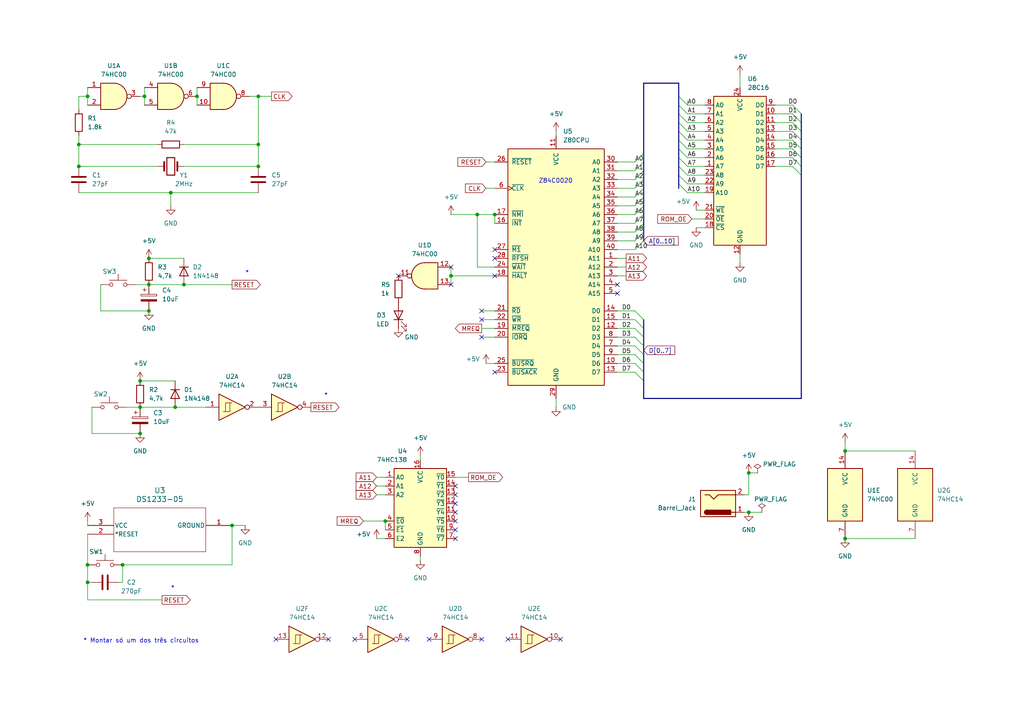
<source format=kicad_sch>
(kicad_sch (version 20230121) (generator eeschema)

  (uuid 9538e4ed-27e6-4c37-b989-9859dc0d49e8)

  (paper "A4")

  (lib_symbols
    (symbol "+5V_1" (power) (pin_names (offset 0)) (in_bom yes) (on_board yes)
      (property "Reference" "#PWR" (at 0 -3.81 0)
        (effects (font (size 1.27 1.27)) hide)
      )
      (property "Value" "+5V_1" (at 0 3.556 0)
        (effects (font (size 1.27 1.27)))
      )
      (property "Footprint" "" (at 0 0 0)
        (effects (font (size 1.27 1.27)) hide)
      )
      (property "Datasheet" "" (at 0 0 0)
        (effects (font (size 1.27 1.27)) hide)
      )
      (property "ki_keywords" "global power" (at 0 0 0)
        (effects (font (size 1.27 1.27)) hide)
      )
      (property "ki_description" "Power symbol creates a global label with name \"+5V\"" (at 0 0 0)
        (effects (font (size 1.27 1.27)) hide)
      )
      (symbol "+5V_1_0_1"
        (polyline
          (pts
            (xy -0.762 1.27)
            (xy 0 2.54)
          )
          (stroke (width 0) (type default))
          (fill (type none))
        )
        (polyline
          (pts
            (xy 0 0)
            (xy 0 2.54)
          )
          (stroke (width 0) (type default))
          (fill (type none))
        )
        (polyline
          (pts
            (xy 0 2.54)
            (xy 0.762 1.27)
          )
          (stroke (width 0) (type default))
          (fill (type none))
        )
      )
      (symbol "+5V_1_1_1"
        (pin power_in line (at 0 0 90) (length 0) hide
          (name "+5V" (effects (font (size 1.27 1.27))))
          (number "1" (effects (font (size 1.27 1.27))))
        )
      )
    )
    (symbol "+5V_2" (power) (pin_names (offset 0)) (in_bom yes) (on_board yes)
      (property "Reference" "#PWR" (at 0 -3.81 0)
        (effects (font (size 1.27 1.27)) hide)
      )
      (property "Value" "+5V_2" (at 0 3.556 0)
        (effects (font (size 1.27 1.27)))
      )
      (property "Footprint" "" (at 0 0 0)
        (effects (font (size 1.27 1.27)) hide)
      )
      (property "Datasheet" "" (at 0 0 0)
        (effects (font (size 1.27 1.27)) hide)
      )
      (property "ki_keywords" "global power" (at 0 0 0)
        (effects (font (size 1.27 1.27)) hide)
      )
      (property "ki_description" "Power symbol creates a global label with name \"+5V\"" (at 0 0 0)
        (effects (font (size 1.27 1.27)) hide)
      )
      (symbol "+5V_2_0_1"
        (polyline
          (pts
            (xy -0.762 1.27)
            (xy 0 2.54)
          )
          (stroke (width 0) (type default))
          (fill (type none))
        )
        (polyline
          (pts
            (xy 0 0)
            (xy 0 2.54)
          )
          (stroke (width 0) (type default))
          (fill (type none))
        )
        (polyline
          (pts
            (xy 0 2.54)
            (xy 0.762 1.27)
          )
          (stroke (width 0) (type default))
          (fill (type none))
        )
      )
      (symbol "+5V_2_1_1"
        (pin power_in line (at 0 0 90) (length 0) hide
          (name "+5V" (effects (font (size 1.27 1.27))))
          (number "1" (effects (font (size 1.27 1.27))))
        )
      )
    )
    (symbol "74xx:74HC00" (pin_names (offset 1.016)) (in_bom yes) (on_board yes)
      (property "Reference" "U" (at 0 1.27 0)
        (effects (font (size 1.27 1.27)))
      )
      (property "Value" "74HC00" (at 0 -1.27 0)
        (effects (font (size 1.27 1.27)))
      )
      (property "Footprint" "" (at 0 0 0)
        (effects (font (size 1.27 1.27)) hide)
      )
      (property "Datasheet" "http://www.ti.com/lit/gpn/sn74hc00" (at 0 0 0)
        (effects (font (size 1.27 1.27)) hide)
      )
      (property "ki_locked" "" (at 0 0 0)
        (effects (font (size 1.27 1.27)))
      )
      (property "ki_keywords" "HCMOS nand 2-input" (at 0 0 0)
        (effects (font (size 1.27 1.27)) hide)
      )
      (property "ki_description" "quad 2-input NAND gate" (at 0 0 0)
        (effects (font (size 1.27 1.27)) hide)
      )
      (property "ki_fp_filters" "DIP*W7.62mm* SO14*" (at 0 0 0)
        (effects (font (size 1.27 1.27)) hide)
      )
      (symbol "74HC00_1_1"
        (arc (start 0 -3.81) (mid 3.7934 0) (end 0 3.81)
          (stroke (width 0.254) (type default))
          (fill (type background))
        )
        (polyline
          (pts
            (xy 0 3.81)
            (xy -3.81 3.81)
            (xy -3.81 -3.81)
            (xy 0 -3.81)
          )
          (stroke (width 0.254) (type default))
          (fill (type background))
        )
        (pin input line (at -7.62 2.54 0) (length 3.81)
          (name "~" (effects (font (size 1.27 1.27))))
          (number "1" (effects (font (size 1.27 1.27))))
        )
        (pin input line (at -7.62 -2.54 0) (length 3.81)
          (name "~" (effects (font (size 1.27 1.27))))
          (number "2" (effects (font (size 1.27 1.27))))
        )
        (pin output inverted (at 7.62 0 180) (length 3.81)
          (name "~" (effects (font (size 1.27 1.27))))
          (number "3" (effects (font (size 1.27 1.27))))
        )
      )
      (symbol "74HC00_1_2"
        (arc (start -3.81 -3.81) (mid -2.589 0) (end -3.81 3.81)
          (stroke (width 0.254) (type default))
          (fill (type none))
        )
        (arc (start -0.6096 -3.81) (mid 2.1855 -2.584) (end 3.81 0)
          (stroke (width 0.254) (type default))
          (fill (type background))
        )
        (polyline
          (pts
            (xy -3.81 -3.81)
            (xy -0.635 -3.81)
          )
          (stroke (width 0.254) (type default))
          (fill (type background))
        )
        (polyline
          (pts
            (xy -3.81 3.81)
            (xy -0.635 3.81)
          )
          (stroke (width 0.254) (type default))
          (fill (type background))
        )
        (polyline
          (pts
            (xy -0.635 3.81)
            (xy -3.81 3.81)
            (xy -3.81 3.81)
            (xy -3.556 3.4036)
            (xy -3.0226 2.2606)
            (xy -2.6924 1.0414)
            (xy -2.6162 -0.254)
            (xy -2.7686 -1.4986)
            (xy -3.175 -2.7178)
            (xy -3.81 -3.81)
            (xy -3.81 -3.81)
            (xy -0.635 -3.81)
          )
          (stroke (width -25.4) (type default))
          (fill (type background))
        )
        (arc (start 3.81 0) (mid 2.1928 2.5925) (end -0.6096 3.81)
          (stroke (width 0.254) (type default))
          (fill (type background))
        )
        (pin input inverted (at -7.62 2.54 0) (length 4.318)
          (name "~" (effects (font (size 1.27 1.27))))
          (number "1" (effects (font (size 1.27 1.27))))
        )
        (pin input inverted (at -7.62 -2.54 0) (length 4.318)
          (name "~" (effects (font (size 1.27 1.27))))
          (number "2" (effects (font (size 1.27 1.27))))
        )
        (pin output line (at 7.62 0 180) (length 3.81)
          (name "~" (effects (font (size 1.27 1.27))))
          (number "3" (effects (font (size 1.27 1.27))))
        )
      )
      (symbol "74HC00_2_1"
        (arc (start 0 -3.81) (mid 3.7934 0) (end 0 3.81)
          (stroke (width 0.254) (type default))
          (fill (type background))
        )
        (polyline
          (pts
            (xy 0 3.81)
            (xy -3.81 3.81)
            (xy -3.81 -3.81)
            (xy 0 -3.81)
          )
          (stroke (width 0.254) (type default))
          (fill (type background))
        )
        (pin input line (at -7.62 2.54 0) (length 3.81)
          (name "~" (effects (font (size 1.27 1.27))))
          (number "4" (effects (font (size 1.27 1.27))))
        )
        (pin input line (at -7.62 -2.54 0) (length 3.81)
          (name "~" (effects (font (size 1.27 1.27))))
          (number "5" (effects (font (size 1.27 1.27))))
        )
        (pin output inverted (at 7.62 0 180) (length 3.81)
          (name "~" (effects (font (size 1.27 1.27))))
          (number "6" (effects (font (size 1.27 1.27))))
        )
      )
      (symbol "74HC00_2_2"
        (arc (start -3.81 -3.81) (mid -2.589 0) (end -3.81 3.81)
          (stroke (width 0.254) (type default))
          (fill (type none))
        )
        (arc (start -0.6096 -3.81) (mid 2.1855 -2.584) (end 3.81 0)
          (stroke (width 0.254) (type default))
          (fill (type background))
        )
        (polyline
          (pts
            (xy -3.81 -3.81)
            (xy -0.635 -3.81)
          )
          (stroke (width 0.254) (type default))
          (fill (type background))
        )
        (polyline
          (pts
            (xy -3.81 3.81)
            (xy -0.635 3.81)
          )
          (stroke (width 0.254) (type default))
          (fill (type background))
        )
        (polyline
          (pts
            (xy -0.635 3.81)
            (xy -3.81 3.81)
            (xy -3.81 3.81)
            (xy -3.556 3.4036)
            (xy -3.0226 2.2606)
            (xy -2.6924 1.0414)
            (xy -2.6162 -0.254)
            (xy -2.7686 -1.4986)
            (xy -3.175 -2.7178)
            (xy -3.81 -3.81)
            (xy -3.81 -3.81)
            (xy -0.635 -3.81)
          )
          (stroke (width -25.4) (type default))
          (fill (type background))
        )
        (arc (start 3.81 0) (mid 2.1928 2.5925) (end -0.6096 3.81)
          (stroke (width 0.254) (type default))
          (fill (type background))
        )
        (pin input inverted (at -7.62 2.54 0) (length 4.318)
          (name "~" (effects (font (size 1.27 1.27))))
          (number "4" (effects (font (size 1.27 1.27))))
        )
        (pin input inverted (at -7.62 -2.54 0) (length 4.318)
          (name "~" (effects (font (size 1.27 1.27))))
          (number "5" (effects (font (size 1.27 1.27))))
        )
        (pin output line (at 7.62 0 180) (length 3.81)
          (name "~" (effects (font (size 1.27 1.27))))
          (number "6" (effects (font (size 1.27 1.27))))
        )
      )
      (symbol "74HC00_3_1"
        (arc (start 0 -3.81) (mid 3.7934 0) (end 0 3.81)
          (stroke (width 0.254) (type default))
          (fill (type background))
        )
        (polyline
          (pts
            (xy 0 3.81)
            (xy -3.81 3.81)
            (xy -3.81 -3.81)
            (xy 0 -3.81)
          )
          (stroke (width 0.254) (type default))
          (fill (type background))
        )
        (pin input line (at -7.62 -2.54 0) (length 3.81)
          (name "~" (effects (font (size 1.27 1.27))))
          (number "10" (effects (font (size 1.27 1.27))))
        )
        (pin output inverted (at 7.62 0 180) (length 3.81)
          (name "~" (effects (font (size 1.27 1.27))))
          (number "8" (effects (font (size 1.27 1.27))))
        )
        (pin input line (at -7.62 2.54 0) (length 3.81)
          (name "~" (effects (font (size 1.27 1.27))))
          (number "9" (effects (font (size 1.27 1.27))))
        )
      )
      (symbol "74HC00_3_2"
        (arc (start -3.81 -3.81) (mid -2.589 0) (end -3.81 3.81)
          (stroke (width 0.254) (type default))
          (fill (type none))
        )
        (arc (start -0.6096 -3.81) (mid 2.1855 -2.584) (end 3.81 0)
          (stroke (width 0.254) (type default))
          (fill (type background))
        )
        (polyline
          (pts
            (xy -3.81 -3.81)
            (xy -0.635 -3.81)
          )
          (stroke (width 0.254) (type default))
          (fill (type background))
        )
        (polyline
          (pts
            (xy -3.81 3.81)
            (xy -0.635 3.81)
          )
          (stroke (width 0.254) (type default))
          (fill (type background))
        )
        (polyline
          (pts
            (xy -0.635 3.81)
            (xy -3.81 3.81)
            (xy -3.81 3.81)
            (xy -3.556 3.4036)
            (xy -3.0226 2.2606)
            (xy -2.6924 1.0414)
            (xy -2.6162 -0.254)
            (xy -2.7686 -1.4986)
            (xy -3.175 -2.7178)
            (xy -3.81 -3.81)
            (xy -3.81 -3.81)
            (xy -0.635 -3.81)
          )
          (stroke (width -25.4) (type default))
          (fill (type background))
        )
        (arc (start 3.81 0) (mid 2.1928 2.5925) (end -0.6096 3.81)
          (stroke (width 0.254) (type default))
          (fill (type background))
        )
        (pin input inverted (at -7.62 -2.54 0) (length 4.318)
          (name "~" (effects (font (size 1.27 1.27))))
          (number "10" (effects (font (size 1.27 1.27))))
        )
        (pin output line (at 7.62 0 180) (length 3.81)
          (name "~" (effects (font (size 1.27 1.27))))
          (number "8" (effects (font (size 1.27 1.27))))
        )
        (pin input inverted (at -7.62 2.54 0) (length 4.318)
          (name "~" (effects (font (size 1.27 1.27))))
          (number "9" (effects (font (size 1.27 1.27))))
        )
      )
      (symbol "74HC00_4_1"
        (arc (start 0 -3.81) (mid 3.7934 0) (end 0 3.81)
          (stroke (width 0.254) (type default))
          (fill (type background))
        )
        (polyline
          (pts
            (xy 0 3.81)
            (xy -3.81 3.81)
            (xy -3.81 -3.81)
            (xy 0 -3.81)
          )
          (stroke (width 0.254) (type default))
          (fill (type background))
        )
        (pin output inverted (at 7.62 0 180) (length 3.81)
          (name "~" (effects (font (size 1.27 1.27))))
          (number "11" (effects (font (size 1.27 1.27))))
        )
        (pin input line (at -7.62 2.54 0) (length 3.81)
          (name "~" (effects (font (size 1.27 1.27))))
          (number "12" (effects (font (size 1.27 1.27))))
        )
        (pin input line (at -7.62 -2.54 0) (length 3.81)
          (name "~" (effects (font (size 1.27 1.27))))
          (number "13" (effects (font (size 1.27 1.27))))
        )
      )
      (symbol "74HC00_4_2"
        (arc (start -3.81 -3.81) (mid -2.589 0) (end -3.81 3.81)
          (stroke (width 0.254) (type default))
          (fill (type none))
        )
        (arc (start -0.6096 -3.81) (mid 2.1855 -2.584) (end 3.81 0)
          (stroke (width 0.254) (type default))
          (fill (type background))
        )
        (polyline
          (pts
            (xy -3.81 -3.81)
            (xy -0.635 -3.81)
          )
          (stroke (width 0.254) (type default))
          (fill (type background))
        )
        (polyline
          (pts
            (xy -3.81 3.81)
            (xy -0.635 3.81)
          )
          (stroke (width 0.254) (type default))
          (fill (type background))
        )
        (polyline
          (pts
            (xy -0.635 3.81)
            (xy -3.81 3.81)
            (xy -3.81 3.81)
            (xy -3.556 3.4036)
            (xy -3.0226 2.2606)
            (xy -2.6924 1.0414)
            (xy -2.6162 -0.254)
            (xy -2.7686 -1.4986)
            (xy -3.175 -2.7178)
            (xy -3.81 -3.81)
            (xy -3.81 -3.81)
            (xy -0.635 -3.81)
          )
          (stroke (width -25.4) (type default))
          (fill (type background))
        )
        (arc (start 3.81 0) (mid 2.1928 2.5925) (end -0.6096 3.81)
          (stroke (width 0.254) (type default))
          (fill (type background))
        )
        (pin output line (at 7.62 0 180) (length 3.81)
          (name "~" (effects (font (size 1.27 1.27))))
          (number "11" (effects (font (size 1.27 1.27))))
        )
        (pin input inverted (at -7.62 2.54 0) (length 4.318)
          (name "~" (effects (font (size 1.27 1.27))))
          (number "12" (effects (font (size 1.27 1.27))))
        )
        (pin input inverted (at -7.62 -2.54 0) (length 4.318)
          (name "~" (effects (font (size 1.27 1.27))))
          (number "13" (effects (font (size 1.27 1.27))))
        )
      )
      (symbol "74HC00_5_0"
        (pin power_in line (at 0 12.7 270) (length 5.08)
          (name "VCC" (effects (font (size 1.27 1.27))))
          (number "14" (effects (font (size 1.27 1.27))))
        )
        (pin power_in line (at 0 -12.7 90) (length 5.08)
          (name "GND" (effects (font (size 1.27 1.27))))
          (number "7" (effects (font (size 1.27 1.27))))
        )
      )
      (symbol "74HC00_5_1"
        (rectangle (start -5.08 7.62) (end 5.08 -7.62)
          (stroke (width 0.254) (type default))
          (fill (type background))
        )
      )
    )
    (symbol "74xx:74HC138" (in_bom yes) (on_board yes)
      (property "Reference" "U" (at -7.62 13.97 0)
        (effects (font (size 1.27 1.27)) (justify left bottom))
      )
      (property "Value" "74HC138" (at 2.54 -11.43 0)
        (effects (font (size 1.27 1.27)) (justify left top))
      )
      (property "Footprint" "" (at 0 0 0)
        (effects (font (size 1.27 1.27)) hide)
      )
      (property "Datasheet" "http://www.ti.com/lit/ds/symlink/cd74hc238.pdf" (at 0 0 0)
        (effects (font (size 1.27 1.27)) hide)
      )
      (property "ki_keywords" "demux" (at 0 0 0)
        (effects (font (size 1.27 1.27)) hide)
      )
      (property "ki_description" "3-to-8 line decoder/multiplexer inverting, DIP-16/SOIC-16/SSOP-16" (at 0 0 0)
        (effects (font (size 1.27 1.27)) hide)
      )
      (property "ki_fp_filters" "DIP*W7.62mm* SOIC*3.9x9.9mm*P1.27mm* SSOP*5.3x6.2mm*P0.65mm*" (at 0 0 0)
        (effects (font (size 1.27 1.27)) hide)
      )
      (symbol "74HC138_0_1"
        (rectangle (start -7.62 12.7) (end 7.62 -10.16)
          (stroke (width 0.254) (type default))
          (fill (type background))
        )
      )
      (symbol "74HC138_1_1"
        (pin input line (at -10.16 10.16 0) (length 2.54)
          (name "A0" (effects (font (size 1.27 1.27))))
          (number "1" (effects (font (size 1.27 1.27))))
        )
        (pin output line (at 10.16 -2.54 180) (length 2.54)
          (name "~{Y5}" (effects (font (size 1.27 1.27))))
          (number "10" (effects (font (size 1.27 1.27))))
        )
        (pin output line (at 10.16 0 180) (length 2.54)
          (name "~{Y4}" (effects (font (size 1.27 1.27))))
          (number "11" (effects (font (size 1.27 1.27))))
        )
        (pin output line (at 10.16 2.54 180) (length 2.54)
          (name "~{Y3}" (effects (font (size 1.27 1.27))))
          (number "12" (effects (font (size 1.27 1.27))))
        )
        (pin output line (at 10.16 5.08 180) (length 2.54)
          (name "~{Y2}" (effects (font (size 1.27 1.27))))
          (number "13" (effects (font (size 1.27 1.27))))
        )
        (pin output line (at 10.16 7.62 180) (length 2.54)
          (name "~{Y1}" (effects (font (size 1.27 1.27))))
          (number "14" (effects (font (size 1.27 1.27))))
        )
        (pin output line (at 10.16 10.16 180) (length 2.54)
          (name "~{Y0}" (effects (font (size 1.27 1.27))))
          (number "15" (effects (font (size 1.27 1.27))))
        )
        (pin power_in line (at 0 15.24 270) (length 2.54)
          (name "VCC" (effects (font (size 1.27 1.27))))
          (number "16" (effects (font (size 1.27 1.27))))
        )
        (pin input line (at -10.16 7.62 0) (length 2.54)
          (name "A1" (effects (font (size 1.27 1.27))))
          (number "2" (effects (font (size 1.27 1.27))))
        )
        (pin input line (at -10.16 5.08 0) (length 2.54)
          (name "A2" (effects (font (size 1.27 1.27))))
          (number "3" (effects (font (size 1.27 1.27))))
        )
        (pin input line (at -10.16 -2.54 0) (length 2.54)
          (name "~{E0}" (effects (font (size 1.27 1.27))))
          (number "4" (effects (font (size 1.27 1.27))))
        )
        (pin input line (at -10.16 -5.08 0) (length 2.54)
          (name "~{E1}" (effects (font (size 1.27 1.27))))
          (number "5" (effects (font (size 1.27 1.27))))
        )
        (pin input line (at -10.16 -7.62 0) (length 2.54)
          (name "E2" (effects (font (size 1.27 1.27))))
          (number "6" (effects (font (size 1.27 1.27))))
        )
        (pin output line (at 10.16 -7.62 180) (length 2.54)
          (name "~{Y7}" (effects (font (size 1.27 1.27))))
          (number "7" (effects (font (size 1.27 1.27))))
        )
        (pin power_in line (at 0 -12.7 90) (length 2.54)
          (name "GND" (effects (font (size 1.27 1.27))))
          (number "8" (effects (font (size 1.27 1.27))))
        )
        (pin output line (at 10.16 -5.08 180) (length 2.54)
          (name "~{Y6}" (effects (font (size 1.27 1.27))))
          (number "9" (effects (font (size 1.27 1.27))))
        )
      )
    )
    (symbol "74xx:74HC14" (pin_names (offset 1.016)) (in_bom yes) (on_board yes)
      (property "Reference" "U" (at 0 1.27 0)
        (effects (font (size 1.27 1.27)))
      )
      (property "Value" "74HC14" (at 0 -1.27 0)
        (effects (font (size 1.27 1.27)))
      )
      (property "Footprint" "" (at 0 0 0)
        (effects (font (size 1.27 1.27)) hide)
      )
      (property "Datasheet" "http://www.ti.com/lit/gpn/sn74HC14" (at 0 0 0)
        (effects (font (size 1.27 1.27)) hide)
      )
      (property "ki_locked" "" (at 0 0 0)
        (effects (font (size 1.27 1.27)))
      )
      (property "ki_keywords" "HCMOS not inverter" (at 0 0 0)
        (effects (font (size 1.27 1.27)) hide)
      )
      (property "ki_description" "Hex inverter schmitt trigger" (at 0 0 0)
        (effects (font (size 1.27 1.27)) hide)
      )
      (property "ki_fp_filters" "DIP*W7.62mm*" (at 0 0 0)
        (effects (font (size 1.27 1.27)) hide)
      )
      (symbol "74HC14_1_0"
        (polyline
          (pts
            (xy -3.81 3.81)
            (xy -3.81 -3.81)
            (xy 3.81 0)
            (xy -3.81 3.81)
          )
          (stroke (width 0.254) (type default))
          (fill (type background))
        )
        (pin input line (at -7.62 0 0) (length 3.81)
          (name "~" (effects (font (size 1.27 1.27))))
          (number "1" (effects (font (size 1.27 1.27))))
        )
        (pin output inverted (at 7.62 0 180) (length 3.81)
          (name "~" (effects (font (size 1.27 1.27))))
          (number "2" (effects (font (size 1.27 1.27))))
        )
      )
      (symbol "74HC14_1_1"
        (polyline
          (pts
            (xy -1.905 -1.27)
            (xy -1.905 1.27)
            (xy -0.635 1.27)
          )
          (stroke (width 0) (type default))
          (fill (type none))
        )
        (polyline
          (pts
            (xy -2.54 -1.27)
            (xy -0.635 -1.27)
            (xy -0.635 1.27)
            (xy 0 1.27)
          )
          (stroke (width 0) (type default))
          (fill (type none))
        )
      )
      (symbol "74HC14_2_0"
        (polyline
          (pts
            (xy -3.81 3.81)
            (xy -3.81 -3.81)
            (xy 3.81 0)
            (xy -3.81 3.81)
          )
          (stroke (width 0.254) (type default))
          (fill (type background))
        )
        (pin input line (at -7.62 0 0) (length 3.81)
          (name "~" (effects (font (size 1.27 1.27))))
          (number "3" (effects (font (size 1.27 1.27))))
        )
        (pin output inverted (at 7.62 0 180) (length 3.81)
          (name "~" (effects (font (size 1.27 1.27))))
          (number "4" (effects (font (size 1.27 1.27))))
        )
      )
      (symbol "74HC14_2_1"
        (polyline
          (pts
            (xy -1.905 -1.27)
            (xy -1.905 1.27)
            (xy -0.635 1.27)
          )
          (stroke (width 0) (type default))
          (fill (type none))
        )
        (polyline
          (pts
            (xy -2.54 -1.27)
            (xy -0.635 -1.27)
            (xy -0.635 1.27)
            (xy 0 1.27)
          )
          (stroke (width 0) (type default))
          (fill (type none))
        )
      )
      (symbol "74HC14_3_0"
        (polyline
          (pts
            (xy -3.81 3.81)
            (xy -3.81 -3.81)
            (xy 3.81 0)
            (xy -3.81 3.81)
          )
          (stroke (width 0.254) (type default))
          (fill (type background))
        )
        (pin input line (at -7.62 0 0) (length 3.81)
          (name "~" (effects (font (size 1.27 1.27))))
          (number "5" (effects (font (size 1.27 1.27))))
        )
        (pin output inverted (at 7.62 0 180) (length 3.81)
          (name "~" (effects (font (size 1.27 1.27))))
          (number "6" (effects (font (size 1.27 1.27))))
        )
      )
      (symbol "74HC14_3_1"
        (polyline
          (pts
            (xy -1.905 -1.27)
            (xy -1.905 1.27)
            (xy -0.635 1.27)
          )
          (stroke (width 0) (type default))
          (fill (type none))
        )
        (polyline
          (pts
            (xy -2.54 -1.27)
            (xy -0.635 -1.27)
            (xy -0.635 1.27)
            (xy 0 1.27)
          )
          (stroke (width 0) (type default))
          (fill (type none))
        )
      )
      (symbol "74HC14_4_0"
        (polyline
          (pts
            (xy -3.81 3.81)
            (xy -3.81 -3.81)
            (xy 3.81 0)
            (xy -3.81 3.81)
          )
          (stroke (width 0.254) (type default))
          (fill (type background))
        )
        (pin output inverted (at 7.62 0 180) (length 3.81)
          (name "~" (effects (font (size 1.27 1.27))))
          (number "8" (effects (font (size 1.27 1.27))))
        )
        (pin input line (at -7.62 0 0) (length 3.81)
          (name "~" (effects (font (size 1.27 1.27))))
          (number "9" (effects (font (size 1.27 1.27))))
        )
      )
      (symbol "74HC14_4_1"
        (polyline
          (pts
            (xy -1.905 -1.27)
            (xy -1.905 1.27)
            (xy -0.635 1.27)
          )
          (stroke (width 0) (type default))
          (fill (type none))
        )
        (polyline
          (pts
            (xy -2.54 -1.27)
            (xy -0.635 -1.27)
            (xy -0.635 1.27)
            (xy 0 1.27)
          )
          (stroke (width 0) (type default))
          (fill (type none))
        )
      )
      (symbol "74HC14_5_0"
        (polyline
          (pts
            (xy -3.81 3.81)
            (xy -3.81 -3.81)
            (xy 3.81 0)
            (xy -3.81 3.81)
          )
          (stroke (width 0.254) (type default))
          (fill (type background))
        )
        (pin output inverted (at 7.62 0 180) (length 3.81)
          (name "~" (effects (font (size 1.27 1.27))))
          (number "10" (effects (font (size 1.27 1.27))))
        )
        (pin input line (at -7.62 0 0) (length 3.81)
          (name "~" (effects (font (size 1.27 1.27))))
          (number "11" (effects (font (size 1.27 1.27))))
        )
      )
      (symbol "74HC14_5_1"
        (polyline
          (pts
            (xy -1.905 -1.27)
            (xy -1.905 1.27)
            (xy -0.635 1.27)
          )
          (stroke (width 0) (type default))
          (fill (type none))
        )
        (polyline
          (pts
            (xy -2.54 -1.27)
            (xy -0.635 -1.27)
            (xy -0.635 1.27)
            (xy 0 1.27)
          )
          (stroke (width 0) (type default))
          (fill (type none))
        )
      )
      (symbol "74HC14_6_0"
        (polyline
          (pts
            (xy -3.81 3.81)
            (xy -3.81 -3.81)
            (xy 3.81 0)
            (xy -3.81 3.81)
          )
          (stroke (width 0.254) (type default))
          (fill (type background))
        )
        (pin output inverted (at 7.62 0 180) (length 3.81)
          (name "~" (effects (font (size 1.27 1.27))))
          (number "12" (effects (font (size 1.27 1.27))))
        )
        (pin input line (at -7.62 0 0) (length 3.81)
          (name "~" (effects (font (size 1.27 1.27))))
          (number "13" (effects (font (size 1.27 1.27))))
        )
      )
      (symbol "74HC14_6_1"
        (polyline
          (pts
            (xy -1.905 -1.27)
            (xy -1.905 1.27)
            (xy -0.635 1.27)
          )
          (stroke (width 0) (type default))
          (fill (type none))
        )
        (polyline
          (pts
            (xy -2.54 -1.27)
            (xy -0.635 -1.27)
            (xy -0.635 1.27)
            (xy 0 1.27)
          )
          (stroke (width 0) (type default))
          (fill (type none))
        )
      )
      (symbol "74HC14_7_0"
        (pin power_in line (at 0 12.7 270) (length 5.08)
          (name "VCC" (effects (font (size 1.27 1.27))))
          (number "14" (effects (font (size 1.27 1.27))))
        )
        (pin power_in line (at 0 -12.7 90) (length 5.08)
          (name "GND" (effects (font (size 1.27 1.27))))
          (number "7" (effects (font (size 1.27 1.27))))
        )
      )
      (symbol "74HC14_7_1"
        (rectangle (start -5.08 7.62) (end 5.08 -7.62)
          (stroke (width 0.254) (type default))
          (fill (type background))
        )
      )
    )
    (symbol "CPU:Z80CPU" (pin_names (offset 1.016)) (in_bom yes) (on_board yes)
      (property "Reference" "U" (at -13.97 35.56 0)
        (effects (font (size 1.27 1.27)) (justify left))
      )
      (property "Value" "Z80CPU" (at 6.35 35.56 0)
        (effects (font (size 1.27 1.27)) (justify left))
      )
      (property "Footprint" "" (at 0 10.16 0)
        (effects (font (size 1.27 1.27)) hide)
      )
      (property "Datasheet" "www.zilog.com/manage_directlink.php?filepath=docs/z80/um0080" (at 0 10.16 0)
        (effects (font (size 1.27 1.27)) hide)
      )
      (property "ki_keywords" "Z80 CPU uP" (at 0 0 0)
        (effects (font (size 1.27 1.27)) hide)
      )
      (property "ki_description" "8-bit General Purpose Microprocessor, DIP-40" (at 0 0 0)
        (effects (font (size 1.27 1.27)) hide)
      )
      (property "ki_fp_filters" "DIP* PDIP*" (at 0 0 0)
        (effects (font (size 1.27 1.27)) hide)
      )
      (symbol "Z80CPU_0_1"
        (rectangle (start -13.97 34.29) (end 13.97 -34.29)
          (stroke (width 0.254) (type default))
          (fill (type background))
        )
      )
      (symbol "Z80CPU_1_1"
        (pin output line (at 17.78 2.54 180) (length 3.81)
          (name "A11" (effects (font (size 1.27 1.27))))
          (number "1" (effects (font (size 1.27 1.27))))
        )
        (pin bidirectional line (at 17.78 -27.94 180) (length 3.81)
          (name "D6" (effects (font (size 1.27 1.27))))
          (number "10" (effects (font (size 1.27 1.27))))
        )
        (pin power_in line (at 0 38.1 270) (length 3.81)
          (name "VCC" (effects (font (size 1.27 1.27))))
          (number "11" (effects (font (size 1.27 1.27))))
        )
        (pin bidirectional line (at 17.78 -17.78 180) (length 3.81)
          (name "D2" (effects (font (size 1.27 1.27))))
          (number "12" (effects (font (size 1.27 1.27))))
        )
        (pin bidirectional line (at 17.78 -30.48 180) (length 3.81)
          (name "D7" (effects (font (size 1.27 1.27))))
          (number "13" (effects (font (size 1.27 1.27))))
        )
        (pin bidirectional line (at 17.78 -12.7 180) (length 3.81)
          (name "D0" (effects (font (size 1.27 1.27))))
          (number "14" (effects (font (size 1.27 1.27))))
        )
        (pin bidirectional line (at 17.78 -15.24 180) (length 3.81)
          (name "D1" (effects (font (size 1.27 1.27))))
          (number "15" (effects (font (size 1.27 1.27))))
        )
        (pin input line (at -17.78 12.7 0) (length 3.81)
          (name "~{INT}" (effects (font (size 1.27 1.27))))
          (number "16" (effects (font (size 1.27 1.27))))
        )
        (pin input line (at -17.78 15.24 0) (length 3.81)
          (name "~{NMI}" (effects (font (size 1.27 1.27))))
          (number "17" (effects (font (size 1.27 1.27))))
        )
        (pin output line (at -17.78 -2.54 0) (length 3.81)
          (name "~{HALT}" (effects (font (size 1.27 1.27))))
          (number "18" (effects (font (size 1.27 1.27))))
        )
        (pin output line (at -17.78 -17.78 0) (length 3.81)
          (name "~{MREQ}" (effects (font (size 1.27 1.27))))
          (number "19" (effects (font (size 1.27 1.27))))
        )
        (pin output line (at 17.78 0 180) (length 3.81)
          (name "A12" (effects (font (size 1.27 1.27))))
          (number "2" (effects (font (size 1.27 1.27))))
        )
        (pin output line (at -17.78 -20.32 0) (length 3.81)
          (name "~{IORQ}" (effects (font (size 1.27 1.27))))
          (number "20" (effects (font (size 1.27 1.27))))
        )
        (pin output line (at -17.78 -12.7 0) (length 3.81)
          (name "~{RD}" (effects (font (size 1.27 1.27))))
          (number "21" (effects (font (size 1.27 1.27))))
        )
        (pin output line (at -17.78 -15.24 0) (length 3.81)
          (name "~{WR}" (effects (font (size 1.27 1.27))))
          (number "22" (effects (font (size 1.27 1.27))))
        )
        (pin output line (at -17.78 -30.48 0) (length 3.81)
          (name "~{BUSACK}" (effects (font (size 1.27 1.27))))
          (number "23" (effects (font (size 1.27 1.27))))
        )
        (pin input line (at -17.78 0 0) (length 3.81)
          (name "~{WAIT}" (effects (font (size 1.27 1.27))))
          (number "24" (effects (font (size 1.27 1.27))))
        )
        (pin input line (at -17.78 -27.94 0) (length 3.81)
          (name "~{BUSRQ}" (effects (font (size 1.27 1.27))))
          (number "25" (effects (font (size 1.27 1.27))))
        )
        (pin input line (at -17.78 30.48 0) (length 3.81)
          (name "~{RESET}" (effects (font (size 1.27 1.27))))
          (number "26" (effects (font (size 1.27 1.27))))
        )
        (pin output line (at -17.78 5.08 0) (length 3.81)
          (name "~{M1}" (effects (font (size 1.27 1.27))))
          (number "27" (effects (font (size 1.27 1.27))))
        )
        (pin output line (at -17.78 2.54 0) (length 3.81)
          (name "~{RFSH}" (effects (font (size 1.27 1.27))))
          (number "28" (effects (font (size 1.27 1.27))))
        )
        (pin power_in line (at 0 -38.1 90) (length 3.81)
          (name "GND" (effects (font (size 1.27 1.27))))
          (number "29" (effects (font (size 1.27 1.27))))
        )
        (pin output line (at 17.78 -2.54 180) (length 3.81)
          (name "A13" (effects (font (size 1.27 1.27))))
          (number "3" (effects (font (size 1.27 1.27))))
        )
        (pin output line (at 17.78 30.48 180) (length 3.81)
          (name "A0" (effects (font (size 1.27 1.27))))
          (number "30" (effects (font (size 1.27 1.27))))
        )
        (pin output line (at 17.78 27.94 180) (length 3.81)
          (name "A1" (effects (font (size 1.27 1.27))))
          (number "31" (effects (font (size 1.27 1.27))))
        )
        (pin output line (at 17.78 25.4 180) (length 3.81)
          (name "A2" (effects (font (size 1.27 1.27))))
          (number "32" (effects (font (size 1.27 1.27))))
        )
        (pin output line (at 17.78 22.86 180) (length 3.81)
          (name "A3" (effects (font (size 1.27 1.27))))
          (number "33" (effects (font (size 1.27 1.27))))
        )
        (pin output line (at 17.78 20.32 180) (length 3.81)
          (name "A4" (effects (font (size 1.27 1.27))))
          (number "34" (effects (font (size 1.27 1.27))))
        )
        (pin output line (at 17.78 17.78 180) (length 3.81)
          (name "A5" (effects (font (size 1.27 1.27))))
          (number "35" (effects (font (size 1.27 1.27))))
        )
        (pin output line (at 17.78 15.24 180) (length 3.81)
          (name "A6" (effects (font (size 1.27 1.27))))
          (number "36" (effects (font (size 1.27 1.27))))
        )
        (pin output line (at 17.78 12.7 180) (length 3.81)
          (name "A7" (effects (font (size 1.27 1.27))))
          (number "37" (effects (font (size 1.27 1.27))))
        )
        (pin output line (at 17.78 10.16 180) (length 3.81)
          (name "A8" (effects (font (size 1.27 1.27))))
          (number "38" (effects (font (size 1.27 1.27))))
        )
        (pin output line (at 17.78 7.62 180) (length 3.81)
          (name "A9" (effects (font (size 1.27 1.27))))
          (number "39" (effects (font (size 1.27 1.27))))
        )
        (pin output line (at 17.78 -5.08 180) (length 3.81)
          (name "A14" (effects (font (size 1.27 1.27))))
          (number "4" (effects (font (size 1.27 1.27))))
        )
        (pin output line (at 17.78 5.08 180) (length 3.81)
          (name "A10" (effects (font (size 1.27 1.27))))
          (number "40" (effects (font (size 1.27 1.27))))
        )
        (pin output line (at 17.78 -7.62 180) (length 3.81)
          (name "A15" (effects (font (size 1.27 1.27))))
          (number "5" (effects (font (size 1.27 1.27))))
        )
        (pin input clock (at -17.78 22.86 0) (length 3.81)
          (name "~{CLK}" (effects (font (size 1.27 1.27))))
          (number "6" (effects (font (size 1.27 1.27))))
        )
        (pin bidirectional line (at 17.78 -22.86 180) (length 3.81)
          (name "D4" (effects (font (size 1.27 1.27))))
          (number "7" (effects (font (size 1.27 1.27))))
        )
        (pin bidirectional line (at 17.78 -20.32 180) (length 3.81)
          (name "D3" (effects (font (size 1.27 1.27))))
          (number "8" (effects (font (size 1.27 1.27))))
        )
        (pin bidirectional line (at 17.78 -25.4 180) (length 3.81)
          (name "D5" (effects (font (size 1.27 1.27))))
          (number "9" (effects (font (size 1.27 1.27))))
        )
      )
    )
    (symbol "Connector:Barrel_Jack" (pin_names (offset 1.016)) (in_bom yes) (on_board yes)
      (property "Reference" "J" (at 0 5.334 0)
        (effects (font (size 1.27 1.27)))
      )
      (property "Value" "Barrel_Jack" (at 0 -5.08 0)
        (effects (font (size 1.27 1.27)))
      )
      (property "Footprint" "" (at 1.27 -1.016 0)
        (effects (font (size 1.27 1.27)) hide)
      )
      (property "Datasheet" "~" (at 1.27 -1.016 0)
        (effects (font (size 1.27 1.27)) hide)
      )
      (property "ki_keywords" "DC power barrel jack connector" (at 0 0 0)
        (effects (font (size 1.27 1.27)) hide)
      )
      (property "ki_description" "DC Barrel Jack" (at 0 0 0)
        (effects (font (size 1.27 1.27)) hide)
      )
      (property "ki_fp_filters" "BarrelJack*" (at 0 0 0)
        (effects (font (size 1.27 1.27)) hide)
      )
      (symbol "Barrel_Jack_0_1"
        (rectangle (start -5.08 3.81) (end 5.08 -3.81)
          (stroke (width 0.254) (type default))
          (fill (type background))
        )
        (arc (start -3.302 3.175) (mid -3.9343 2.54) (end -3.302 1.905)
          (stroke (width 0.254) (type default))
          (fill (type none))
        )
        (arc (start -3.302 3.175) (mid -3.9343 2.54) (end -3.302 1.905)
          (stroke (width 0.254) (type default))
          (fill (type outline))
        )
        (polyline
          (pts
            (xy 5.08 2.54)
            (xy 3.81 2.54)
          )
          (stroke (width 0.254) (type default))
          (fill (type none))
        )
        (polyline
          (pts
            (xy -3.81 -2.54)
            (xy -2.54 -2.54)
            (xy -1.27 -1.27)
            (xy 0 -2.54)
            (xy 2.54 -2.54)
            (xy 5.08 -2.54)
          )
          (stroke (width 0.254) (type default))
          (fill (type none))
        )
        (rectangle (start 3.683 3.175) (end -3.302 1.905)
          (stroke (width 0.254) (type default))
          (fill (type outline))
        )
      )
      (symbol "Barrel_Jack_1_1"
        (pin passive line (at 7.62 2.54 180) (length 2.54)
          (name "~" (effects (font (size 1.27 1.27))))
          (number "1" (effects (font (size 1.27 1.27))))
        )
        (pin passive line (at 7.62 -2.54 180) (length 2.54)
          (name "~" (effects (font (size 1.27 1.27))))
          (number "2" (effects (font (size 1.27 1.27))))
        )
      )
    )
    (symbol "DQ_Library:28C16" (in_bom yes) (on_board yes)
      (property "Reference" "U" (at -7.62 26.67 0)
        (effects (font (size 1.27 1.27)))
      )
      (property "Value" "28C16" (at 2.54 -20.32 0)
        (effects (font (size 1.27 1.27)) (justify left))
      )
      (property "Footprint" "" (at 0 0 0)
        (effects (font (size 1.27 1.27)) hide)
      )
      (property "Datasheet" "https://ww1.microchip.com/downloads/en/DeviceDoc/11125J.pdf" (at 0 0 0)
        (effects (font (size 1.27 1.27)) hide)
      )
      (property "ki_keywords" "Parallel EEPROM 16Kb" (at 0 0 0)
        (effects (font (size 1.27 1.27)) hide)
      )
      (property "ki_description" "Paged Parallel EEPROM 16Kb (2K x 8), DIP-24" (at 0 0 0)
        (effects (font (size 1.27 1.27)) hide)
      )
      (property "ki_fp_filters" "DIP*W15.24mm*" (at 0 0 0)
        (effects (font (size 1.27 1.27)) hide)
      )
      (symbol "28C16_1_1"
        (rectangle (start -7.62 25.4) (end 7.62 -17.78)
          (stroke (width 0.254) (type default))
          (fill (type background))
        )
        (pin input line (at -10.16 5.08 0) (length 2.54)
          (name "A7" (effects (font (size 1.27 1.27))))
          (number "1" (effects (font (size 1.27 1.27))))
        )
        (pin tri_state line (at 10.16 20.32 180) (length 2.54)
          (name "D1" (effects (font (size 1.27 1.27))))
          (number "10" (effects (font (size 1.27 1.27))))
        )
        (pin tri_state line (at 10.16 17.78 180) (length 2.54)
          (name "D2" (effects (font (size 1.27 1.27))))
          (number "11" (effects (font (size 1.27 1.27))))
        )
        (pin power_in line (at 0 -20.32 90) (length 2.54)
          (name "GND" (effects (font (size 1.27 1.27))))
          (number "12" (effects (font (size 1.27 1.27))))
        )
        (pin tri_state line (at 10.16 15.24 180) (length 2.54)
          (name "D3" (effects (font (size 1.27 1.27))))
          (number "13" (effects (font (size 1.27 1.27))))
        )
        (pin tri_state line (at 10.16 12.7 180) (length 2.54)
          (name "D4" (effects (font (size 1.27 1.27))))
          (number "14" (effects (font (size 1.27 1.27))))
        )
        (pin tri_state line (at 10.16 10.16 180) (length 2.54)
          (name "D5" (effects (font (size 1.27 1.27))))
          (number "15" (effects (font (size 1.27 1.27))))
        )
        (pin tri_state line (at 10.16 7.62 180) (length 2.54)
          (name "D6" (effects (font (size 1.27 1.27))))
          (number "16" (effects (font (size 1.27 1.27))))
        )
        (pin tri_state line (at 10.16 5.08 180) (length 2.54)
          (name "D7" (effects (font (size 1.27 1.27))))
          (number "17" (effects (font (size 1.27 1.27))))
        )
        (pin input line (at -10.16 -12.7 0) (length 2.54)
          (name "~{CS}" (effects (font (size 1.27 1.27))))
          (number "18" (effects (font (size 1.27 1.27))))
        )
        (pin input line (at -10.16 -2.54 0) (length 2.54)
          (name "A10" (effects (font (size 1.27 1.27))))
          (number "19" (effects (font (size 1.27 1.27))))
        )
        (pin input line (at -10.16 7.62 0) (length 2.54)
          (name "A6" (effects (font (size 1.27 1.27))))
          (number "2" (effects (font (size 1.27 1.27))))
        )
        (pin input line (at -10.16 -10.16 0) (length 2.54)
          (name "~{OE}" (effects (font (size 1.27 1.27))))
          (number "20" (effects (font (size 1.27 1.27))))
        )
        (pin input line (at -10.16 -7.62 0) (length 2.54)
          (name "~{WE}" (effects (font (size 1.27 1.27))))
          (number "21" (effects (font (size 1.27 1.27))))
        )
        (pin input line (at -10.16 0 0) (length 2.54)
          (name "A9" (effects (font (size 1.27 1.27))))
          (number "22" (effects (font (size 1.27 1.27))))
        )
        (pin input line (at -10.16 2.54 0) (length 2.54)
          (name "A8" (effects (font (size 1.27 1.27))))
          (number "23" (effects (font (size 1.27 1.27))))
        )
        (pin power_in line (at 0 27.94 270) (length 2.54)
          (name "VCC" (effects (font (size 1.27 1.27))))
          (number "24" (effects (font (size 1.27 1.27))))
        )
        (pin input line (at -10.16 10.16 0) (length 2.54)
          (name "A5" (effects (font (size 1.27 1.27))))
          (number "3" (effects (font (size 1.27 1.27))))
        )
        (pin input line (at -10.16 12.7 0) (length 2.54)
          (name "A4" (effects (font (size 1.27 1.27))))
          (number "4" (effects (font (size 1.27 1.27))))
        )
        (pin input line (at -10.16 15.24 0) (length 2.54)
          (name "A3" (effects (font (size 1.27 1.27))))
          (number "5" (effects (font (size 1.27 1.27))))
        )
        (pin input line (at -10.16 17.78 0) (length 2.54)
          (name "A2" (effects (font (size 1.27 1.27))))
          (number "6" (effects (font (size 1.27 1.27))))
        )
        (pin input line (at -10.16 20.32 0) (length 2.54)
          (name "A1" (effects (font (size 1.27 1.27))))
          (number "7" (effects (font (size 1.27 1.27))))
        )
        (pin input line (at -10.16 22.86 0) (length 2.54)
          (name "A0" (effects (font (size 1.27 1.27))))
          (number "8" (effects (font (size 1.27 1.27))))
        )
        (pin tri_state line (at 10.16 22.86 180) (length 2.54)
          (name "D0" (effects (font (size 1.27 1.27))))
          (number "9" (effects (font (size 1.27 1.27))))
        )
      )
    )
    (symbol "DS1233-05:DS1233-05" (pin_names (offset 0.254)) (in_bom yes) (on_board yes)
      (property "Reference" "U" (at 21.59 10.16 0)
        (effects (font (size 1.524 1.524)))
      )
      (property "Value" "DS1233-05" (at 21.59 7.62 0)
        (effects (font (size 1.524 1.524)))
      )
      (property "Footprint" "21-0250B_MXM" (at 0 0 0)
        (effects (font (size 1.27 1.27) italic) hide)
      )
      (property "Datasheet" "" (at 0 0 0)
        (effects (font (size 1.27 1.27) italic) hide)
      )
      (property "ki_keywords" "DS1233-05" (at 0 0 0)
        (effects (font (size 1.27 1.27)) hide)
      )
      (property "ki_fp_filters" "21-0250B_MXM" (at 0 0 0)
        (effects (font (size 1.27 1.27)) hide)
      )
      (symbol "DS1233-05_0_1"
        (polyline
          (pts
            (xy 7.62 -7.62)
            (xy 34.29 -7.62)
          )
          (stroke (width 0.127) (type default))
          (fill (type none))
        )
        (polyline
          (pts
            (xy 7.62 5.08)
            (xy 7.62 -7.62)
          )
          (stroke (width 0.127) (type default))
          (fill (type none))
        )
        (polyline
          (pts
            (xy 34.29 -7.62)
            (xy 34.29 5.08)
          )
          (stroke (width 0.127) (type default))
          (fill (type none))
        )
        (polyline
          (pts
            (xy 34.29 5.08)
            (xy 7.62 5.08)
          )
          (stroke (width 0.127) (type default))
          (fill (type none))
        )
        (pin power_in line (at 0 0 0) (length 7.62)
          (name "GROUND" (effects (font (size 1.27 1.27))))
          (number "1" (effects (font (size 1.27 1.27))))
        )
        (pin power_in line (at 41.91 0 180) (length 7.62)
          (name "VCC" (effects (font (size 1.27 1.27))))
          (number "3" (effects (font (size 1.27 1.27))))
        )
      )
      (symbol "DS1233-05_1_1"
        (pin output line (at 41.91 -2.54 180) (length 7.62)
          (name "*RESET" (effects (font (size 1.27 1.27))))
          (number "2" (effects (font (size 1.27 1.27))))
        )
      )
    )
    (symbol "Device:C" (pin_numbers hide) (pin_names (offset 0.254)) (in_bom yes) (on_board yes)
      (property "Reference" "C" (at 0.635 2.54 0)
        (effects (font (size 1.27 1.27)) (justify left))
      )
      (property "Value" "C" (at 0.635 -2.54 0)
        (effects (font (size 1.27 1.27)) (justify left))
      )
      (property "Footprint" "" (at 0.9652 -3.81 0)
        (effects (font (size 1.27 1.27)) hide)
      )
      (property "Datasheet" "~" (at 0 0 0)
        (effects (font (size 1.27 1.27)) hide)
      )
      (property "ki_keywords" "cap capacitor" (at 0 0 0)
        (effects (font (size 1.27 1.27)) hide)
      )
      (property "ki_description" "Unpolarized capacitor" (at 0 0 0)
        (effects (font (size 1.27 1.27)) hide)
      )
      (property "ki_fp_filters" "C_*" (at 0 0 0)
        (effects (font (size 1.27 1.27)) hide)
      )
      (symbol "C_0_1"
        (polyline
          (pts
            (xy -2.032 -0.762)
            (xy 2.032 -0.762)
          )
          (stroke (width 0.508) (type default))
          (fill (type none))
        )
        (polyline
          (pts
            (xy -2.032 0.762)
            (xy 2.032 0.762)
          )
          (stroke (width 0.508) (type default))
          (fill (type none))
        )
      )
      (symbol "C_1_1"
        (pin passive line (at 0 3.81 270) (length 2.794)
          (name "~" (effects (font (size 1.27 1.27))))
          (number "1" (effects (font (size 1.27 1.27))))
        )
        (pin passive line (at 0 -3.81 90) (length 2.794)
          (name "~" (effects (font (size 1.27 1.27))))
          (number "2" (effects (font (size 1.27 1.27))))
        )
      )
    )
    (symbol "Device:C_Polarized" (pin_numbers hide) (pin_names (offset 0.254)) (in_bom yes) (on_board yes)
      (property "Reference" "C" (at 0.635 2.54 0)
        (effects (font (size 1.27 1.27)) (justify left))
      )
      (property "Value" "C_Polarized" (at 0.635 -2.54 0)
        (effects (font (size 1.27 1.27)) (justify left))
      )
      (property "Footprint" "" (at 0.9652 -3.81 0)
        (effects (font (size 1.27 1.27)) hide)
      )
      (property "Datasheet" "~" (at 0 0 0)
        (effects (font (size 1.27 1.27)) hide)
      )
      (property "ki_keywords" "cap capacitor" (at 0 0 0)
        (effects (font (size 1.27 1.27)) hide)
      )
      (property "ki_description" "Polarized capacitor" (at 0 0 0)
        (effects (font (size 1.27 1.27)) hide)
      )
      (property "ki_fp_filters" "CP_*" (at 0 0 0)
        (effects (font (size 1.27 1.27)) hide)
      )
      (symbol "C_Polarized_0_1"
        (rectangle (start -2.286 0.508) (end 2.286 1.016)
          (stroke (width 0) (type default))
          (fill (type none))
        )
        (polyline
          (pts
            (xy -1.778 2.286)
            (xy -0.762 2.286)
          )
          (stroke (width 0) (type default))
          (fill (type none))
        )
        (polyline
          (pts
            (xy -1.27 2.794)
            (xy -1.27 1.778)
          )
          (stroke (width 0) (type default))
          (fill (type none))
        )
        (rectangle (start 2.286 -0.508) (end -2.286 -1.016)
          (stroke (width 0) (type default))
          (fill (type outline))
        )
      )
      (symbol "C_Polarized_1_1"
        (pin passive line (at 0 3.81 270) (length 2.794)
          (name "~" (effects (font (size 1.27 1.27))))
          (number "1" (effects (font (size 1.27 1.27))))
        )
        (pin passive line (at 0 -3.81 90) (length 2.794)
          (name "~" (effects (font (size 1.27 1.27))))
          (number "2" (effects (font (size 1.27 1.27))))
        )
      )
    )
    (symbol "Device:Crystal" (pin_numbers hide) (pin_names (offset 1.016) hide) (in_bom yes) (on_board yes)
      (property "Reference" "Y" (at 0 3.81 0)
        (effects (font (size 1.27 1.27)))
      )
      (property "Value" "Crystal" (at 0 -3.81 0)
        (effects (font (size 1.27 1.27)))
      )
      (property "Footprint" "" (at 0 0 0)
        (effects (font (size 1.27 1.27)) hide)
      )
      (property "Datasheet" "~" (at 0 0 0)
        (effects (font (size 1.27 1.27)) hide)
      )
      (property "ki_keywords" "quartz ceramic resonator oscillator" (at 0 0 0)
        (effects (font (size 1.27 1.27)) hide)
      )
      (property "ki_description" "Two pin crystal" (at 0 0 0)
        (effects (font (size 1.27 1.27)) hide)
      )
      (property "ki_fp_filters" "Crystal*" (at 0 0 0)
        (effects (font (size 1.27 1.27)) hide)
      )
      (symbol "Crystal_0_1"
        (rectangle (start -1.143 2.54) (end 1.143 -2.54)
          (stroke (width 0.3048) (type default))
          (fill (type none))
        )
        (polyline
          (pts
            (xy -2.54 0)
            (xy -1.905 0)
          )
          (stroke (width 0) (type default))
          (fill (type none))
        )
        (polyline
          (pts
            (xy -1.905 -1.27)
            (xy -1.905 1.27)
          )
          (stroke (width 0.508) (type default))
          (fill (type none))
        )
        (polyline
          (pts
            (xy 1.905 -1.27)
            (xy 1.905 1.27)
          )
          (stroke (width 0.508) (type default))
          (fill (type none))
        )
        (polyline
          (pts
            (xy 2.54 0)
            (xy 1.905 0)
          )
          (stroke (width 0) (type default))
          (fill (type none))
        )
      )
      (symbol "Crystal_1_1"
        (pin passive line (at -3.81 0 0) (length 1.27)
          (name "1" (effects (font (size 1.27 1.27))))
          (number "1" (effects (font (size 1.27 1.27))))
        )
        (pin passive line (at 3.81 0 180) (length 1.27)
          (name "2" (effects (font (size 1.27 1.27))))
          (number "2" (effects (font (size 1.27 1.27))))
        )
      )
    )
    (symbol "Device:D" (pin_numbers hide) (pin_names (offset 1.016) hide) (in_bom yes) (on_board yes)
      (property "Reference" "D" (at 0 2.54 0)
        (effects (font (size 1.27 1.27)))
      )
      (property "Value" "D" (at 0 -2.54 0)
        (effects (font (size 1.27 1.27)))
      )
      (property "Footprint" "" (at 0 0 0)
        (effects (font (size 1.27 1.27)) hide)
      )
      (property "Datasheet" "~" (at 0 0 0)
        (effects (font (size 1.27 1.27)) hide)
      )
      (property "Sim.Device" "D" (at 0 0 0)
        (effects (font (size 1.27 1.27)) hide)
      )
      (property "Sim.Pins" "1=K 2=A" (at 0 0 0)
        (effects (font (size 1.27 1.27)) hide)
      )
      (property "ki_keywords" "diode" (at 0 0 0)
        (effects (font (size 1.27 1.27)) hide)
      )
      (property "ki_description" "Diode" (at 0 0 0)
        (effects (font (size 1.27 1.27)) hide)
      )
      (property "ki_fp_filters" "TO-???* *_Diode_* *SingleDiode* D_*" (at 0 0 0)
        (effects (font (size 1.27 1.27)) hide)
      )
      (symbol "D_0_1"
        (polyline
          (pts
            (xy -1.27 1.27)
            (xy -1.27 -1.27)
          )
          (stroke (width 0.254) (type default))
          (fill (type none))
        )
        (polyline
          (pts
            (xy 1.27 0)
            (xy -1.27 0)
          )
          (stroke (width 0) (type default))
          (fill (type none))
        )
        (polyline
          (pts
            (xy 1.27 1.27)
            (xy 1.27 -1.27)
            (xy -1.27 0)
            (xy 1.27 1.27)
          )
          (stroke (width 0.254) (type default))
          (fill (type none))
        )
      )
      (symbol "D_1_1"
        (pin passive line (at -3.81 0 0) (length 2.54)
          (name "K" (effects (font (size 1.27 1.27))))
          (number "1" (effects (font (size 1.27 1.27))))
        )
        (pin passive line (at 3.81 0 180) (length 2.54)
          (name "A" (effects (font (size 1.27 1.27))))
          (number "2" (effects (font (size 1.27 1.27))))
        )
      )
    )
    (symbol "Device:LED" (pin_numbers hide) (pin_names (offset 1.016) hide) (in_bom yes) (on_board yes)
      (property "Reference" "D" (at 0 2.54 0)
        (effects (font (size 1.27 1.27)))
      )
      (property "Value" "LED" (at 0 -2.54 0)
        (effects (font (size 1.27 1.27)))
      )
      (property "Footprint" "" (at 0 0 0)
        (effects (font (size 1.27 1.27)) hide)
      )
      (property "Datasheet" "~" (at 0 0 0)
        (effects (font (size 1.27 1.27)) hide)
      )
      (property "ki_keywords" "LED diode" (at 0 0 0)
        (effects (font (size 1.27 1.27)) hide)
      )
      (property "ki_description" "Light emitting diode" (at 0 0 0)
        (effects (font (size 1.27 1.27)) hide)
      )
      (property "ki_fp_filters" "LED* LED_SMD:* LED_THT:*" (at 0 0 0)
        (effects (font (size 1.27 1.27)) hide)
      )
      (symbol "LED_0_1"
        (polyline
          (pts
            (xy -1.27 -1.27)
            (xy -1.27 1.27)
          )
          (stroke (width 0.254) (type default))
          (fill (type none))
        )
        (polyline
          (pts
            (xy -1.27 0)
            (xy 1.27 0)
          )
          (stroke (width 0) (type default))
          (fill (type none))
        )
        (polyline
          (pts
            (xy 1.27 -1.27)
            (xy 1.27 1.27)
            (xy -1.27 0)
            (xy 1.27 -1.27)
          )
          (stroke (width 0.254) (type default))
          (fill (type none))
        )
        (polyline
          (pts
            (xy -3.048 -0.762)
            (xy -4.572 -2.286)
            (xy -3.81 -2.286)
            (xy -4.572 -2.286)
            (xy -4.572 -1.524)
          )
          (stroke (width 0) (type default))
          (fill (type none))
        )
        (polyline
          (pts
            (xy -1.778 -0.762)
            (xy -3.302 -2.286)
            (xy -2.54 -2.286)
            (xy -3.302 -2.286)
            (xy -3.302 -1.524)
          )
          (stroke (width 0) (type default))
          (fill (type none))
        )
      )
      (symbol "LED_1_1"
        (pin passive line (at -3.81 0 0) (length 2.54)
          (name "K" (effects (font (size 1.27 1.27))))
          (number "1" (effects (font (size 1.27 1.27))))
        )
        (pin passive line (at 3.81 0 180) (length 2.54)
          (name "A" (effects (font (size 1.27 1.27))))
          (number "2" (effects (font (size 1.27 1.27))))
        )
      )
    )
    (symbol "Device:R" (pin_numbers hide) (pin_names (offset 0)) (in_bom yes) (on_board yes)
      (property "Reference" "R" (at 2.032 0 90)
        (effects (font (size 1.27 1.27)))
      )
      (property "Value" "R" (at 0 0 90)
        (effects (font (size 1.27 1.27)))
      )
      (property "Footprint" "" (at -1.778 0 90)
        (effects (font (size 1.27 1.27)) hide)
      )
      (property "Datasheet" "~" (at 0 0 0)
        (effects (font (size 1.27 1.27)) hide)
      )
      (property "ki_keywords" "R res resistor" (at 0 0 0)
        (effects (font (size 1.27 1.27)) hide)
      )
      (property "ki_description" "Resistor" (at 0 0 0)
        (effects (font (size 1.27 1.27)) hide)
      )
      (property "ki_fp_filters" "R_*" (at 0 0 0)
        (effects (font (size 1.27 1.27)) hide)
      )
      (symbol "R_0_1"
        (rectangle (start -1.016 -2.54) (end 1.016 2.54)
          (stroke (width 0.254) (type default))
          (fill (type none))
        )
      )
      (symbol "R_1_1"
        (pin passive line (at 0 3.81 270) (length 1.27)
          (name "~" (effects (font (size 1.27 1.27))))
          (number "1" (effects (font (size 1.27 1.27))))
        )
        (pin passive line (at 0 -3.81 90) (length 1.27)
          (name "~" (effects (font (size 1.27 1.27))))
          (number "2" (effects (font (size 1.27 1.27))))
        )
      )
    )
    (symbol "GND_1" (power) (pin_names (offset 0)) (in_bom yes) (on_board yes)
      (property "Reference" "#PWR" (at 0 -6.35 0)
        (effects (font (size 1.27 1.27)) hide)
      )
      (property "Value" "GND_1" (at 0 -3.81 0)
        (effects (font (size 1.27 1.27)))
      )
      (property "Footprint" "" (at 0 0 0)
        (effects (font (size 1.27 1.27)) hide)
      )
      (property "Datasheet" "" (at 0 0 0)
        (effects (font (size 1.27 1.27)) hide)
      )
      (property "ki_keywords" "global power" (at 0 0 0)
        (effects (font (size 1.27 1.27)) hide)
      )
      (property "ki_description" "Power symbol creates a global label with name \"GND\" , ground" (at 0 0 0)
        (effects (font (size 1.27 1.27)) hide)
      )
      (symbol "GND_1_0_1"
        (polyline
          (pts
            (xy 0 0)
            (xy 0 -1.27)
            (xy 1.27 -1.27)
            (xy 0 -2.54)
            (xy -1.27 -1.27)
            (xy 0 -1.27)
          )
          (stroke (width 0) (type default))
          (fill (type none))
        )
      )
      (symbol "GND_1_1_1"
        (pin power_in line (at 0 0 270) (length 0) hide
          (name "GND" (effects (font (size 1.27 1.27))))
          (number "1" (effects (font (size 1.27 1.27))))
        )
      )
    )
    (symbol "Switch:SW_Push" (pin_numbers hide) (pin_names (offset 1.016) hide) (in_bom yes) (on_board yes)
      (property "Reference" "SW" (at 1.27 2.54 0)
        (effects (font (size 1.27 1.27)) (justify left))
      )
      (property "Value" "SW_Push" (at 0 -1.524 0)
        (effects (font (size 1.27 1.27)))
      )
      (property "Footprint" "" (at 0 5.08 0)
        (effects (font (size 1.27 1.27)) hide)
      )
      (property "Datasheet" "~" (at 0 5.08 0)
        (effects (font (size 1.27 1.27)) hide)
      )
      (property "ki_keywords" "switch normally-open pushbutton push-button" (at 0 0 0)
        (effects (font (size 1.27 1.27)) hide)
      )
      (property "ki_description" "Push button switch, generic, two pins" (at 0 0 0)
        (effects (font (size 1.27 1.27)) hide)
      )
      (symbol "SW_Push_0_1"
        (circle (center -2.032 0) (radius 0.508)
          (stroke (width 0) (type default))
          (fill (type none))
        )
        (polyline
          (pts
            (xy 0 1.27)
            (xy 0 3.048)
          )
          (stroke (width 0) (type default))
          (fill (type none))
        )
        (polyline
          (pts
            (xy 2.54 1.27)
            (xy -2.54 1.27)
          )
          (stroke (width 0) (type default))
          (fill (type none))
        )
        (circle (center 2.032 0) (radius 0.508)
          (stroke (width 0) (type default))
          (fill (type none))
        )
        (pin passive line (at -5.08 0 0) (length 2.54)
          (name "1" (effects (font (size 1.27 1.27))))
          (number "1" (effects (font (size 1.27 1.27))))
        )
        (pin passive line (at 5.08 0 180) (length 2.54)
          (name "2" (effects (font (size 1.27 1.27))))
          (number "2" (effects (font (size 1.27 1.27))))
        )
      )
    )
    (symbol "power:PWR_FLAG" (power) (pin_numbers hide) (pin_names (offset 0) hide) (in_bom yes) (on_board yes)
      (property "Reference" "#FLG" (at 0 1.905 0)
        (effects (font (size 1.27 1.27)) hide)
      )
      (property "Value" "PWR_FLAG" (at 0 3.81 0)
        (effects (font (size 1.27 1.27)))
      )
      (property "Footprint" "" (at 0 0 0)
        (effects (font (size 1.27 1.27)) hide)
      )
      (property "Datasheet" "~" (at 0 0 0)
        (effects (font (size 1.27 1.27)) hide)
      )
      (property "ki_keywords" "flag power" (at 0 0 0)
        (effects (font (size 1.27 1.27)) hide)
      )
      (property "ki_description" "Special symbol for telling ERC where power comes from" (at 0 0 0)
        (effects (font (size 1.27 1.27)) hide)
      )
      (symbol "PWR_FLAG_0_0"
        (pin power_out line (at 0 0 90) (length 0)
          (name "pwr" (effects (font (size 1.27 1.27))))
          (number "1" (effects (font (size 1.27 1.27))))
        )
      )
      (symbol "PWR_FLAG_0_1"
        (polyline
          (pts
            (xy 0 0)
            (xy 0 1.27)
            (xy -1.016 1.905)
            (xy 0 2.54)
            (xy 1.016 1.905)
            (xy 0 1.27)
          )
          (stroke (width 0) (type default))
          (fill (type none))
        )
      )
    )
  )

  (bus_alias "DBus" (members "D0" "D1" "D2" "D3" "D4" "D5" "D6" "D7"))
  (junction (at 49.53 55.88) (diameter 0) (color 0 0 0 0)
    (uuid 010424ae-0e13-4c83-a750-3ea61c83b81b)
  )
  (junction (at 40.64 110.49) (diameter 0) (color 0 0 0 0)
    (uuid 01421f1d-43df-472d-aea2-9653e33030f8)
  )
  (junction (at 217.17 137.16) (diameter 0) (color 0 0 0 0)
    (uuid 0bfcbf43-f26c-4fb4-8dd3-c2c87990abef)
  )
  (junction (at 43.18 74.93) (diameter 0) (color 0 0 0 0)
    (uuid 0e8fa793-4c46-48c3-92d1-a18e78ee48a6)
  )
  (junction (at 40.64 125.73) (diameter 0) (color 0 0 0 0)
    (uuid 0fb76d5d-e46c-4b74-bdfe-cf5d564fe52d)
  )
  (junction (at 53.34 82.55) (diameter 0) (color 0 0 0 0)
    (uuid 1021046f-8677-4af7-94c8-05b7a198250d)
  )
  (junction (at 130.81 80.01) (diameter 0) (color 0 0 0 0)
    (uuid 17c69f5d-43a6-4c60-ad4e-d63b8dbf7e4e)
  )
  (junction (at 74.93 41.91) (diameter 0) (color 0 0 0 0)
    (uuid 1e3c312e-05f5-4605-bc77-c1ba96219b2f)
  )
  (junction (at 35.56 163.83) (diameter 0) (color 0 0 0 0)
    (uuid 214ca735-436a-4525-8423-e19bfff7892c)
  )
  (junction (at 25.4 163.83) (diameter 0) (color 0 0 0 0)
    (uuid 298efba1-8dc5-44bb-a5f8-5a0c4c4cd346)
  )
  (junction (at 74.93 27.94) (diameter 0) (color 0 0 0 0)
    (uuid 2e8cf913-7a5c-4302-8d56-2eb0fffaf42f)
  )
  (junction (at 111.76 151.13) (diameter 0) (color 0 0 0 0)
    (uuid 34bd80f4-7ca2-45ba-a010-4aa1599ae748)
  )
  (junction (at 143.51 62.23) (diameter 0) (color 0 0 0 0)
    (uuid 3e0577f7-c1ab-4432-8b20-700a2e975d76)
  )
  (junction (at 245.11 156.21) (diameter 0) (color 0 0 0 0)
    (uuid 5182325c-7c61-4767-8687-4965950b9c47)
  )
  (junction (at 245.11 130.81) (diameter 0) (color 0 0 0 0)
    (uuid 6fe46cb6-4234-4b66-b8f8-4372ce146c16)
  )
  (junction (at 57.15 27.94) (diameter 0) (color 0 0 0 0)
    (uuid 765b0b2c-4135-4a68-a348-f1d49f4da02b)
  )
  (junction (at 25.4 27.94) (diameter 0) (color 0 0 0 0)
    (uuid 87f8472a-d106-495a-8bb6-c319470c4b3e)
  )
  (junction (at 40.64 118.11) (diameter 0) (color 0 0 0 0)
    (uuid 8a989c14-85ee-4499-be5e-1d904b8e4f58)
  )
  (junction (at 67.31 152.4) (diameter 0) (color 0 0 0 0)
    (uuid 8e1af61d-0e45-4141-b3ae-9c25f27d277f)
  )
  (junction (at 74.93 48.26) (diameter 0) (color 0 0 0 0)
    (uuid 9b4c1c1e-f43c-4616-b40b-686141d18824)
  )
  (junction (at 25.4 168.91) (diameter 0) (color 0 0 0 0)
    (uuid 9bd7fa4c-1367-4c84-b5ca-9e1fae602599)
  )
  (junction (at 43.18 82.55) (diameter 0) (color 0 0 0 0)
    (uuid 9eb07798-2bdb-48eb-8616-f8ae6874071b)
  )
  (junction (at 43.18 90.17) (diameter 0) (color 0 0 0 0)
    (uuid a4b5948b-1c77-4cd5-868b-c7d478333475)
  )
  (junction (at 22.86 48.26) (diameter 0) (color 0 0 0 0)
    (uuid d20d7183-acac-469b-93bc-4a11bc62da6b)
  )
  (junction (at 22.86 41.91) (diameter 0) (color 0 0 0 0)
    (uuid d482091d-8f7b-43fb-8c6d-e6f749b37991)
  )
  (junction (at 50.8 118.11) (diameter 0) (color 0 0 0 0)
    (uuid dbc5d7f1-22cf-43ce-905c-57cbdd80e187)
  )
  (junction (at 217.17 148.59) (diameter 0) (color 0 0 0 0)
    (uuid ed21cab1-b958-4c21-aa7f-e55c9593492a)
  )
  (junction (at 41.91 27.94) (diameter 0) (color 0 0 0 0)
    (uuid f1a61f22-d64d-42ff-994f-844a11508a84)
  )
  (junction (at 138.43 62.23) (diameter 0) (color 0 0 0 0)
    (uuid fe1be763-d4c2-42ef-a5b2-45a3b764a2a1)
  )

  (no_connect (at 139.7 97.79) (uuid 012a5645-7222-46af-96f0-fa54611d6092))
  (no_connect (at 179.07 85.09) (uuid 0912ddfb-a346-4a42-9a6a-4f8cd8663128))
  (no_connect (at 132.08 151.13) (uuid 118d43ae-1c2b-404a-b669-595f841da231))
  (no_connect (at 102.87 185.42) (uuid 15ff4cf8-973c-4c0f-a587-ab376d79aba6))
  (no_connect (at 143.51 72.39) (uuid 374732a4-303b-4bf2-850e-c4021d1fac5b))
  (no_connect (at 118.11 185.42) (uuid 54270b24-e7f4-44f9-a664-1c2055628b00))
  (no_connect (at 139.7 185.42) (uuid 545bffd6-e46c-407b-b3eb-87c5bb7484eb))
  (no_connect (at 80.01 185.42) (uuid 5770c4e2-517b-4763-af44-46d108ac4801))
  (no_connect (at 132.08 148.59) (uuid 6d537879-7afc-4c4a-8a49-fed3b8122499))
  (no_connect (at 147.32 185.42) (uuid 75243131-9cfe-45b5-b3f0-ac5464a591fa))
  (no_connect (at 95.25 185.42) (uuid 8ae1457e-2421-4540-ab13-91c2ab2d1ef8))
  (no_connect (at 132.08 140.97) (uuid 8aeb2829-2312-44fd-bc2d-c5491525897f))
  (no_connect (at 124.46 185.42) (uuid 8c7d162d-541e-4ae1-a485-2e9db0fd7c4f))
  (no_connect (at 132.08 156.21) (uuid 9f192533-d5b7-4467-876c-1f16e0666ef4))
  (no_connect (at 130.81 82.55) (uuid a63aad91-8157-4535-86aa-3d62deae3879))
  (no_connect (at 115.57 80.01) (uuid a63aad91-8157-4535-86aa-3d62deae387a))
  (no_connect (at 130.81 77.47) (uuid a63aad91-8157-4535-86aa-3d62deae387c))
  (no_connect (at 143.51 107.95) (uuid b1c02b05-d898-4c65-a65d-0485c91a1abc))
  (no_connect (at 143.51 80.01) (uuid b1c02b05-d898-4c65-a65d-0485c91a1abd))
  (no_connect (at 143.51 74.93) (uuid b1c02b05-d898-4c65-a65d-0485c91a1abe))
  (no_connect (at 179.07 82.55) (uuid c335633c-0f34-4359-8943-2d1ce15a62da))
  (no_connect (at 132.08 153.67) (uuid d4d48090-f418-4691-b514-c8e3e734eea5))
  (no_connect (at 132.08 143.51) (uuid d5fca64b-bba5-42f9-b7cc-186d9efa52dc))
  (no_connect (at 139.7 90.17) (uuid d7dbf55d-d598-457c-9b00-0fe9e5a03683))
  (no_connect (at 162.56 185.42) (uuid eebf0225-2cd7-44a8-95be-9a626b98f954))
  (no_connect (at 132.08 146.05) (uuid f5dc64bb-7227-46de-9f7f-98968db43d81))
  (no_connect (at 139.7 92.71) (uuid fee82e9b-3bd0-4d87-a82e-3a586748c09d))

  (bus_entry (at 186.69 46.99) (size -2.54 2.54)
    (stroke (width 0) (type default))
    (uuid 170842fc-c132-4a89-a07c-5f93b01b40db)
  )
  (bus_entry (at 196.85 43.18) (size 2.54 2.54)
    (stroke (width 0) (type default))
    (uuid 1d4c98ea-70e5-463d-aafb-e89afcccb7bc)
  )
  (bus_entry (at 196.85 38.1) (size 2.54 2.54)
    (stroke (width 0) (type default))
    (uuid 25975fa4-86b3-44be-bd14-f658047ee182)
  )
  (bus_entry (at 186.69 57.15) (size -2.54 2.54)
    (stroke (width 0) (type default))
    (uuid 2658e845-3ab8-4fdb-b0d4-79d76dd27561)
  )
  (bus_entry (at 196.85 50.8) (size 2.54 2.54)
    (stroke (width 0) (type default))
    (uuid 3111a1fe-ccfd-42db-86c0-a5b4baed63bd)
  )
  (bus_entry (at 196.85 40.64) (size 2.54 2.54)
    (stroke (width 0) (type default))
    (uuid 3a01e7e8-566d-435f-be53-776b64f428f4)
  )
  (bus_entry (at 229.87 40.64) (size 2.54 2.54)
    (stroke (width 0) (type default))
    (uuid 43a3d16c-4e0e-4872-ab49-0dd690a5ee39)
  )
  (bus_entry (at 229.87 43.18) (size 2.54 2.54)
    (stroke (width 0) (type default))
    (uuid 43a3d16c-4e0e-4872-ab49-0dd690a5ee3a)
  )
  (bus_entry (at 229.87 45.72) (size 2.54 2.54)
    (stroke (width 0) (type default))
    (uuid 43a3d16c-4e0e-4872-ab49-0dd690a5ee3b)
  )
  (bus_entry (at 229.87 48.26) (size 2.54 2.54)
    (stroke (width 0) (type default))
    (uuid 43a3d16c-4e0e-4872-ab49-0dd690a5ee3c)
  )
  (bus_entry (at 186.69 44.45) (size -2.54 2.54)
    (stroke (width 0) (type default))
    (uuid 4ec12d8f-e51d-439a-900b-7115fd8f4a2d)
  )
  (bus_entry (at 229.87 30.48) (size 2.54 2.54)
    (stroke (width 0) (type default))
    (uuid 505211ca-5ae7-4d43-b63d-29f0bc993b86)
  )
  (bus_entry (at 229.87 33.02) (size 2.54 2.54)
    (stroke (width 0) (type default))
    (uuid 505211ca-5ae7-4d43-b63d-29f0bc993b87)
  )
  (bus_entry (at 229.87 35.56) (size 2.54 2.54)
    (stroke (width 0) (type default))
    (uuid 505211ca-5ae7-4d43-b63d-29f0bc993b88)
  )
  (bus_entry (at 229.87 38.1) (size 2.54 2.54)
    (stroke (width 0) (type default))
    (uuid 505211ca-5ae7-4d43-b63d-29f0bc993b89)
  )
  (bus_entry (at 186.69 62.23) (size -2.54 2.54)
    (stroke (width 0) (type default))
    (uuid 55855885-3935-486e-8d82-839c12239652)
  )
  (bus_entry (at 196.85 30.48) (size 2.54 2.54)
    (stroke (width 0) (type default))
    (uuid 663c9fff-e2c0-4c6d-bdcb-0c724e345b84)
  )
  (bus_entry (at 196.85 45.72) (size 2.54 2.54)
    (stroke (width 0) (type default))
    (uuid 6d7072bf-44d8-4db1-96b8-16b648c1f7e6)
  )
  (bus_entry (at 184.15 102.87) (size 2.54 2.54)
    (stroke (width 0) (type default))
    (uuid 817b6852-4a6a-405b-90b8-477688566a48)
  )
  (bus_entry (at 184.15 90.17) (size 2.54 2.54)
    (stroke (width 0) (type default))
    (uuid 817b6852-4a6a-405b-90b8-477688566a49)
  )
  (bus_entry (at 184.15 92.71) (size 2.54 2.54)
    (stroke (width 0) (type default))
    (uuid 817b6852-4a6a-405b-90b8-477688566a4a)
  )
  (bus_entry (at 184.15 95.25) (size 2.54 2.54)
    (stroke (width 0) (type default))
    (uuid 817b6852-4a6a-405b-90b8-477688566a4b)
  )
  (bus_entry (at 184.15 97.79) (size 2.54 2.54)
    (stroke (width 0) (type default))
    (uuid 817b6852-4a6a-405b-90b8-477688566a4c)
  )
  (bus_entry (at 184.15 100.33) (size 2.54 2.54)
    (stroke (width 0) (type default))
    (uuid 817b6852-4a6a-405b-90b8-477688566a4d)
  )
  (bus_entry (at 186.69 49.53) (size -2.54 2.54)
    (stroke (width 0) (type default))
    (uuid 8d3e79f0-6a47-40ff-a97f-08725910b955)
  )
  (bus_entry (at 196.85 33.02) (size 2.54 2.54)
    (stroke (width 0) (type default))
    (uuid 904502e6-e7e6-4002-a7e6-676c09745231)
  )
  (bus_entry (at 186.69 52.07) (size -2.54 2.54)
    (stroke (width 0) (type default))
    (uuid a8978e21-dabc-44e4-9ed4-b5a95fc9f95b)
  )
  (bus_entry (at 196.85 48.26) (size 2.54 2.54)
    (stroke (width 0) (type default))
    (uuid b0b6648f-6cd8-486c-8875-b0bb09876968)
  )
  (bus_entry (at 196.85 53.34) (size 2.54 2.54)
    (stroke (width 0) (type default))
    (uuid b5ea0f52-a2a9-4fa8-a505-e538fdf41a4d)
  )
  (bus_entry (at 186.69 67.31) (size -2.54 2.54)
    (stroke (width 0) (type default))
    (uuid b8707329-3832-4600-8f52-9839ee26ffee)
  )
  (bus_entry (at 196.85 27.94) (size 2.54 2.54)
    (stroke (width 0) (type default))
    (uuid c521ead4-f066-4ee7-b2d5-4cc35f4baff3)
  )
  (bus_entry (at 186.69 59.69) (size -2.54 2.54)
    (stroke (width 0) (type default))
    (uuid c64ab50c-a440-498d-8740-4ce1b0dd9baf)
  )
  (bus_entry (at 196.85 35.56) (size 2.54 2.54)
    (stroke (width 0) (type default))
    (uuid d3da03a0-1b9e-4618-af80-39cb8cf6455a)
  )
  (bus_entry (at 186.69 54.61) (size -2.54 2.54)
    (stroke (width 0) (type default))
    (uuid e7037d44-1eb6-433d-9651-099622cad814)
  )
  (bus_entry (at 186.69 69.85) (size -2.54 2.54)
    (stroke (width 0) (type default))
    (uuid e70f94d8-67ea-4e29-b309-edae7aac880c)
  )
  (bus_entry (at 186.69 64.77) (size -2.54 2.54)
    (stroke (width 0) (type default))
    (uuid e751eb98-6291-4503-8743-45844037d81d)
  )
  (bus_entry (at 184.15 105.41) (size 2.54 2.54)
    (stroke (width 0) (type default))
    (uuid e76c38c8-2636-4109-9bfd-39ac7d72f57d)
  )
  (bus_entry (at 184.15 107.95) (size 2.54 2.54)
    (stroke (width 0) (type default))
    (uuid e76c38c8-2636-4109-9bfd-39ac7d72f57e)
  )

  (wire (pts (xy 41.91 27.94) (xy 41.91 30.48))
    (stroke (width 0) (type default))
    (uuid 0127dc7f-91d0-420d-84ca-7629425c4fb8)
  )
  (bus (pts (xy 186.69 67.31) (xy 186.69 64.77))
    (stroke (width 0) (type default))
    (uuid 0132825f-8d9c-41c7-90ac-1cc367b24201)
  )

  (wire (pts (xy 199.39 40.64) (xy 204.47 40.64))
    (stroke (width 0) (type default))
    (uuid 032f59de-944e-4540-91d9-409037b464a9)
  )
  (wire (pts (xy 201.93 60.96) (xy 204.47 60.96))
    (stroke (width 0) (type default))
    (uuid 07d70d9a-1fac-4227-af04-e5433283f4a6)
  )
  (wire (pts (xy 217.17 148.59) (xy 220.98 148.59))
    (stroke (width 0) (type default))
    (uuid 0827ada4-feeb-4c8a-b1da-93eba9d1b575)
  )
  (wire (pts (xy 217.17 137.16) (xy 219.71 137.16))
    (stroke (width 0) (type default))
    (uuid 08f6d234-06da-4416-8cbe-087233536381)
  )
  (wire (pts (xy 199.39 48.26) (xy 204.47 48.26))
    (stroke (width 0) (type default))
    (uuid 09a00ac9-8636-45ef-b176-fa2a70c9138e)
  )
  (wire (pts (xy 25.4 163.83) (xy 25.4 168.91))
    (stroke (width 0) (type default))
    (uuid 0a0ec66d-eda6-4573-b0ce-c22ac696a833)
  )
  (wire (pts (xy 130.81 77.47) (xy 130.81 80.01))
    (stroke (width 0) (type default))
    (uuid 0cb3f802-5dba-4782-9d84-fa66a465ea60)
  )
  (wire (pts (xy 22.86 41.91) (xy 45.72 41.91))
    (stroke (width 0) (type default))
    (uuid 0d3a9235-f358-42d6-b735-bff96dc20693)
  )
  (wire (pts (xy 25.4 154.94) (xy 25.4 163.83))
    (stroke (width 0) (type default))
    (uuid 0f0ce277-7c30-44e1-a65b-612d1542f135)
  )
  (wire (pts (xy 199.39 30.48) (xy 199.39 29.21))
    (stroke (width 0) (type default))
    (uuid 13efe809-fa52-4f06-b203-1c070bfc30dd)
  )
  (wire (pts (xy 224.79 35.56) (xy 229.87 35.56))
    (stroke (width 0) (type default))
    (uuid 154c4077-3e3a-443f-9053-6abf2160089a)
  )
  (bus (pts (xy 186.69 107.95) (xy 186.69 110.49))
    (stroke (width 0) (type default))
    (uuid 18f360f6-8bd9-4769-bb6f-234d98538fd4)
  )

  (wire (pts (xy 22.86 27.94) (xy 22.86 31.75))
    (stroke (width 0) (type default))
    (uuid 1b19099f-4f3e-4825-a4ed-54f39dcfc17e)
  )
  (wire (pts (xy 140.97 54.61) (xy 143.51 54.61))
    (stroke (width 0) (type default))
    (uuid 1e3c5a57-7dad-4e4a-8ef3-d146c296e9fb)
  )
  (wire (pts (xy 179.07 92.71) (xy 184.15 92.71))
    (stroke (width 0) (type default))
    (uuid 200efc76-55d3-4b5a-9e0a-d044ef31ef32)
  )
  (wire (pts (xy 179.07 100.33) (xy 184.15 100.33))
    (stroke (width 0) (type default))
    (uuid 20d10252-ca4e-4121-9e59-4ccf805c49fb)
  )
  (wire (pts (xy 179.07 46.99) (xy 184.15 46.99))
    (stroke (width 0) (type default))
    (uuid 20d7c5c0-a4ae-4a11-8b3b-a85fa4e8ce9b)
  )
  (wire (pts (xy 109.22 138.43) (xy 111.76 138.43))
    (stroke (width 0) (type default))
    (uuid 2130c65d-c94c-4bcf-bdd3-bf471e2c5ffe)
  )
  (bus (pts (xy 196.85 35.56) (xy 196.85 38.1))
    (stroke (width 0) (type default))
    (uuid 22485c6e-5b4d-42f6-b2bb-14f6933c0786)
  )

  (wire (pts (xy 199.39 55.88) (xy 204.47 55.88))
    (stroke (width 0) (type default))
    (uuid 224e9516-76ad-4648-b07c-9c3f8343aaec)
  )
  (wire (pts (xy 215.9 143.51) (xy 217.17 143.51))
    (stroke (width 0) (type default))
    (uuid 243ed404-80a4-4c43-afb6-32d6474b019e)
  )
  (wire (pts (xy 179.07 97.79) (xy 184.15 97.79))
    (stroke (width 0) (type default))
    (uuid 26596b60-1014-462a-b0cc-25431b0e6ff2)
  )
  (bus (pts (xy 196.85 30.48) (xy 196.85 33.02))
    (stroke (width 0) (type default))
    (uuid 2681892d-d40b-453b-ab29-ddf42e6929c8)
  )

  (wire (pts (xy 143.51 77.47) (xy 138.43 77.47))
    (stroke (width 0) (type default))
    (uuid 2733b096-22b0-41a3-aafe-26527001fd03)
  )
  (wire (pts (xy 201.93 66.04) (xy 204.47 66.04))
    (stroke (width 0) (type default))
    (uuid 2b492e83-703e-42ab-9d94-e4b77e561ed3)
  )
  (bus (pts (xy 186.69 95.25) (xy 186.69 97.79))
    (stroke (width 0) (type default))
    (uuid 2e269230-039d-4abc-87fe-98ca11967129)
  )
  (bus (pts (xy 186.69 115.57) (xy 232.41 115.57))
    (stroke (width 0) (type default))
    (uuid 2e6343f0-712a-48a3-9690-ef89f551e682)
  )
  (bus (pts (xy 186.69 44.45) (xy 186.69 24.13))
    (stroke (width 0) (type default))
    (uuid 31e6867e-efa0-490b-bcf5-311e0124c047)
  )
  (bus (pts (xy 186.69 102.87) (xy 186.69 105.41))
    (stroke (width 0) (type default))
    (uuid 332e2588-c7cd-49a0-94e7-5e5cbd4c0264)
  )

  (wire (pts (xy 199.39 35.56) (xy 204.47 35.56))
    (stroke (width 0) (type default))
    (uuid 33385dfd-ba0e-4392-8c97-d71205ae4816)
  )
  (wire (pts (xy 199.39 43.18) (xy 204.47 43.18))
    (stroke (width 0) (type default))
    (uuid 336c0bb1-7c3c-475d-8ffc-a3ad79894e5d)
  )
  (wire (pts (xy 121.92 132.08) (xy 121.92 133.35))
    (stroke (width 0) (type default))
    (uuid 33aa25ce-2072-4d4a-b860-190a61592d20)
  )
  (wire (pts (xy 224.79 30.48) (xy 229.87 30.48))
    (stroke (width 0) (type default))
    (uuid 3502fda8-b99b-4daf-8aa5-f8708e6813e1)
  )
  (wire (pts (xy 179.07 49.53) (xy 184.15 49.53))
    (stroke (width 0) (type default))
    (uuid 35e0a7d5-a778-4e6f-80d6-4db8fbd4315f)
  )
  (bus (pts (xy 186.69 52.07) (xy 186.69 49.53))
    (stroke (width 0) (type default))
    (uuid 38ca74a6-0ff9-4c66-8ad6-4cc515eeca1b)
  )

  (wire (pts (xy 121.92 161.29) (xy 121.92 162.56))
    (stroke (width 0) (type default))
    (uuid 3b0c4d10-9b9d-4fda-885e-66ac6d90474f)
  )
  (wire (pts (xy 179.07 90.17) (xy 184.15 90.17))
    (stroke (width 0) (type default))
    (uuid 3bd6ae1f-2c60-4c02-b0e6-ea48c9563c9f)
  )
  (wire (pts (xy 53.34 48.26) (xy 74.93 48.26))
    (stroke (width 0) (type default))
    (uuid 3f217a2d-23f3-4d31-8a15-c904ca3d2235)
  )
  (wire (pts (xy 25.4 27.94) (xy 25.4 30.48))
    (stroke (width 0) (type default))
    (uuid 47e38941-20c4-4beb-bab6-035e20e2339a)
  )
  (wire (pts (xy 179.07 95.25) (xy 184.15 95.25))
    (stroke (width 0) (type default))
    (uuid 4850a579-8805-4c29-aaaa-8680c8ca8909)
  )
  (wire (pts (xy 245.11 156.21) (xy 245.11 157.48))
    (stroke (width 0) (type default))
    (uuid 4948feaf-6ece-4a7e-9757-1dea7199d34d)
  )
  (wire (pts (xy 179.07 67.31) (xy 184.15 67.31))
    (stroke (width 0) (type default))
    (uuid 49b3ed6f-4a5b-41e3-9daf-eac1821d85ac)
  )
  (wire (pts (xy 179.07 74.93) (xy 181.61 74.93))
    (stroke (width 0) (type default))
    (uuid 4e1035b5-36ba-450c-8c3c-7f95a47f4831)
  )
  (bus (pts (xy 232.41 48.26) (xy 232.41 50.8))
    (stroke (width 0) (type default))
    (uuid 5018cfeb-4e7e-4e9d-8a80-602e68afd16a)
  )

  (wire (pts (xy 22.86 48.26) (xy 45.72 48.26))
    (stroke (width 0) (type default))
    (uuid 51215eca-dec0-45be-8a7b-6a7caae48fa1)
  )
  (wire (pts (xy 214.63 73.66) (xy 214.63 76.2))
    (stroke (width 0) (type default))
    (uuid 541a8660-db52-4749-9f98-466300eb32f1)
  )
  (wire (pts (xy 43.18 90.17) (xy 29.21 90.17))
    (stroke (width 0) (type default))
    (uuid 57318969-2167-455d-8a09-977d30ab419b)
  )
  (bus (pts (xy 186.69 100.33) (xy 186.69 102.87))
    (stroke (width 0) (type default))
    (uuid 588e76e5-1423-4bd4-aa59-7d25027ba504)
  )

  (wire (pts (xy 224.79 33.02) (xy 229.87 33.02))
    (stroke (width 0) (type default))
    (uuid 59530ab1-5edb-402f-9ab2-ac16a93287e3)
  )
  (wire (pts (xy 53.34 82.55) (xy 67.31 82.55))
    (stroke (width 0) (type default))
    (uuid 598120fb-a9e9-4dd5-80a0-12e2ac8e1c63)
  )
  (wire (pts (xy 22.86 39.37) (xy 22.86 41.91))
    (stroke (width 0) (type default))
    (uuid 5b51b85c-b3b6-4a45-ae61-f70c74882b15)
  )
  (wire (pts (xy 179.07 62.23) (xy 184.15 62.23))
    (stroke (width 0) (type default))
    (uuid 5b939013-d947-42c2-89b5-2fb539ffb438)
  )
  (wire (pts (xy 25.4 168.91) (xy 25.4 173.99))
    (stroke (width 0) (type default))
    (uuid 5ebf587c-70a9-44d0-ba0e-4b24ef5a788c)
  )
  (wire (pts (xy 25.4 151.13) (xy 25.4 152.4))
    (stroke (width 0) (type default))
    (uuid 5ff28785-4594-45e5-8438-f9f24231d21a)
  )
  (wire (pts (xy 179.07 77.47) (xy 181.61 77.47))
    (stroke (width 0) (type default))
    (uuid 614443d2-3ab9-4a94-af06-b2d7ddb2543f)
  )
  (wire (pts (xy 49.53 55.88) (xy 49.53 59.69))
    (stroke (width 0) (type default))
    (uuid 626bc5cc-ec8f-43d0-8331-6dcbbd4225f0)
  )
  (wire (pts (xy 200.66 63.5) (xy 204.47 63.5))
    (stroke (width 0) (type default))
    (uuid 62af0122-8408-4072-aca2-bb1d8bd23151)
  )
  (wire (pts (xy 139.7 90.17) (xy 143.51 90.17))
    (stroke (width 0) (type default))
    (uuid 6472d525-6c66-4242-a1d8-6ce0ee937c3a)
  )
  (bus (pts (xy 186.69 92.71) (xy 186.69 95.25))
    (stroke (width 0) (type default))
    (uuid 666b11ca-6064-4b1b-bd23-9c441f3a1b97)
  )
  (bus (pts (xy 186.69 67.31) (xy 186.69 69.85))
    (stroke (width 0) (type default))
    (uuid 68273c97-724b-4ad7-890b-1772e91276c3)
  )
  (bus (pts (xy 232.41 38.1) (xy 232.41 40.64))
    (stroke (width 0) (type default))
    (uuid 697e9528-6c63-423f-bcde-b2d813edd2bf)
  )
  (bus (pts (xy 186.69 97.79) (xy 186.69 100.33))
    (stroke (width 0) (type default))
    (uuid 6a385715-78d4-44e6-a881-e0db9fd09d5d)
  )

  (wire (pts (xy 40.64 118.11) (xy 50.8 118.11))
    (stroke (width 0) (type default))
    (uuid 6d293802-c34f-4f50-aa2c-52b51555692d)
  )
  (wire (pts (xy 138.43 77.47) (xy 138.43 62.23))
    (stroke (width 0) (type default))
    (uuid 70a04c47-8c96-4673-beaa-ea343886e3d6)
  )
  (bus (pts (xy 186.69 62.23) (xy 186.69 59.69))
    (stroke (width 0) (type default))
    (uuid 710ec250-6583-49bc-b3c6-a5ec1e728e46)
  )

  (wire (pts (xy 214.63 21.59) (xy 214.63 25.4))
    (stroke (width 0) (type default))
    (uuid 727047b9-d6a2-45b1-8903-5af5556fb0a3)
  )
  (wire (pts (xy 25.4 173.99) (xy 46.99 173.99))
    (stroke (width 0) (type default))
    (uuid 7558f227-91d5-4460-98d1-9560109f59a8)
  )
  (wire (pts (xy 139.7 92.71) (xy 143.51 92.71))
    (stroke (width 0) (type default))
    (uuid 7588fffb-b0de-4ed9-ba58-8aec4a1a52a7)
  )
  (wire (pts (xy 199.39 45.72) (xy 204.47 45.72))
    (stroke (width 0) (type default))
    (uuid 75a8a330-61d8-43bb-9a0a-b34590fc7f47)
  )
  (wire (pts (xy 199.39 30.48) (xy 204.47 30.48))
    (stroke (width 0) (type default))
    (uuid 75b95806-2db0-4f21-a22d-732e09099ddb)
  )
  (wire (pts (xy 57.15 27.94) (xy 57.15 30.48))
    (stroke (width 0) (type default))
    (uuid 7881968f-541b-4d5a-b192-62651eca8e81)
  )
  (bus (pts (xy 186.69 105.41) (xy 186.69 107.95))
    (stroke (width 0) (type default))
    (uuid 79038472-0dfa-42d2-81c5-d94b74567053)
  )

  (wire (pts (xy 105.41 151.13) (xy 111.76 151.13))
    (stroke (width 0) (type default))
    (uuid 799d2fe7-598f-4197-a4a1-57cb063a7b2e)
  )
  (wire (pts (xy 179.07 72.39) (xy 184.15 72.39))
    (stroke (width 0) (type default))
    (uuid 7b8920d5-027e-4abb-a950-6b0b28e98a1e)
  )
  (wire (pts (xy 199.39 38.1) (xy 204.47 38.1))
    (stroke (width 0) (type default))
    (uuid 81294d81-3234-41d1-a951-0adec5fee737)
  )
  (bus (pts (xy 186.69 57.15) (xy 186.69 54.61))
    (stroke (width 0) (type default))
    (uuid 838caf05-54bc-43d4-910a-64bf0154f815)
  )
  (bus (pts (xy 196.85 38.1) (xy 196.85 40.64))
    (stroke (width 0) (type default))
    (uuid 83e67b46-287b-4623-b0a7-865a9d0666a2)
  )
  (bus (pts (xy 186.69 59.69) (xy 186.69 57.15))
    (stroke (width 0) (type default))
    (uuid 8623680e-6591-458b-a5f8-abf74dc87368)
  )

  (wire (pts (xy 224.79 38.1) (xy 229.87 38.1))
    (stroke (width 0) (type default))
    (uuid 88f81dc2-4132-4de1-8dfb-e75fee7e097d)
  )
  (bus (pts (xy 186.69 110.49) (xy 186.69 115.57))
    (stroke (width 0) (type default))
    (uuid 8bd189e9-2847-41e2-bad0-6a94cc517e56)
  )

  (wire (pts (xy 161.29 115.57) (xy 161.29 118.11))
    (stroke (width 0) (type default))
    (uuid 8d0ee7c0-8a46-44b1-b0dd-3a60fefe7ad3)
  )
  (wire (pts (xy 74.93 41.91) (xy 74.93 48.26))
    (stroke (width 0) (type default))
    (uuid 8d9dac02-e142-42b8-bc68-0c6ebff02621)
  )
  (wire (pts (xy 140.97 46.99) (xy 143.51 46.99))
    (stroke (width 0) (type default))
    (uuid 90fbe4e5-e920-403f-9af9-893de9c3e362)
  )
  (wire (pts (xy 217.17 137.16) (xy 217.17 143.51))
    (stroke (width 0) (type default))
    (uuid 932afee5-8424-47b1-9180-c430bc4ad327)
  )
  (wire (pts (xy 29.21 90.17) (xy 29.21 82.55))
    (stroke (width 0) (type default))
    (uuid 937919a6-eb9d-4c54-95d7-1b81e8b12f30)
  )
  (bus (pts (xy 196.85 45.72) (xy 196.85 48.26))
    (stroke (width 0) (type default))
    (uuid 944e1bde-b199-41d5-b2dd-d34f3dd0f0ae)
  )

  (wire (pts (xy 109.22 156.21) (xy 111.76 156.21))
    (stroke (width 0) (type default))
    (uuid 95698aac-2886-4a89-afa7-03b243d7fb60)
  )
  (bus (pts (xy 232.41 40.64) (xy 232.41 43.18))
    (stroke (width 0) (type default))
    (uuid 95906031-c226-40a3-8d53-84113c51f168)
  )
  (bus (pts (xy 196.85 40.64) (xy 196.85 43.18))
    (stroke (width 0) (type default))
    (uuid 967e511b-00ce-4edc-ab88-366879c18dcb)
  )

  (wire (pts (xy 50.8 118.11) (xy 59.69 118.11))
    (stroke (width 0) (type default))
    (uuid 96f52568-2e68-4921-8679-13aa55d79f9c)
  )
  (wire (pts (xy 36.83 118.11) (xy 40.64 118.11))
    (stroke (width 0) (type default))
    (uuid 9773eea9-cd23-4716-8096-dbbb370bbe30)
  )
  (wire (pts (xy 179.07 107.95) (xy 184.15 107.95))
    (stroke (width 0) (type default))
    (uuid 97ab722b-fd8d-4740-9e40-4c3e59877c7d)
  )
  (wire (pts (xy 35.56 163.83) (xy 67.31 163.83))
    (stroke (width 0) (type default))
    (uuid 98c0f657-4f17-4ae1-8fcc-915b2d6f51e5)
  )
  (wire (pts (xy 49.53 55.88) (xy 74.93 55.88))
    (stroke (width 0) (type default))
    (uuid 99639697-13a4-4e17-9b63-a541cc3af884)
  )
  (wire (pts (xy 245.11 128.27) (xy 245.11 130.81))
    (stroke (width 0) (type default))
    (uuid 9a403906-03a4-4722-a21e-dc85924b3a15)
  )
  (wire (pts (xy 179.07 69.85) (xy 184.15 69.85))
    (stroke (width 0) (type default))
    (uuid 9a6c7a20-fe6d-4347-82ce-75b3d81ccc81)
  )
  (bus (pts (xy 186.69 64.77) (xy 186.69 62.23))
    (stroke (width 0) (type default))
    (uuid 9a9f1fb5-1dd1-4c9c-8412-6dfe048c49ad)
  )

  (wire (pts (xy 224.79 45.72) (xy 229.87 45.72))
    (stroke (width 0) (type default))
    (uuid 9b36b1be-39fe-4283-b2e6-0d0eff43d619)
  )
  (wire (pts (xy 26.67 125.73) (xy 26.67 118.11))
    (stroke (width 0) (type default))
    (uuid 9c16d175-8cbc-4284-a055-1a9b8cfff907)
  )
  (wire (pts (xy 74.93 27.94) (xy 74.93 41.91))
    (stroke (width 0) (type default))
    (uuid 9c25c4fd-8ddf-4c36-9049-6f0bd99a9956)
  )
  (wire (pts (xy 245.11 156.21) (xy 265.43 156.21))
    (stroke (width 0) (type default))
    (uuid 9c260a85-2c24-44b6-b774-136cf77362e8)
  )
  (bus (pts (xy 186.69 54.61) (xy 186.69 52.07))
    (stroke (width 0) (type default))
    (uuid 9c6f11a0-d903-4975-b3cb-47f512abba61)
  )

  (wire (pts (xy 39.37 82.55) (xy 43.18 82.55))
    (stroke (width 0) (type default))
    (uuid 9f816350-5561-4ace-82fb-db166fab00c6)
  )
  (wire (pts (xy 179.07 102.87) (xy 184.15 102.87))
    (stroke (width 0) (type default))
    (uuid a08786cc-1b39-4ad9-98c0-26b1967f3d5c)
  )
  (wire (pts (xy 224.79 43.18) (xy 229.87 43.18))
    (stroke (width 0) (type default))
    (uuid a39ac109-fe64-4cb1-b8a1-37633abddce7)
  )
  (wire (pts (xy 140.97 105.41) (xy 143.51 105.41))
    (stroke (width 0) (type default))
    (uuid a4f036a6-9d7d-41ff-98f2-ae64b3ff3a5b)
  )
  (bus (pts (xy 186.69 24.13) (xy 196.85 24.13))
    (stroke (width 0) (type default))
    (uuid a5503193-8bd2-42d2-869c-c73ddd2019fb)
  )

  (wire (pts (xy 35.56 163.83) (xy 35.56 168.91))
    (stroke (width 0) (type default))
    (uuid a593b70b-274c-464d-8d50-c9a3cb2b60bf)
  )
  (wire (pts (xy 53.34 41.91) (xy 74.93 41.91))
    (stroke (width 0) (type default))
    (uuid a65e102d-0dab-4061-98fb-270241157b6e)
  )
  (wire (pts (xy 109.22 140.97) (xy 111.76 140.97))
    (stroke (width 0) (type default))
    (uuid a8578c20-b9ed-4441-8f5d-27ea923d67fb)
  )
  (wire (pts (xy 132.08 138.43) (xy 135.89 138.43))
    (stroke (width 0) (type default))
    (uuid a8dfc490-187e-43d3-bb09-9e13ca8cfc35)
  )
  (wire (pts (xy 40.64 27.94) (xy 41.91 27.94))
    (stroke (width 0) (type default))
    (uuid a9ca96b5-124b-4358-a890-c4d532785090)
  )
  (wire (pts (xy 40.64 110.49) (xy 50.8 110.49))
    (stroke (width 0) (type default))
    (uuid abab4faa-b7c7-444e-97cf-326c6ed1b09d)
  )
  (wire (pts (xy 26.67 168.91) (xy 25.4 168.91))
    (stroke (width 0) (type default))
    (uuid ad10faaa-6ff5-4921-82ac-58d5b701825e)
  )
  (wire (pts (xy 179.07 52.07) (xy 184.15 52.07))
    (stroke (width 0) (type default))
    (uuid ae8fccc1-c744-4ae4-af4a-1611744e258c)
  )
  (wire (pts (xy 161.29 38.1) (xy 161.29 39.37))
    (stroke (width 0) (type default))
    (uuid aef43ec4-a6fc-470a-9d40-949fb331f636)
  )
  (wire (pts (xy 43.18 82.55) (xy 53.34 82.55))
    (stroke (width 0) (type default))
    (uuid b0a9e935-82c8-4888-9649-1cdde648c3b0)
  )
  (wire (pts (xy 67.31 152.4) (xy 71.12 152.4))
    (stroke (width 0) (type default))
    (uuid b173273a-9c97-4479-9a5f-e3d6cef70ce2)
  )
  (wire (pts (xy 67.31 152.4) (xy 67.31 163.83))
    (stroke (width 0) (type default))
    (uuid b386c442-037c-485e-b1cb-8731b79491be)
  )
  (wire (pts (xy 72.39 27.94) (xy 74.93 27.94))
    (stroke (width 0) (type default))
    (uuid b5be8723-3c46-45e7-9bb3-26b7435cd147)
  )
  (wire (pts (xy 224.79 48.26) (xy 229.87 48.26))
    (stroke (width 0) (type default))
    (uuid b64fac19-22ee-4eee-a5e7-8beef26b0897)
  )
  (bus (pts (xy 232.41 33.02) (xy 232.41 35.56))
    (stroke (width 0) (type default))
    (uuid b6fec3b7-41b4-4b11-8b47-185f33c1ddb8)
  )

  (wire (pts (xy 40.64 125.73) (xy 26.67 125.73))
    (stroke (width 0) (type default))
    (uuid b7a09c2e-2383-4815-adb5-97f55900c5ac)
  )
  (bus (pts (xy 232.41 50.8) (xy 232.41 115.57))
    (stroke (width 0) (type default))
    (uuid b8ef9944-29b8-4402-a9c8-51fa6d5fec77)
  )
  (bus (pts (xy 186.69 49.53) (xy 186.69 46.99))
    (stroke (width 0) (type default))
    (uuid b9458a22-5dd8-417b-9dd7-e9929c02c5d8)
  )

  (wire (pts (xy 57.15 25.4) (xy 57.15 27.94))
    (stroke (width 0) (type default))
    (uuid ba30f4d8-52a8-4e4b-a527-ea4e1ca01d96)
  )
  (wire (pts (xy 111.76 151.13) (xy 111.76 153.67))
    (stroke (width 0) (type default))
    (uuid bcaf6ba6-c102-4be6-b601-ecfcc527498e)
  )
  (wire (pts (xy 34.29 168.91) (xy 35.56 168.91))
    (stroke (width 0) (type default))
    (uuid beb68a3d-e9b5-40d6-837c-1c1a4ddedd6b)
  )
  (wire (pts (xy 130.81 80.01) (xy 143.51 80.01))
    (stroke (width 0) (type default))
    (uuid c1673b60-d405-494d-b0df-00b92f37faca)
  )
  (wire (pts (xy 179.07 105.41) (xy 184.15 105.41))
    (stroke (width 0) (type default))
    (uuid c322364d-8d90-4f79-8b72-d9212f765667)
  )
  (wire (pts (xy 199.39 50.8) (xy 204.47 50.8))
    (stroke (width 0) (type default))
    (uuid c7682c6f-3685-4314-b571-680376161b24)
  )
  (wire (pts (xy 22.86 55.88) (xy 49.53 55.88))
    (stroke (width 0) (type default))
    (uuid c7cf76b1-d3cd-4d1b-a159-c9c2ef8435ea)
  )
  (wire (pts (xy 179.07 57.15) (xy 184.15 57.15))
    (stroke (width 0) (type default))
    (uuid c80304c0-905a-4b9d-a99c-fde4f5028d45)
  )
  (wire (pts (xy 130.81 80.01) (xy 130.81 82.55))
    (stroke (width 0) (type default))
    (uuid cab9722a-8015-4d2c-be26-aec367738afb)
  )
  (wire (pts (xy 224.79 40.64) (xy 229.87 40.64))
    (stroke (width 0) (type default))
    (uuid d05421c4-3c42-485b-b68e-4358c430c1ab)
  )
  (wire (pts (xy 139.7 95.25) (xy 143.51 95.25))
    (stroke (width 0) (type default))
    (uuid d0c66c9f-dbc6-4df2-b74e-13a83292a0e6)
  )
  (bus (pts (xy 196.85 33.02) (xy 196.85 35.56))
    (stroke (width 0) (type default))
    (uuid d183867d-595f-47ea-812e-096c26769ebb)
  )
  (bus (pts (xy 196.85 53.34) (xy 196.85 54.61))
    (stroke (width 0) (type default))
    (uuid d2c75074-7e88-4a9a-8e20-8f4463f0f2fe)
  )

  (wire (pts (xy 245.11 130.81) (xy 265.43 130.81))
    (stroke (width 0) (type default))
    (uuid d5f2ee5e-9260-4b36-9735-0698f138c16e)
  )
  (wire (pts (xy 179.07 59.69) (xy 184.15 59.69))
    (stroke (width 0) (type default))
    (uuid d708098b-752b-4671-aa5f-a58c55b65a87)
  )
  (wire (pts (xy 25.4 25.4) (xy 25.4 27.94))
    (stroke (width 0) (type default))
    (uuid d8f60b31-e0c1-47b9-a629-83fe4150602f)
  )
  (wire (pts (xy 179.07 80.01) (xy 181.61 80.01))
    (stroke (width 0) (type default))
    (uuid dabb8706-519a-457c-bb0e-8a981b81c561)
  )
  (wire (pts (xy 22.86 41.91) (xy 22.86 48.26))
    (stroke (width 0) (type default))
    (uuid dae58680-1e3a-4e31-bb25-3b8d7f095cf7)
  )
  (wire (pts (xy 179.07 54.61) (xy 184.15 54.61))
    (stroke (width 0) (type default))
    (uuid e1911063-433a-45f0-b179-8d88d70f2015)
  )
  (bus (pts (xy 196.85 27.94) (xy 196.85 30.48))
    (stroke (width 0) (type default))
    (uuid e2180206-17b0-4687-acd6-381357f10778)
  )
  (bus (pts (xy 196.85 24.13) (xy 196.85 27.94))
    (stroke (width 0) (type default))
    (uuid e235b735-d8e4-474f-bc04-229a8fd384b3)
  )
  (bus (pts (xy 196.85 50.8) (xy 196.85 53.34))
    (stroke (width 0) (type default))
    (uuid e267b11d-a2ba-4563-8e51-065ccbe5c268)
  )

  (wire (pts (xy 179.07 64.77) (xy 184.15 64.77))
    (stroke (width 0) (type default))
    (uuid e2826fee-83dd-448f-9aae-68215d43eb3d)
  )
  (wire (pts (xy 109.22 143.51) (xy 111.76 143.51))
    (stroke (width 0) (type default))
    (uuid e37846df-45bc-4915-a092-3056efb8e6e7)
  )
  (wire (pts (xy 41.91 25.4) (xy 41.91 27.94))
    (stroke (width 0) (type default))
    (uuid e67990d4-a99a-40f8-a401-0a3eca6cfe96)
  )
  (wire (pts (xy 199.39 33.02) (xy 204.47 33.02))
    (stroke (width 0) (type default))
    (uuid e914e3e1-5e65-4306-b8dd-c3e60c46ffc8)
  )
  (wire (pts (xy 215.9 148.59) (xy 217.17 148.59))
    (stroke (width 0) (type default))
    (uuid ebf66506-85f3-4bfd-b957-b334377eda63)
  )
  (wire (pts (xy 25.4 27.94) (xy 22.86 27.94))
    (stroke (width 0) (type default))
    (uuid ef23722c-a5ac-4c71-9465-69de600c4ab8)
  )
  (wire (pts (xy 130.81 62.23) (xy 138.43 62.23))
    (stroke (width 0) (type default))
    (uuid f0043ec5-dd97-4c19-8b8c-4910502ad1f9)
  )
  (bus (pts (xy 232.41 45.72) (xy 232.41 48.26))
    (stroke (width 0) (type default))
    (uuid f07a9688-6b1e-4c03-a590-1a8384e01b0c)
  )

  (wire (pts (xy 138.43 62.23) (xy 143.51 62.23))
    (stroke (width 0) (type default))
    (uuid f58fe1d8-fe09-4e4b-bdbf-5be66353c7b4)
  )
  (wire (pts (xy 139.7 97.79) (xy 143.51 97.79))
    (stroke (width 0) (type default))
    (uuid f5bb7d12-5a22-4370-aaa9-44fd7b1652f2)
  )
  (wire (pts (xy 199.39 53.34) (xy 204.47 53.34))
    (stroke (width 0) (type default))
    (uuid f6f81dfc-232f-430d-b303-8e649b9d376e)
  )
  (bus (pts (xy 196.85 43.18) (xy 196.85 45.72))
    (stroke (width 0) (type default))
    (uuid f8400e26-c17a-4500-bb0d-30ae18df5883)
  )

  (wire (pts (xy 43.18 74.93) (xy 53.34 74.93))
    (stroke (width 0) (type default))
    (uuid f85ad8e2-e207-4e0b-b2a4-e855d145e634)
  )
  (wire (pts (xy 143.51 62.23) (xy 143.51 64.77))
    (stroke (width 0) (type default))
    (uuid f88ae2e0-bdd9-4fef-b16d-58e206b138ac)
  )
  (wire (pts (xy 74.93 27.94) (xy 78.74 27.94))
    (stroke (width 0) (type default))
    (uuid f8ff682a-74a9-4ffb-bf75-658418339b7c)
  )
  (bus (pts (xy 196.85 48.26) (xy 196.85 50.8))
    (stroke (width 0) (type default))
    (uuid f93d3458-7950-4965-9c68-022eb6710212)
  )
  (bus (pts (xy 186.69 46.99) (xy 186.69 44.45))
    (stroke (width 0) (type default))
    (uuid fb508888-fdab-489a-9fff-395e51f5dbc0)
  )
  (bus (pts (xy 232.41 35.56) (xy 232.41 38.1))
    (stroke (width 0) (type default))
    (uuid fbd6e62b-b2dd-478c-a1ef-7bc085970979)
  )
  (bus (pts (xy 232.41 43.18) (xy 232.41 45.72))
    (stroke (width 0) (type default))
    (uuid ff8eba96-431f-4af2-b751-17879a955f9e)
  )

  (text "*" (at 49.53 171.45 0)
    (effects (font (size 1.27 1.27)) (justify left bottom))
    (uuid 1ee82bf2-1c6c-4773-889a-c444f9e054e1)
  )
  (text "*" (at 71.12 80.01 0)
    (effects (font (size 1.27 1.27)) (justify left bottom))
    (uuid 397a5b47-544b-42b3-9ea4-a991769748a2)
  )
  (text "*" (at 93.98 115.57 0)
    (effects (font (size 1.27 1.27)) (justify left bottom))
    (uuid 8d688c0d-427d-43fc-a360-1e9bee456026)
  )
  (text "Z84C0020" (at 156.21 53.34 0)
    (effects (font (size 1.27 1.27)) (justify left bottom))
    (uuid a54967f2-81d7-4077-bd0a-7dc0d7fae2ae)
  )
  (text "* Montar só um dos três circuitos" (at 24.13 186.69 0)
    (effects (font (size 1.27 1.27)) (justify left bottom))
    (uuid cd7646b5-9e51-4919-8942-e3da833becfc)
  )

  (label "D3" (at 180.34 97.79 0) (fields_autoplaced)
    (effects (font (size 1.27 1.27)) (justify left bottom))
    (uuid 03ffa930-640c-4ff8-a3bf-93a23c03c175)
  )
  (label "D3" (at 228.6 38.1 0) (fields_autoplaced)
    (effects (font (size 1.27 1.27)) (justify left bottom))
    (uuid 068b47e0-fae6-434f-b390-e37f8f7d6125)
  )
  (label "A7" (at 199.39 48.26 0) (fields_autoplaced)
    (effects (font (size 1.27 1.27)) (justify left bottom))
    (uuid 10cd09a4-ea93-4ea8-9892-b3dc348a3f53)
  )
  (label "D0" (at 180.34 90.17 0) (fields_autoplaced)
    (effects (font (size 1.27 1.27)) (justify left bottom))
    (uuid 20284710-6d24-43d8-9d23-3e43c9d82e11)
  )
  (label "A5" (at 184.15 59.69 0) (fields_autoplaced)
    (effects (font (size 1.27 1.27)) (justify left bottom))
    (uuid 27d557da-2e7e-4952-8b2c-63596f32f013)
  )
  (label "A6" (at 184.15 62.23 0) (fields_autoplaced)
    (effects (font (size 1.27 1.27)) (justify left bottom))
    (uuid 2e1a8ef9-6a5e-4b08-928e-522516b68b3d)
  )
  (label "D0" (at 228.6 30.48 0) (fields_autoplaced)
    (effects (font (size 1.27 1.27)) (justify left bottom))
    (uuid 2f72cb99-6fd4-4e26-a83c-0d6baa78c41b)
  )
  (label "A1" (at 184.15 49.53 0) (fields_autoplaced)
    (effects (font (size 1.27 1.27)) (justify left bottom))
    (uuid 39f67ece-0443-4b64-9f96-7b2ad88e1f7d)
  )
  (label "D6" (at 180.34 105.41 0) (fields_autoplaced)
    (effects (font (size 1.27 1.27)) (justify left bottom))
    (uuid 41c4ba78-54c6-4170-91bd-8852995f1a85)
  )
  (label "A2" (at 184.15 52.07 0) (fields_autoplaced)
    (effects (font (size 1.27 1.27)) (justify left bottom))
    (uuid 4cdb4f1c-53e2-4383-ba3b-b1615998d1bf)
  )
  (label "D2" (at 180.34 95.25 0) (fields_autoplaced)
    (effects (font (size 1.27 1.27)) (justify left bottom))
    (uuid 55951477-19cb-4f8a-8516-326ed2ffa5ca)
  )
  (label "A7" (at 184.15 64.77 0) (fields_autoplaced)
    (effects (font (size 1.27 1.27)) (justify left bottom))
    (uuid 55ec3473-da26-43be-ae7c-4350f8de4c9a)
  )
  (label "A4" (at 199.39 40.64 0) (fields_autoplaced)
    (effects (font (size 1.27 1.27)) (justify left bottom))
    (uuid 56bd31bb-6981-4c89-bd7a-b3ae82edc684)
  )
  (label "D4" (at 180.34 100.33 0) (fields_autoplaced)
    (effects (font (size 1.27 1.27)) (justify left bottom))
    (uuid 6337cc5d-90b2-4de2-9d3a-2186ad812063)
  )
  (label "A1" (at 199.39 33.02 0) (fields_autoplaced)
    (effects (font (size 1.27 1.27)) (justify left bottom))
    (uuid 669ce46b-92f1-49b6-9907-8c6308071974)
  )
  (label "D5" (at 228.6 43.18 0) (fields_autoplaced)
    (effects (font (size 1.27 1.27)) (justify left bottom))
    (uuid 6f977fc2-4a4c-4dd2-af85-58558b20dc9d)
  )
  (label "D7" (at 228.6 48.26 0) (fields_autoplaced)
    (effects (font (size 1.27 1.27)) (justify left bottom))
    (uuid 88a48535-d285-4b1d-8036-627c4554439a)
  )
  (label "A3" (at 199.39 38.1 0) (fields_autoplaced)
    (effects (font (size 1.27 1.27)) (justify left bottom))
    (uuid 9621c501-8326-4bbf-8457-d9d3f51c5fb6)
  )
  (label "A0" (at 184.15 46.99 0) (fields_autoplaced)
    (effects (font (size 1.27 1.27)) (justify left bottom))
    (uuid 97e626e5-d94d-4940-87db-088d98e52bea)
  )
  (label "D2" (at 228.6 35.56 0) (fields_autoplaced)
    (effects (font (size 1.27 1.27)) (justify left bottom))
    (uuid 9bc51fa9-95b3-46ac-879e-9459a80e5ed8)
  )
  (label "A6" (at 199.39 45.72 0) (fields_autoplaced)
    (effects (font (size 1.27 1.27)) (justify left bottom))
    (uuid ae72a043-984e-4d16-bb1c-0a1f3b6db955)
  )
  (label "A8" (at 184.15 67.31 0) (fields_autoplaced)
    (effects (font (size 1.27 1.27)) (justify left bottom))
    (uuid b13599f7-1144-4fe2-b318-5b25b0c7a09d)
  )
  (label "A2" (at 199.39 35.56 0) (fields_autoplaced)
    (effects (font (size 1.27 1.27)) (justify left bottom))
    (uuid b188eaea-3499-4891-aa86-86b21827f196)
  )
  (label "D5" (at 180.34 102.87 0) (fields_autoplaced)
    (effects (font (size 1.27 1.27)) (justify left bottom))
    (uuid b8e788b0-00b1-46a5-a3a4-eab217449b8f)
  )
  (label "A10" (at 184.15 72.39 0) (fields_autoplaced)
    (effects (font (size 1.27 1.27)) (justify left bottom))
    (uuid bed37ba7-5901-4952-8dc8-846419d8d4e6)
  )
  (label "D6" (at 228.6 45.72 0) (fields_autoplaced)
    (effects (font (size 1.27 1.27)) (justify left bottom))
    (uuid c310de2e-6673-4d59-9306-78bef1e07aef)
  )
  (label "D7" (at 180.34 107.95 0) (fields_autoplaced)
    (effects (font (size 1.27 1.27)) (justify left bottom))
    (uuid cb35a7eb-681b-4aa8-8de8-89950b78a437)
  )
  (label "A10" (at 199.39 55.88 0) (fields_autoplaced)
    (effects (font (size 1.27 1.27)) (justify left bottom))
    (uuid d60ba572-0824-4332-b144-bc462e01f3a4)
  )
  (label "D1" (at 180.34 92.71 0) (fields_autoplaced)
    (effects (font (size 1.27 1.27)) (justify left bottom))
    (uuid e0aef600-a5d5-4558-86a6-916223e9d43a)
  )
  (label "A8" (at 199.39 50.8 0) (fields_autoplaced)
    (effects (font (size 1.27 1.27)) (justify left bottom))
    (uuid e0bc294a-4f23-4135-9410-b325a7980f8e)
  )
  (label "A4" (at 184.15 57.15 0) (fields_autoplaced)
    (effects (font (size 1.27 1.27)) (justify left bottom))
    (uuid e18e89dc-6192-44b4-85ce-3ab1cfbf8701)
  )
  (label "A9" (at 184.15 69.85 0) (fields_autoplaced)
    (effects (font (size 1.27 1.27)) (justify left bottom))
    (uuid e5fbb88d-acd1-4b13-8247-fa84f55a325d)
  )
  (label "D1" (at 228.6 33.02 0) (fields_autoplaced)
    (effects (font (size 1.27 1.27)) (justify left bottom))
    (uuid ef8778bc-a160-4fd7-9b7a-00f15fba11bc)
  )
  (label "A3" (at 184.15 54.61 0) (fields_autoplaced)
    (effects (font (size 1.27 1.27)) (justify left bottom))
    (uuid f1098b6d-8229-454d-8f9f-f7bffca7ec65)
  )
  (label "D4" (at 228.6 40.64 0) (fields_autoplaced)
    (effects (font (size 1.27 1.27)) (justify left bottom))
    (uuid f7061f71-28e8-4a7d-b0db-8038e121ff37)
  )
  (label "A5" (at 199.39 43.18 0) (fields_autoplaced)
    (effects (font (size 1.27 1.27)) (justify left bottom))
    (uuid f79f1f1e-6da7-4870-95c9-445c7618db68)
  )
  (label "A9" (at 199.39 53.34 0) (fields_autoplaced)
    (effects (font (size 1.27 1.27)) (justify left bottom))
    (uuid f7bc3e2c-2137-414d-8555-831fe0bc57c3)
  )
  (label "A0" (at 199.39 30.48 0) (fields_autoplaced)
    (effects (font (size 1.27 1.27)) (justify left bottom))
    (uuid fb3c2bd2-7eaf-42d1-a6b3-b1e56a71252e)
  )

  (global_label "A[0..10]" (shape input) (at 186.69 69.85 0) (fields_autoplaced)
    (effects (font (size 1.27 1.27)) (justify left))
    (uuid 05216fe6-b00f-490a-a412-08bac3322fe4)
    (property "Intersheetrefs" "${INTERSHEET_REFS}" (at 197.2953 69.85 0)
      (effects (font (size 1.27 1.27)) (justify left) hide)
    )
  )
  (global_label "MREQ" (shape input) (at 105.41 151.13 180) (fields_autoplaced)
    (effects (font (size 1.27 1.27)) (justify right))
    (uuid 06f66877-00d1-4e88-8328-f5fa873c2a55)
    (property "Intersheetrefs" "${INTERSHEET_REFS}" (at 97.2239 151.13 0)
      (effects (font (size 1.27 1.27)) (justify right) hide)
    )
  )
  (global_label "RESET" (shape output) (at 46.99 173.99 0) (fields_autoplaced)
    (effects (font (size 1.27 1.27)) (justify left))
    (uuid 2ca27ac0-1979-4533-946a-cede638e6b98)
    (property "Intersheetrefs" "${INTERSHEET_REFS}" (at 55.7203 173.99 0)
      (effects (font (size 1.27 1.27)) (justify left) hide)
    )
  )
  (global_label "A11" (shape input) (at 109.22 138.43 180) (fields_autoplaced)
    (effects (font (size 1.27 1.27)) (justify right))
    (uuid 384d2ffd-da42-4b16-87a7-9fc92c6f6a31)
    (property "Intersheetrefs" "${INTERSHEET_REFS}" (at 102.7272 138.43 0)
      (effects (font (size 1.27 1.27)) (justify right) hide)
    )
  )
  (global_label "CLK" (shape output) (at 78.74 27.94 0) (fields_autoplaced)
    (effects (font (size 1.27 1.27)) (justify left))
    (uuid 40a96b14-1354-494b-a337-5ab9b2e11c9d)
    (property "Intersheetrefs" "${INTERSHEET_REFS}" (at 85.2933 27.94 0)
      (effects (font (size 1.27 1.27)) (justify left) hide)
    )
  )
  (global_label "CLK" (shape input) (at 140.97 54.61 180) (fields_autoplaced)
    (effects (font (size 1.27 1.27)) (justify right))
    (uuid 49da3e59-9fe7-4185-9da9-4ca47784cab3)
    (property "Intersheetrefs" "${INTERSHEET_REFS}" (at 134.4167 54.61 0)
      (effects (font (size 1.27 1.27)) (justify right) hide)
    )
  )
  (global_label "A13" (shape input) (at 109.22 143.51 180) (fields_autoplaced)
    (effects (font (size 1.27 1.27)) (justify right))
    (uuid 4a614d28-0590-4736-8154-6a2b691e0ac4)
    (property "Intersheetrefs" "${INTERSHEET_REFS}" (at 102.7272 143.51 0)
      (effects (font (size 1.27 1.27)) (justify right) hide)
    )
  )
  (global_label "D[0..7]" (shape input) (at 186.69 101.6 0) (fields_autoplaced)
    (effects (font (size 1.27 1.27)) (justify left))
    (uuid 61697f74-bb93-4c3a-a1b1-433431041a6b)
    (property "Intersheetrefs" "${INTERSHEET_REFS}" (at 195.695 101.5206 0)
      (effects (font (size 1.27 1.27)) (justify left) hide)
    )
  )
  (global_label "A13" (shape output) (at 181.61 80.01 0) (fields_autoplaced)
    (effects (font (size 1.27 1.27)) (justify left))
    (uuid 709df13b-759c-4e82-b5ba-b7a26f4bf2b8)
    (property "Intersheetrefs" "${INTERSHEET_REFS}" (at 188.1028 80.01 0)
      (effects (font (size 1.27 1.27)) (justify left) hide)
    )
  )
  (global_label "A11" (shape output) (at 181.61 74.93 0) (fields_autoplaced)
    (effects (font (size 1.27 1.27)) (justify left))
    (uuid 8d542e7d-cb46-4989-bf82-15d982b16e3f)
    (property "Intersheetrefs" "${INTERSHEET_REFS}" (at 188.1028 74.93 0)
      (effects (font (size 1.27 1.27)) (justify left) hide)
    )
  )
  (global_label "RESET" (shape input) (at 140.97 46.99 180) (fields_autoplaced)
    (effects (font (size 1.27 1.27)) (justify right))
    (uuid 91f30b5a-3e7d-4b25-b542-79f042d51727)
    (property "Intersheetrefs" "${INTERSHEET_REFS}" (at 132.2397 46.99 0)
      (effects (font (size 1.27 1.27)) (justify right) hide)
    )
  )
  (global_label "MREQ" (shape output) (at 139.7 95.25 180) (fields_autoplaced)
    (effects (font (size 1.27 1.27)) (justify right))
    (uuid 9dff6f89-b269-43c5-91e2-7a40af9bfaa8)
    (property "Intersheetrefs" "${INTERSHEET_REFS}" (at 131.5139 95.25 0)
      (effects (font (size 1.27 1.27)) (justify right) hide)
    )
  )
  (global_label "A12" (shape output) (at 181.61 77.47 0) (fields_autoplaced)
    (effects (font (size 1.27 1.27)) (justify left))
    (uuid a318a868-b37a-438e-ac5b-ddc27254d4a1)
    (property "Intersheetrefs" "${INTERSHEET_REFS}" (at 188.1028 77.47 0)
      (effects (font (size 1.27 1.27)) (justify left) hide)
    )
  )
  (global_label "ROM_OE" (shape output) (at 135.89 138.43 0) (fields_autoplaced)
    (effects (font (size 1.27 1.27)) (justify left))
    (uuid bac7b5fc-6fdb-4800-a522-b6648aa21970)
    (property "Intersheetrefs" "${INTERSHEET_REFS}" (at 146.3742 138.43 0)
      (effects (font (size 1.27 1.27)) (justify left) hide)
    )
  )
  (global_label "RESET" (shape output) (at 90.17 118.11 0) (fields_autoplaced)
    (effects (font (size 1.27 1.27)) (justify left))
    (uuid ce3735f5-c3d4-4088-903c-dc11db53721b)
    (property "Intersheetrefs" "${INTERSHEET_REFS}" (at 98.9003 118.11 0)
      (effects (font (size 1.27 1.27)) (justify left) hide)
    )
  )
  (global_label "A12" (shape input) (at 109.22 140.97 180) (fields_autoplaced)
    (effects (font (size 1.27 1.27)) (justify right))
    (uuid f1ccd13d-8d70-417b-ad21-7676c71449e3)
    (property "Intersheetrefs" "${INTERSHEET_REFS}" (at 102.7272 140.97 0)
      (effects (font (size 1.27 1.27)) (justify right) hide)
    )
  )
  (global_label "ROM_OE" (shape input) (at 200.66 63.5 180) (fields_autoplaced)
    (effects (font (size 1.27 1.27)) (justify right))
    (uuid fb3258a0-3f34-4228-a26a-fac704c00318)
    (property "Intersheetrefs" "${INTERSHEET_REFS}" (at 190.1758 63.5 0)
      (effects (font (size 1.27 1.27)) (justify right) hide)
    )
  )
  (global_label "RESET" (shape output) (at 67.31 82.55 0) (fields_autoplaced)
    (effects (font (size 1.27 1.27)) (justify left))
    (uuid fdcfcff2-5cc6-4465-bbf1-1663b1967835)
    (property "Intersheetrefs" "${INTERSHEET_REFS}" (at 76.0403 82.55 0)
      (effects (font (size 1.27 1.27)) (justify left) hide)
    )
  )

  (symbol (lib_id "CPU:Z80CPU") (at 161.29 77.47 0) (unit 1)
    (in_bom yes) (on_board yes) (dnp no) (fields_autoplaced)
    (uuid 00e38d63-5436-49db-81f5-697421f168fc)
    (property "Reference" "U5" (at 163.3094 38.1 0)
      (effects (font (size 1.27 1.27)) (justify left))
    )
    (property "Value" "Z80CPU" (at 163.3094 40.64 0)
      (effects (font (size 1.27 1.27)) (justify left))
    )
    (property "Footprint" "Package_DIP:DIP-40_W25.4mm" (at 161.29 67.31 0)
      (effects (font (size 1.27 1.27)) hide)
    )
    (property "Datasheet" "www.zilog.com/manage_directlink.php?filepath=docs/z80/um0080" (at 161.29 67.31 0)
      (effects (font (size 1.27 1.27)) hide)
    )
    (pin "1" (uuid b6cd701f-4223-4e72-a305-466869ccb250))
    (pin "10" (uuid af347946-e3da-4427-87ab-77b747929f50))
    (pin "11" (uuid e7e08b48-3d04-49da-8349-6de530a20c67))
    (pin "12" (uuid 9bac9ad3-a7b9-47f0-87c7-d8630653df68))
    (pin "13" (uuid 2891767f-251c-48c4-91c0-deb1b368f45c))
    (pin "14" (uuid fd3499d5-6fd2-49a4-bdb0-109cee899fde))
    (pin "15" (uuid 71f92193-19b0-44ed-bc7f-77535083d769))
    (pin "16" (uuid 143ed874-a01f-4ced-ba4e-bbb66ddd1f70))
    (pin "17" (uuid 795e68e2-c9ba-45cf-9bff-89b8fae05b5a))
    (pin "18" (uuid 8fcec304-c6b1-4655-8326-beacd0476953))
    (pin "19" (uuid 411d4270-c66c-4318-b7fb-1470d34862b8))
    (pin "2" (uuid 0520f61d-4522-4301-a3fa-8ed0bf060f69))
    (pin "20" (uuid c8b92953-cd23-44e6-85ce-083fb8c3f20f))
    (pin "21" (uuid bc0dbc57-3ae8-4ce5-a05c-2d6003bba475))
    (pin "22" (uuid 00f3ea8b-8a54-4e56-84ff-d98f6c00496c))
    (pin "23" (uuid 009b5465-0a65-4237-93e7-eb65321eeb18))
    (pin "24" (uuid 221bef83-3ea7-4d3f-adeb-53a8a07c6273))
    (pin "25" (uuid b52d6ff3-fef1-496e-8dd5-ebb89b6bce6a))
    (pin "26" (uuid 4ba06b66-7669-4c70-b585-f5d4c9c33527))
    (pin "27" (uuid 60ff6322-62e2-4602-9bc0-7a0f0a5ecfbf))
    (pin "28" (uuid e7369115-d491-4ef3-be3d-f5298992c3e8))
    (pin "29" (uuid aa130053-a451-4f12-97f7-3d4d891a5f83))
    (pin "3" (uuid 9186fd02-f30d-4e17-aa38-378ab73e3908))
    (pin "30" (uuid 4d586a18-26c5-441e-a9ff-8125ee516126))
    (pin "31" (uuid 477892a1-722e-4cda-bb6c-fcdb8ba5f93e))
    (pin "32" (uuid b09666f9-12f1-4ee9-8877-2292c94258ca))
    (pin "33" (uuid 479331ff-c540-41f4-84e6-b48d65171e59))
    (pin "34" (uuid cc15f583-a41b-43af-ba94-a75455506a96))
    (pin "35" (uuid 1199146e-a60b-416a-b503-e77d6d2892f9))
    (pin "36" (uuid 997c2f12-73ba-4c01-9ee0-42e37cbab790))
    (pin "37" (uuid afd38b10-2eca-4abe-aed1-a96fb07ffdbe))
    (pin "38" (uuid c8fd9dd3-06ad-4146-9239-0065013959ef))
    (pin "39" (uuid 98b00c9d-9188-4bce-aa70-92d12dd9cf82))
    (pin "4" (uuid a24ce0e2-fdd3-4e6a-b754-5dee9713dd27))
    (pin "40" (uuid 3f43d730-2a73-49fe-9672-32428e7f5b49))
    (pin "5" (uuid 9186dae5-6dc3-4744-9f90-e697559c6ac8))
    (pin "6" (uuid f1a9fb80-4cc4-410f-9616-e19c969dcab5))
    (pin "7" (uuid fea7c5d1-76d6-41a0-b5e3-29889dbb8ce0))
    (pin "8" (uuid 9031bb33-c6aa-4758-bf5c-3274ed3ebab7))
    (pin "9" (uuid fa918b6d-f6cf-4471-be3b-4ff713f55a2e))
    (instances
      (project "TesteReset"
        (path "/9538e4ed-27e6-4c37-b989-9859dc0d49e8"
          (reference "U5") (unit 1)
        )
      )
    )
  )

  (symbol (lib_id "74xx:74HC14") (at 265.43 143.51 0) (unit 7)
    (in_bom yes) (on_board yes) (dnp no) (fields_autoplaced)
    (uuid 05b7b1a2-b27c-4a33-b571-41207982ee11)
    (property "Reference" "U2" (at 271.78 142.24 0)
      (effects (font (size 1.27 1.27)) (justify left))
    )
    (property "Value" "74HC14" (at 271.78 144.78 0)
      (effects (font (size 1.27 1.27)) (justify left))
    )
    (property "Footprint" "" (at 265.43 143.51 0)
      (effects (font (size 1.27 1.27)) hide)
    )
    (property "Datasheet" "http://www.ti.com/lit/gpn/sn74HC14" (at 265.43 143.51 0)
      (effects (font (size 1.27 1.27)) hide)
    )
    (pin "9" (uuid bf91e1e4-43c1-4382-9990-a2b5782df0f9))
    (pin "2" (uuid 2fdf21f2-1622-4a95-b0de-29aa1398c894))
    (pin "5" (uuid be24ee3c-5331-4bf8-bc7b-badf34cf4739))
    (pin "11" (uuid a8c05df4-c690-4a22-a8dd-8a0ae74d79aa))
    (pin "12" (uuid 42386cb8-250f-4c2b-8efd-4a5176d3647b))
    (pin "3" (uuid 246c57c2-dc86-4f1e-9f0e-45cd987d8858))
    (pin "4" (uuid 79ed364a-bda7-48b2-80cd-1b701fb40f19))
    (pin "10" (uuid b241f258-9ec3-406d-95b1-bca611f1c212))
    (pin "6" (uuid 8acd08c3-cedc-437a-8819-037e3b227972))
    (pin "14" (uuid 823736c4-3d1c-4f06-8825-8e719dc3e1b2))
    (pin "8" (uuid fedc845f-b1ed-496d-8e89-4dffc9feeadb))
    (pin "7" (uuid fedc0fcd-d8d3-4806-8fb0-6a6377b44077))
    (pin "1" (uuid fb305834-42f5-4d0b-a9b2-3c7e5c83ff2b))
    (pin "13" (uuid 78e96219-2931-4354-9a5e-dadc3399a760))
    (instances
      (project "TesteReset"
        (path "/9538e4ed-27e6-4c37-b989-9859dc0d49e8"
          (reference "U2") (unit 7)
        )
      )
    )
  )

  (symbol (lib_name "GND_1") (lib_id "power:GND") (at 245.11 156.21 0) (unit 1)
    (in_bom yes) (on_board yes) (dnp no) (fields_autoplaced)
    (uuid 092ebda7-760d-4151-84b4-95f6f11e3362)
    (property "Reference" "#PWR023" (at 245.11 162.56 0)
      (effects (font (size 1.27 1.27)) hide)
    )
    (property "Value" "GND" (at 245.11 161.29 0)
      (effects (font (size 1.27 1.27)))
    )
    (property "Footprint" "" (at 245.11 156.21 0)
      (effects (font (size 1.27 1.27)) hide)
    )
    (property "Datasheet" "" (at 245.11 156.21 0)
      (effects (font (size 1.27 1.27)) hide)
    )
    (pin "1" (uuid bdb50d61-8463-47bf-9252-f6bf31be6a20))
    (instances
      (project "TesteReset"
        (path "/9538e4ed-27e6-4c37-b989-9859dc0d49e8"
          (reference "#PWR023") (unit 1)
        )
      )
    )
  )

  (symbol (lib_id "74xx:74HC14") (at 132.08 185.42 0) (unit 4)
    (in_bom yes) (on_board yes) (dnp no) (fields_autoplaced)
    (uuid 0d9f7afc-2c46-49bd-8108-c17a024e3526)
    (property "Reference" "U2" (at 132.08 176.53 0)
      (effects (font (size 1.27 1.27)))
    )
    (property "Value" "74HC14" (at 132.08 179.07 0)
      (effects (font (size 1.27 1.27)))
    )
    (property "Footprint" "" (at 132.08 185.42 0)
      (effects (font (size 1.27 1.27)) hide)
    )
    (property "Datasheet" "http://www.ti.com/lit/gpn/sn74HC14" (at 132.08 185.42 0)
      (effects (font (size 1.27 1.27)) hide)
    )
    (pin "9" (uuid bf91e1e4-43c1-4382-9990-a2b5782df0fa))
    (pin "2" (uuid 2fdf21f2-1622-4a95-b0de-29aa1398c895))
    (pin "5" (uuid be24ee3c-5331-4bf8-bc7b-badf34cf473a))
    (pin "11" (uuid a8c05df4-c690-4a22-a8dd-8a0ae74d79ab))
    (pin "12" (uuid 42386cb8-250f-4c2b-8efd-4a5176d3647c))
    (pin "3" (uuid 246c57c2-dc86-4f1e-9f0e-45cd987d8859))
    (pin "4" (uuid 79ed364a-bda7-48b2-80cd-1b701fb40f1a))
    (pin "10" (uuid b241f258-9ec3-406d-95b1-bca611f1c213))
    (pin "6" (uuid 8acd08c3-cedc-437a-8819-037e3b227973))
    (pin "14" (uuid 823736c4-3d1c-4f06-8825-8e719dc3e1b3))
    (pin "8" (uuid fedc845f-b1ed-496d-8e89-4dffc9feeadc))
    (pin "7" (uuid fedc0fcd-d8d3-4806-8fb0-6a6377b44078))
    (pin "1" (uuid fb305834-42f5-4d0b-a9b2-3c7e5c83ff2c))
    (pin "13" (uuid 78e96219-2931-4354-9a5e-dadc3399a761))
    (instances
      (project "TesteReset"
        (path "/9538e4ed-27e6-4c37-b989-9859dc0d49e8"
          (reference "U2") (unit 4)
        )
      )
    )
  )

  (symbol (lib_id "power:PWR_FLAG") (at 220.98 148.59 0) (unit 1)
    (in_bom yes) (on_board yes) (dnp no)
    (uuid 0e880262-acf1-4284-8f1f-c6b669ff3fa7)
    (property "Reference" "#FLG02" (at 220.98 146.685 0)
      (effects (font (size 1.27 1.27)) hide)
    )
    (property "Value" "PWR_FLAG" (at 223.52 144.78 0)
      (effects (font (size 1.27 1.27)))
    )
    (property "Footprint" "" (at 220.98 148.59 0)
      (effects (font (size 1.27 1.27)) hide)
    )
    (property "Datasheet" "~" (at 220.98 148.59 0)
      (effects (font (size 1.27 1.27)) hide)
    )
    (pin "1" (uuid d760e6f3-8e6b-4974-a879-d5a0e0c5d765))
    (instances
      (project "TesteReset"
        (path "/9538e4ed-27e6-4c37-b989-9859dc0d49e8"
          (reference "#FLG02") (unit 1)
        )
      )
    )
  )

  (symbol (lib_name "GND_1") (lib_id "power:GND") (at 214.63 76.2 0) (unit 1)
    (in_bom yes) (on_board yes) (dnp no) (fields_autoplaced)
    (uuid 1926e7a5-ee67-4741-9507-f4f25a8c56c1)
    (property "Reference" "#PWR019" (at 214.63 82.55 0)
      (effects (font (size 1.27 1.27)) hide)
    )
    (property "Value" "GND" (at 214.63 81.28 0)
      (effects (font (size 1.27 1.27)))
    )
    (property "Footprint" "" (at 214.63 76.2 0)
      (effects (font (size 1.27 1.27)) hide)
    )
    (property "Datasheet" "" (at 214.63 76.2 0)
      (effects (font (size 1.27 1.27)) hide)
    )
    (pin "1" (uuid 1b67cd69-17e0-4ac7-aa6c-fde6d7676d9b))
    (instances
      (project "TesteReset"
        (path "/9538e4ed-27e6-4c37-b989-9859dc0d49e8"
          (reference "#PWR019") (unit 1)
        )
      )
    )
  )

  (symbol (lib_id "Device:D") (at 50.8 114.3 270) (unit 1)
    (in_bom yes) (on_board yes) (dnp no) (fields_autoplaced)
    (uuid 1e4b294e-1368-446f-9749-fa823f1cc688)
    (property "Reference" "D1" (at 53.34 113.03 90)
      (effects (font (size 1.27 1.27)) (justify left))
    )
    (property "Value" "1N4148" (at 53.34 115.57 90)
      (effects (font (size 1.27 1.27)) (justify left))
    )
    (property "Footprint" "" (at 50.8 114.3 0)
      (effects (font (size 1.27 1.27)) hide)
    )
    (property "Datasheet" "~" (at 50.8 114.3 0)
      (effects (font (size 1.27 1.27)) hide)
    )
    (property "Sim.Device" "D" (at 50.8 114.3 0)
      (effects (font (size 1.27 1.27)) hide)
    )
    (property "Sim.Pins" "1=K 2=A" (at 50.8 114.3 0)
      (effects (font (size 1.27 1.27)) hide)
    )
    (pin "1" (uuid c876aa8c-a469-4330-b407-7fda9972c9c5))
    (pin "2" (uuid 90aa1f12-d98d-4886-a259-9de2360e7a58))
    (instances
      (project "TesteReset"
        (path "/9538e4ed-27e6-4c37-b989-9859dc0d49e8"
          (reference "D1") (unit 1)
        )
      )
    )
  )

  (symbol (lib_name "GND_1") (lib_id "power:GND") (at 71.12 152.4 0) (mirror y) (unit 1)
    (in_bom yes) (on_board yes) (dnp no) (fields_autoplaced)
    (uuid 26b15e8c-37c9-4b42-8d9e-4888183fef4a)
    (property "Reference" "#PWR07" (at 71.12 158.75 0)
      (effects (font (size 1.27 1.27)) hide)
    )
    (property "Value" "GND" (at 71.12 157.48 0)
      (effects (font (size 1.27 1.27)))
    )
    (property "Footprint" "" (at 71.12 152.4 0)
      (effects (font (size 1.27 1.27)) hide)
    )
    (property "Datasheet" "" (at 71.12 152.4 0)
      (effects (font (size 1.27 1.27)) hide)
    )
    (pin "1" (uuid 53affc77-aa41-4203-8847-504ec562220a))
    (instances
      (project "TesteReset"
        (path "/9538e4ed-27e6-4c37-b989-9859dc0d49e8"
          (reference "#PWR07") (unit 1)
        )
      )
    )
  )

  (symbol (lib_id "Switch:SW_Push") (at 31.75 118.11 0) (unit 1)
    (in_bom yes) (on_board yes) (dnp no)
    (uuid 2a7e3ba2-aa96-4538-b0fe-fb118c1b7d29)
    (property "Reference" "SW2" (at 29.21 114.3 0)
      (effects (font (size 1.27 1.27)))
    )
    (property "Value" "SW_Push" (at 31.75 113.03 0)
      (effects (font (size 1.27 1.27)) hide)
    )
    (property "Footprint" "" (at 31.75 113.03 0)
      (effects (font (size 1.27 1.27)) hide)
    )
    (property "Datasheet" "~" (at 31.75 113.03 0)
      (effects (font (size 1.27 1.27)) hide)
    )
    (pin "1" (uuid b1467e45-0638-4d61-9c1b-52efc5702937))
    (pin "2" (uuid 611b0bc1-244d-414f-bbd8-bd3cc218b780))
    (instances
      (project "TesteReset"
        (path "/9538e4ed-27e6-4c37-b989-9859dc0d49e8"
          (reference "SW2") (unit 1)
        )
      )
    )
  )

  (symbol (lib_id "74xx:74HC00") (at 49.53 27.94 0) (unit 2)
    (in_bom yes) (on_board yes) (dnp no) (fields_autoplaced)
    (uuid 2b886276-dd55-4b24-9805-ffa937415d2c)
    (property "Reference" "U1" (at 49.53 19.05 0)
      (effects (font (size 1.27 1.27)))
    )
    (property "Value" "74HC00" (at 49.53 21.59 0)
      (effects (font (size 1.27 1.27)))
    )
    (property "Footprint" "Package_DIP:DIP-14_W7.62mm" (at 49.53 27.94 0)
      (effects (font (size 1.27 1.27)) hide)
    )
    (property "Datasheet" "http://www.ti.com/lit/gpn/sn74hc00" (at 49.53 27.94 0)
      (effects (font (size 1.27 1.27)) hide)
    )
    (pin "4" (uuid 5a81c55e-ac9f-41e3-b747-46a9bd8d0814))
    (pin "5" (uuid 82393777-34e1-4bbb-88d1-89e4aa816583))
    (pin "6" (uuid 8af47142-29dc-40d4-aa7a-27ae26471a34))
    (pin "3" (uuid f56e668c-24e5-4ae7-adee-945cd50c5ff0))
    (pin "8" (uuid 0b9d27e9-469d-4cff-be27-932cfe63c0ac))
    (pin "11" (uuid dbbed4ed-38db-41b3-8eac-7e6c79a7ce15))
    (pin "2" (uuid e926c8e0-29a8-46d0-aeca-ade4af4c2f8f))
    (pin "10" (uuid 6f1f9838-b542-47f1-a192-d904dd59eb15))
    (pin "9" (uuid 63b577bf-9af7-448c-8c5b-d7e139fc55aa))
    (pin "1" (uuid c3b535af-5820-4124-b498-2aa51ec7ad35))
    (pin "13" (uuid 2c88cb8d-b6d9-4702-a233-ad7427d0c3cf))
    (pin "7" (uuid 8693aa07-b5af-426c-938e-bf154dc47071))
    (pin "12" (uuid 12e6c8d1-db21-4fd3-af98-65c9f9af57f7))
    (pin "14" (uuid cebba3e0-738f-4c66-b4f6-1fb0b9ae0ea2))
    (instances
      (project "TesteReset"
        (path "/9538e4ed-27e6-4c37-b989-9859dc0d49e8"
          (reference "U1") (unit 2)
        )
      )
    )
  )

  (symbol (lib_name "+5V_1") (lib_id "power:+5V") (at 121.92 132.08 0) (unit 1)
    (in_bom yes) (on_board yes) (dnp no) (fields_autoplaced)
    (uuid 2c47f9fc-03cf-425c-a169-e0e7df75e12b)
    (property "Reference" "#PWR010" (at 121.92 135.89 0)
      (effects (font (size 1.27 1.27)) hide)
    )
    (property "Value" "+5V" (at 121.92 127 0)
      (effects (font (size 1.27 1.27)))
    )
    (property "Footprint" "" (at 121.92 132.08 0)
      (effects (font (size 1.27 1.27)) hide)
    )
    (property "Datasheet" "" (at 121.92 132.08 0)
      (effects (font (size 1.27 1.27)) hide)
    )
    (pin "1" (uuid 8433d7a7-3f7e-4e2d-a8b5-f1392360aa31))
    (instances
      (project "TesteReset"
        (path "/9538e4ed-27e6-4c37-b989-9859dc0d49e8"
          (reference "#PWR010") (unit 1)
        )
      )
    )
  )

  (symbol (lib_id "74xx:74HC00") (at 245.11 143.51 0) (unit 5)
    (in_bom yes) (on_board yes) (dnp no) (fields_autoplaced)
    (uuid 2eb24db3-025b-4a3a-a10a-af83ec90f414)
    (property "Reference" "U1" (at 251.46 142.2399 0)
      (effects (font (size 1.27 1.27)) (justify left))
    )
    (property "Value" "74HC00" (at 251.46 144.7799 0)
      (effects (font (size 1.27 1.27)) (justify left))
    )
    (property "Footprint" "Package_DIP:DIP-14_W7.62mm" (at 245.11 143.51 0)
      (effects (font (size 1.27 1.27)) hide)
    )
    (property "Datasheet" "http://www.ti.com/lit/gpn/sn74hc00" (at 245.11 143.51 0)
      (effects (font (size 1.27 1.27)) hide)
    )
    (pin "14" (uuid 8545e859-cc2b-47af-a4a3-c8bfa7686ae6))
    (pin "7" (uuid 3ab77ef4-2eec-4503-9f2d-dc666e8bfdf3))
    (pin "13" (uuid 74cd22dd-470b-4ca7-af9a-969894b0c058))
    (pin "12" (uuid bcd6c801-efbf-4a94-989a-a319f1fc1c57))
    (pin "11" (uuid f19321c3-c495-4367-9baa-fffea9ab9d66))
    (pin "3" (uuid 05ce5a96-1193-44a2-9c51-3c1e47a4676b))
    (pin "4" (uuid bc609c2d-ac65-4ce3-8591-d0a76a12d00e))
    (pin "9" (uuid 4a5298e3-3abb-4dd8-9cc2-408438aba097))
    (pin "2" (uuid ffcf523d-3878-4cb9-94d7-7d396d450bef))
    (pin "6" (uuid 2b2e2b47-653d-4d82-af4b-37f58e643b16))
    (pin "1" (uuid d5392c53-5c53-4ce4-9ba5-f899d01c1729))
    (pin "10" (uuid a252dee1-dff3-48ce-92ac-630439905f3a))
    (pin "8" (uuid fc76b901-373c-4dd8-bfdb-d54a20af697a))
    (pin "5" (uuid 68c3e494-c5cd-4fe2-980c-91b7ae79c126))
    (instances
      (project "TesteReset"
        (path "/9538e4ed-27e6-4c37-b989-9859dc0d49e8"
          (reference "U1") (unit 5)
        )
      )
    )
  )

  (symbol (lib_id "DS1233-05:DS1233-05") (at 67.31 152.4 0) (mirror y) (unit 1)
    (in_bom yes) (on_board yes) (dnp no) (fields_autoplaced)
    (uuid 3a6b8701-b470-4cc7-a152-a6813e753b52)
    (property "Reference" "U3" (at 46.355 142.24 0)
      (effects (font (size 1.524 1.524)))
    )
    (property "Value" "DS1233-05" (at 46.355 144.78 0)
      (effects (font (size 1.524 1.524)))
    )
    (property "Footprint" "21-0250B_MXM" (at 67.31 152.4 0)
      (effects (font (size 1.27 1.27) italic) hide)
    )
    (property "Datasheet" "" (at 67.31 152.4 0)
      (effects (font (size 1.27 1.27) italic) hide)
    )
    (pin "3" (uuid bcc4213b-c585-41fe-9581-8ce6558e4041))
    (pin "2" (uuid 18e0a77d-bb89-42fe-914d-0343d5698c11))
    (pin "1" (uuid e7026849-ada2-42e5-86a4-9c3b3c29f448))
    (instances
      (project "TesteReset"
        (path "/9538e4ed-27e6-4c37-b989-9859dc0d49e8"
          (reference "U3") (unit 1)
        )
      )
    )
  )

  (symbol (lib_id "Device:C") (at 74.93 52.07 0) (unit 1)
    (in_bom yes) (on_board yes) (dnp no) (fields_autoplaced)
    (uuid 3d00f4fc-f21e-4144-98de-2edf096c3c9b)
    (property "Reference" "C5" (at 78.74 50.8 0)
      (effects (font (size 1.27 1.27)) (justify left))
    )
    (property "Value" "27pF" (at 78.74 53.34 0)
      (effects (font (size 1.27 1.27)) (justify left))
    )
    (property "Footprint" "" (at 75.8952 55.88 0)
      (effects (font (size 1.27 1.27)) hide)
    )
    (property "Datasheet" "~" (at 74.93 52.07 0)
      (effects (font (size 1.27 1.27)) hide)
    )
    (pin "2" (uuid 8637eb12-2d0a-41ab-94af-6670b638c095))
    (pin "1" (uuid dea65837-71b4-4839-8108-118655c67132))
    (instances
      (project "TesteReset"
        (path "/9538e4ed-27e6-4c37-b989-9859dc0d49e8"
          (reference "C5") (unit 1)
        )
      )
    )
  )

  (symbol (lib_id "74xx:74HC00") (at 64.77 27.94 0) (unit 3)
    (in_bom yes) (on_board yes) (dnp no) (fields_autoplaced)
    (uuid 3d5d1965-7e4f-443b-ac22-0029a0011f47)
    (property "Reference" "U1" (at 64.77 19.05 0)
      (effects (font (size 1.27 1.27)))
    )
    (property "Value" "74HC00" (at 64.77 21.59 0)
      (effects (font (size 1.27 1.27)))
    )
    (property "Footprint" "Package_DIP:DIP-14_W7.62mm" (at 64.77 27.94 0)
      (effects (font (size 1.27 1.27)) hide)
    )
    (property "Datasheet" "http://www.ti.com/lit/gpn/sn74hc00" (at 64.77 27.94 0)
      (effects (font (size 1.27 1.27)) hide)
    )
    (pin "10" (uuid 90146c19-1be3-40dc-ab0e-a10af12a19b3))
    (pin "8" (uuid 4f28bce8-cbce-4bf4-86e5-c68d6f15e557))
    (pin "9" (uuid 55fea3d7-3338-41ba-9742-415078f59a75))
    (pin "11" (uuid ea24223b-8972-4e7c-a991-bfa915641aab))
    (pin "5" (uuid 524006b5-2704-4989-9de9-c4396582875f))
    (pin "2" (uuid c4a1ab43-9f5d-491a-abd4-9f7bdc0a9779))
    (pin "12" (uuid 1983c281-78eb-4609-a7d3-b6cee229171d))
    (pin "13" (uuid efae437d-01e4-42b7-9792-35d88154e5a9))
    (pin "1" (uuid 0d1badd9-99f9-4cf8-b99a-a4fb22cefb8c))
    (pin "3" (uuid a81cf7df-e4fe-42a1-a6b4-f18ecdaa8169))
    (pin "6" (uuid 9f33046c-0983-4e44-9280-1bd241ed5cad))
    (pin "4" (uuid 9e3d0a2c-f8b0-4954-b56c-89b0af87b82e))
    (pin "14" (uuid 2614d584-1b71-4ffd-b35e-072cd6ad994b))
    (pin "7" (uuid 562a48eb-215a-4cfa-b1c9-2646386e7b96))
    (instances
      (project "TesteReset"
        (path "/9538e4ed-27e6-4c37-b989-9859dc0d49e8"
          (reference "U1") (unit 3)
        )
      )
    )
  )

  (symbol (lib_id "Device:C") (at 22.86 52.07 0) (unit 1)
    (in_bom yes) (on_board yes) (dnp no)
    (uuid 3efee498-4e93-476c-b691-22a038ccd07e)
    (property "Reference" "C1" (at 26.67 50.8 0)
      (effects (font (size 1.27 1.27)) (justify left))
    )
    (property "Value" "27pF" (at 26.67 53.34 0)
      (effects (font (size 1.27 1.27)) (justify left))
    )
    (property "Footprint" "" (at 23.8252 55.88 0)
      (effects (font (size 1.27 1.27)) hide)
    )
    (property "Datasheet" "~" (at 22.86 52.07 0)
      (effects (font (size 1.27 1.27)) hide)
    )
    (pin "2" (uuid 76d55c14-9d6e-470d-a751-486595f0fb88))
    (pin "1" (uuid c448dad0-617a-458d-9a10-c7ea14ee2c6d))
    (instances
      (project "TesteReset"
        (path "/9538e4ed-27e6-4c37-b989-9859dc0d49e8"
          (reference "C1") (unit 1)
        )
      )
    )
  )

  (symbol (lib_id "Device:C_Polarized") (at 43.18 86.36 0) (unit 1)
    (in_bom yes) (on_board yes) (dnp no) (fields_autoplaced)
    (uuid 3f0ef571-7d54-4ca5-abb1-1d8a7b109ceb)
    (property "Reference" "C4" (at 46.99 84.201 0)
      (effects (font (size 1.27 1.27)) (justify left))
    )
    (property "Value" "10uF" (at 46.99 86.741 0)
      (effects (font (size 1.27 1.27)) (justify left))
    )
    (property "Footprint" "" (at 44.1452 90.17 0)
      (effects (font (size 1.27 1.27)) hide)
    )
    (property "Datasheet" "~" (at 43.18 86.36 0)
      (effects (font (size 1.27 1.27)) hide)
    )
    (pin "1" (uuid 6f256c39-43f4-463b-8c42-a704524207c8))
    (pin "2" (uuid 899605d8-a2ae-4834-b605-07f33106b734))
    (instances
      (project "TesteReset"
        (path "/9538e4ed-27e6-4c37-b989-9859dc0d49e8"
          (reference "C4") (unit 1)
        )
      )
    )
  )

  (symbol (lib_id "Device:R") (at 49.53 41.91 90) (unit 1)
    (in_bom yes) (on_board yes) (dnp no) (fields_autoplaced)
    (uuid 3f69b43d-f60e-4256-9ddf-e3305f21c754)
    (property "Reference" "R4" (at 49.53 35.56 90)
      (effects (font (size 1.27 1.27)))
    )
    (property "Value" "47k" (at 49.53 38.1 90)
      (effects (font (size 1.27 1.27)))
    )
    (property "Footprint" "" (at 49.53 43.688 90)
      (effects (font (size 1.27 1.27)) hide)
    )
    (property "Datasheet" "~" (at 49.53 41.91 0)
      (effects (font (size 1.27 1.27)) hide)
    )
    (pin "1" (uuid c2a39b04-6a39-472f-a551-92e7353833ee))
    (pin "2" (uuid aa480c9c-d6e6-41f2-b439-2cc0b876495c))
    (instances
      (project "TesteReset"
        (path "/9538e4ed-27e6-4c37-b989-9859dc0d49e8"
          (reference "R4") (unit 1)
        )
      )
    )
  )

  (symbol (lib_id "74xx:74HC14") (at 110.49 185.42 0) (unit 3)
    (in_bom yes) (on_board yes) (dnp no) (fields_autoplaced)
    (uuid 400a2c37-668a-4d17-8478-d04eef932541)
    (property "Reference" "U2" (at 110.49 176.53 0)
      (effects (font (size 1.27 1.27)))
    )
    (property "Value" "74HC14" (at 110.49 179.07 0)
      (effects (font (size 1.27 1.27)))
    )
    (property "Footprint" "" (at 110.49 185.42 0)
      (effects (font (size 1.27 1.27)) hide)
    )
    (property "Datasheet" "http://www.ti.com/lit/gpn/sn74HC14" (at 110.49 185.42 0)
      (effects (font (size 1.27 1.27)) hide)
    )
    (pin "9" (uuid bf91e1e4-43c1-4382-9990-a2b5782df0fb))
    (pin "2" (uuid 2fdf21f2-1622-4a95-b0de-29aa1398c896))
    (pin "5" (uuid be24ee3c-5331-4bf8-bc7b-badf34cf473b))
    (pin "11" (uuid a8c05df4-c690-4a22-a8dd-8a0ae74d79ac))
    (pin "12" (uuid 42386cb8-250f-4c2b-8efd-4a5176d3647d))
    (pin "3" (uuid 246c57c2-dc86-4f1e-9f0e-45cd987d885a))
    (pin "4" (uuid 79ed364a-bda7-48b2-80cd-1b701fb40f1b))
    (pin "10" (uuid b241f258-9ec3-406d-95b1-bca611f1c214))
    (pin "6" (uuid 8acd08c3-cedc-437a-8819-037e3b227974))
    (pin "14" (uuid 823736c4-3d1c-4f06-8825-8e719dc3e1b4))
    (pin "8" (uuid fedc845f-b1ed-496d-8e89-4dffc9feeadd))
    (pin "7" (uuid fedc0fcd-d8d3-4806-8fb0-6a6377b44079))
    (pin "1" (uuid fb305834-42f5-4d0b-a9b2-3c7e5c83ff2d))
    (pin "13" (uuid 78e96219-2931-4354-9a5e-dadc3399a762))
    (instances
      (project "TesteReset"
        (path "/9538e4ed-27e6-4c37-b989-9859dc0d49e8"
          (reference "U2") (unit 3)
        )
      )
    )
  )

  (symbol (lib_id "Device:Crystal") (at 49.53 48.26 0) (unit 1)
    (in_bom yes) (on_board yes) (dnp no)
    (uuid 45e70b0b-1e67-4918-8a9f-dba66db569f0)
    (property "Reference" "Y1" (at 53.34 50.8 0)
      (effects (font (size 1.27 1.27)))
    )
    (property "Value" "2MHz" (at 53.34 53.34 0)
      (effects (font (size 1.27 1.27)))
    )
    (property "Footprint" "" (at 49.53 48.26 0)
      (effects (font (size 1.27 1.27)) hide)
    )
    (property "Datasheet" "~" (at 49.53 48.26 0)
      (effects (font (size 1.27 1.27)) hide)
    )
    (pin "2" (uuid b1862b39-2988-45d6-8e93-8649d0f99f8e))
    (pin "1" (uuid 85ffab63-b739-45d2-af1c-8474f04fe971))
    (instances
      (project "TesteReset"
        (path "/9538e4ed-27e6-4c37-b989-9859dc0d49e8"
          (reference "Y1") (unit 1)
        )
      )
    )
  )

  (symbol (lib_id "power:PWR_FLAG") (at 219.71 137.16 0) (unit 1)
    (in_bom yes) (on_board yes) (dnp no)
    (uuid 544c30fb-0dbb-4ad9-ba44-b12823ef137a)
    (property "Reference" "#FLG01" (at 219.71 135.255 0)
      (effects (font (size 1.27 1.27)) hide)
    )
    (property "Value" "PWR_FLAG" (at 226.06 134.62 0)
      (effects (font (size 1.27 1.27)))
    )
    (property "Footprint" "" (at 219.71 137.16 0)
      (effects (font (size 1.27 1.27)) hide)
    )
    (property "Datasheet" "~" (at 219.71 137.16 0)
      (effects (font (size 1.27 1.27)) hide)
    )
    (pin "1" (uuid b64c37c4-9de0-4f46-9f09-95749cb0a67a))
    (instances
      (project "TesteReset"
        (path "/9538e4ed-27e6-4c37-b989-9859dc0d49e8"
          (reference "#FLG01") (unit 1)
        )
      )
    )
  )

  (symbol (lib_name "+5V_1") (lib_id "power:+5V") (at 109.22 156.21 0) (unit 1)
    (in_bom yes) (on_board yes) (dnp no)
    (uuid 55330d1d-8125-478e-9e21-60369a31620a)
    (property "Reference" "#PWR08" (at 109.22 160.02 0)
      (effects (font (size 1.27 1.27)) hide)
    )
    (property "Value" "+5V" (at 105.41 154.94 0)
      (effects (font (size 1.27 1.27)))
    )
    (property "Footprint" "" (at 109.22 156.21 0)
      (effects (font (size 1.27 1.27)) hide)
    )
    (property "Datasheet" "" (at 109.22 156.21 0)
      (effects (font (size 1.27 1.27)) hide)
    )
    (pin "1" (uuid 616d7297-f6bf-4734-a4dd-4d3063c9fc59))
    (instances
      (project "TesteReset"
        (path "/9538e4ed-27e6-4c37-b989-9859dc0d49e8"
          (reference "#PWR08") (unit 1)
        )
      )
    )
  )

  (symbol (lib_name "+5V_1") (lib_id "power:+5V") (at 214.63 21.59 0) (unit 1)
    (in_bom yes) (on_board yes) (dnp no) (fields_autoplaced)
    (uuid 57b5fdad-4a95-43e2-9463-a612afa6d101)
    (property "Reference" "#PWR018" (at 214.63 25.4 0)
      (effects (font (size 1.27 1.27)) hide)
    )
    (property "Value" "+5V" (at 214.63 16.51 0)
      (effects (font (size 1.27 1.27)))
    )
    (property "Footprint" "" (at 214.63 21.59 0)
      (effects (font (size 1.27 1.27)) hide)
    )
    (property "Datasheet" "" (at 214.63 21.59 0)
      (effects (font (size 1.27 1.27)) hide)
    )
    (pin "1" (uuid 2a4edb01-fe7d-44b0-9843-09f20e8ce7e5))
    (instances
      (project "TesteReset"
        (path "/9538e4ed-27e6-4c37-b989-9859dc0d49e8"
          (reference "#PWR018") (unit 1)
        )
      )
    )
  )

  (symbol (lib_id "74xx:74HC14") (at 67.31 118.11 0) (unit 1)
    (in_bom yes) (on_board yes) (dnp no) (fields_autoplaced)
    (uuid 68a54a76-67c8-49a0-91f8-203f20cf0093)
    (property "Reference" "U2" (at 67.31 109.22 0)
      (effects (font (size 1.27 1.27)))
    )
    (property "Value" "74HC14" (at 67.31 111.76 0)
      (effects (font (size 1.27 1.27)))
    )
    (property "Footprint" "" (at 67.31 118.11 0)
      (effects (font (size 1.27 1.27)) hide)
    )
    (property "Datasheet" "http://www.ti.com/lit/gpn/sn74HC14" (at 67.31 118.11 0)
      (effects (font (size 1.27 1.27)) hide)
    )
    (pin "9" (uuid bf91e1e4-43c1-4382-9990-a2b5782df0fc))
    (pin "2" (uuid 2fdf21f2-1622-4a95-b0de-29aa1398c897))
    (pin "5" (uuid be24ee3c-5331-4bf8-bc7b-badf34cf473c))
    (pin "11" (uuid a8c05df4-c690-4a22-a8dd-8a0ae74d79ad))
    (pin "12" (uuid 42386cb8-250f-4c2b-8efd-4a5176d3647e))
    (pin "3" (uuid 246c57c2-dc86-4f1e-9f0e-45cd987d885b))
    (pin "4" (uuid 79ed364a-bda7-48b2-80cd-1b701fb40f1c))
    (pin "10" (uuid b241f258-9ec3-406d-95b1-bca611f1c215))
    (pin "6" (uuid 8acd08c3-cedc-437a-8819-037e3b227975))
    (pin "14" (uuid 823736c4-3d1c-4f06-8825-8e719dc3e1b5))
    (pin "8" (uuid fedc845f-b1ed-496d-8e89-4dffc9feeade))
    (pin "7" (uuid fedc0fcd-d8d3-4806-8fb0-6a6377b4407a))
    (pin "1" (uuid fb305834-42f5-4d0b-a9b2-3c7e5c83ff2e))
    (pin "13" (uuid 78e96219-2931-4354-9a5e-dadc3399a763))
    (instances
      (project "TesteReset"
        (path "/9538e4ed-27e6-4c37-b989-9859dc0d49e8"
          (reference "U2") (unit 1)
        )
      )
    )
  )

  (symbol (lib_name "GND_1") (lib_id "power:GND") (at 121.92 162.56 0) (unit 1)
    (in_bom yes) (on_board yes) (dnp no) (fields_autoplaced)
    (uuid 6ab0e119-0f3a-4a7b-8371-41922dba20d2)
    (property "Reference" "#PWR011" (at 121.92 168.91 0)
      (effects (font (size 1.27 1.27)) hide)
    )
    (property "Value" "GND" (at 121.92 167.64 0)
      (effects (font (size 1.27 1.27)))
    )
    (property "Footprint" "" (at 121.92 162.56 0)
      (effects (font (size 1.27 1.27)) hide)
    )
    (property "Datasheet" "" (at 121.92 162.56 0)
      (effects (font (size 1.27 1.27)) hide)
    )
    (pin "1" (uuid 6b01cae5-6f63-4122-a722-f665d8fa4f1c))
    (instances
      (project "TesteReset"
        (path "/9538e4ed-27e6-4c37-b989-9859dc0d49e8"
          (reference "#PWR011") (unit 1)
        )
      )
    )
  )

  (symbol (lib_id "74xx:74HC138") (at 121.92 148.59 0) (unit 1)
    (in_bom yes) (on_board yes) (dnp no)
    (uuid 72180417-8590-4ea6-80e8-ce19c55810a8)
    (property "Reference" "U4" (at 118.11 130.81 0)
      (effects (font (size 1.27 1.27)) (justify right))
    )
    (property "Value" "74HC138" (at 118.11 133.35 0)
      (effects (font (size 1.27 1.27)) (justify right))
    )
    (property "Footprint" "" (at 121.92 148.59 0)
      (effects (font (size 1.27 1.27)) hide)
    )
    (property "Datasheet" "http://www.ti.com/lit/ds/symlink/cd74hc238.pdf" (at 121.92 148.59 0)
      (effects (font (size 1.27 1.27)) hide)
    )
    (pin "4" (uuid 2ee65f07-ddee-4427-8614-f81eb4604bd8))
    (pin "9" (uuid 88509ee0-4858-4901-bb76-0bb0e71d13e1))
    (pin "1" (uuid 90d553d7-8cde-4838-8f37-3f3b9b25c201))
    (pin "3" (uuid eccfee17-64d7-496d-8e1e-6e9f3265fabd))
    (pin "11" (uuid f72a9fe7-dfbf-487d-9feb-b68855d6b7ed))
    (pin "15" (uuid cca41d0c-f8d9-40cf-a8f0-337da85ed0dd))
    (pin "13" (uuid 30dfe5a3-230c-4762-9498-d5ad038d2f43))
    (pin "6" (uuid 97ee7e1c-17a4-4c33-aa26-cb6eb717ff3b))
    (pin "12" (uuid b022a626-e1a9-4a04-bcda-e22f365992d2))
    (pin "14" (uuid b16d854a-72ee-4507-9e52-b4b28af2415a))
    (pin "16" (uuid c2504a81-46b6-4048-860b-bfc94ef99a1e))
    (pin "2" (uuid c60d712f-9d80-4fb3-9440-b595fdc98133))
    (pin "5" (uuid 07c4a9f8-0893-4fde-8379-f7838211bc56))
    (pin "7" (uuid 67550d72-2611-4de1-9c88-7f261e981ae6))
    (pin "10" (uuid 83efa67f-4aa5-450f-bf41-9e37fcab96bf))
    (pin "8" (uuid 853e7d5e-4a47-4d91-b59d-a918ab67de07))
    (instances
      (project "TesteReset"
        (path "/9538e4ed-27e6-4c37-b989-9859dc0d49e8"
          (reference "U4") (unit 1)
        )
      )
    )
  )

  (symbol (lib_id "74xx:74HC00") (at 123.19 80.01 0) (mirror y) (unit 4)
    (in_bom yes) (on_board yes) (dnp no) (fields_autoplaced)
    (uuid 7720021d-9a25-4287-b788-ca5732c07157)
    (property "Reference" "U1" (at 123.19 71.12 0)
      (effects (font (size 1.27 1.27)))
    )
    (property "Value" "74HC00" (at 123.19 73.66 0)
      (effects (font (size 1.27 1.27)))
    )
    (property "Footprint" "Package_DIP:DIP-14_W7.62mm" (at 123.19 80.01 0)
      (effects (font (size 1.27 1.27)) hide)
    )
    (property "Datasheet" "http://www.ti.com/lit/gpn/sn74hc00" (at 123.19 80.01 0)
      (effects (font (size 1.27 1.27)) hide)
    )
    (pin "11" (uuid 80b2318c-b281-48f0-aa4f-ce54d0596f9a))
    (pin "12" (uuid bc95a530-776f-4c54-980e-7bff1270278a))
    (pin "13" (uuid dd66709b-f58f-4b44-a3a4-9cea49179937))
    (pin "2" (uuid d83e311a-a728-4548-903d-30eaee8be447))
    (pin "5" (uuid 181a1e60-dcb8-44da-8f17-61c316521142))
    (pin "3" (uuid 3b4c0f3f-23f8-4a46-aa78-1a909cd61d27))
    (pin "10" (uuid 8cac59e8-985d-405e-85a7-a61acc19a70f))
    (pin "9" (uuid 1bd0b0a8-7730-4f68-bd03-d1db65a9d737))
    (pin "1" (uuid f2f7fa9c-02f2-4020-bc09-64a3fd977ac7))
    (pin "6" (uuid 63c7111f-edbd-47a9-ac9b-a45944cc384e))
    (pin "4" (uuid e86fb9e1-446c-4d6d-96d2-14ca9e9f0aa4))
    (pin "8" (uuid 4a82318f-45ae-4c62-9be5-5d7d815aabb8))
    (pin "14" (uuid 33c3a428-8ae7-468c-8853-bc4ffe1708ef))
    (pin "7" (uuid cbb0a360-bc13-4f9b-94fd-35ba8b313f25))
    (instances
      (project "TesteReset"
        (path "/9538e4ed-27e6-4c37-b989-9859dc0d49e8"
          (reference "U1") (unit 4)
        )
      )
    )
  )

  (symbol (lib_name "GND_1") (lib_id "power:GND") (at 49.53 59.69 0) (unit 1)
    (in_bom yes) (on_board yes) (dnp no) (fields_autoplaced)
    (uuid 7834c091-d197-45d8-b9e6-98e4174172e0)
    (property "Reference" "#PWR06" (at 49.53 66.04 0)
      (effects (font (size 1.27 1.27)) hide)
    )
    (property "Value" "GND" (at 49.53 64.77 0)
      (effects (font (size 1.27 1.27)))
    )
    (property "Footprint" "" (at 49.53 59.69 0)
      (effects (font (size 1.27 1.27)) hide)
    )
    (property "Datasheet" "" (at 49.53 59.69 0)
      (effects (font (size 1.27 1.27)) hide)
    )
    (pin "1" (uuid fbccce04-ab73-45ea-8476-09b1c78c53f9))
    (instances
      (project "TesteReset"
        (path "/9538e4ed-27e6-4c37-b989-9859dc0d49e8"
          (reference "#PWR06") (unit 1)
        )
      )
    )
  )

  (symbol (lib_id "74xx:74HC14") (at 87.63 185.42 0) (unit 6)
    (in_bom yes) (on_board yes) (dnp no) (fields_autoplaced)
    (uuid 7f7dddd6-cfaa-477f-8137-352046f4ea2d)
    (property "Reference" "U2" (at 87.63 176.53 0)
      (effects (font (size 1.27 1.27)))
    )
    (property "Value" "74HC14" (at 87.63 179.07 0)
      (effects (font (size 1.27 1.27)))
    )
    (property "Footprint" "" (at 87.63 185.42 0)
      (effects (font (size 1.27 1.27)) hide)
    )
    (property "Datasheet" "http://www.ti.com/lit/gpn/sn74HC14" (at 87.63 185.42 0)
      (effects (font (size 1.27 1.27)) hide)
    )
    (pin "9" (uuid bf91e1e4-43c1-4382-9990-a2b5782df0fd))
    (pin "2" (uuid 2fdf21f2-1622-4a95-b0de-29aa1398c898))
    (pin "5" (uuid be24ee3c-5331-4bf8-bc7b-badf34cf473d))
    (pin "11" (uuid a8c05df4-c690-4a22-a8dd-8a0ae74d79ae))
    (pin "12" (uuid 42386cb8-250f-4c2b-8efd-4a5176d3647f))
    (pin "3" (uuid 246c57c2-dc86-4f1e-9f0e-45cd987d885c))
    (pin "4" (uuid 79ed364a-bda7-48b2-80cd-1b701fb40f1d))
    (pin "10" (uuid b241f258-9ec3-406d-95b1-bca611f1c216))
    (pin "6" (uuid 8acd08c3-cedc-437a-8819-037e3b227976))
    (pin "14" (uuid 823736c4-3d1c-4f06-8825-8e719dc3e1b6))
    (pin "8" (uuid fedc845f-b1ed-496d-8e89-4dffc9feeadf))
    (pin "7" (uuid fedc0fcd-d8d3-4806-8fb0-6a6377b4407b))
    (pin "1" (uuid fb305834-42f5-4d0b-a9b2-3c7e5c83ff2f))
    (pin "13" (uuid 78e96219-2931-4354-9a5e-dadc3399a764))
    (instances
      (project "TesteReset"
        (path "/9538e4ed-27e6-4c37-b989-9859dc0d49e8"
          (reference "U2") (unit 6)
        )
      )
    )
  )

  (symbol (lib_id "Device:R") (at 40.64 114.3 0) (unit 1)
    (in_bom yes) (on_board yes) (dnp no) (fields_autoplaced)
    (uuid 80da42af-14eb-459a-873a-563c31d65037)
    (property "Reference" "R2" (at 43.18 113.03 0)
      (effects (font (size 1.27 1.27)) (justify left))
    )
    (property "Value" "4,7k" (at 43.18 115.57 0)
      (effects (font (size 1.27 1.27)) (justify left))
    )
    (property "Footprint" "" (at 38.862 114.3 90)
      (effects (font (size 1.27 1.27)) hide)
    )
    (property "Datasheet" "~" (at 40.64 114.3 0)
      (effects (font (size 1.27 1.27)) hide)
    )
    (pin "2" (uuid cb154109-6cc2-4681-b3ec-68f278d8776b))
    (pin "1" (uuid f20738ad-6fee-4335-84a4-60eea11ae48e))
    (instances
      (project "TesteReset"
        (path "/9538e4ed-27e6-4c37-b989-9859dc0d49e8"
          (reference "R2") (unit 1)
        )
      )
    )
  )

  (symbol (lib_id "Device:C_Polarized") (at 40.64 121.92 0) (unit 1)
    (in_bom yes) (on_board yes) (dnp no) (fields_autoplaced)
    (uuid 86ecc252-7452-4970-9404-39a085428eed)
    (property "Reference" "C3" (at 44.45 119.761 0)
      (effects (font (size 1.27 1.27)) (justify left))
    )
    (property "Value" "10uF" (at 44.45 122.301 0)
      (effects (font (size 1.27 1.27)) (justify left))
    )
    (property "Footprint" "" (at 41.6052 125.73 0)
      (effects (font (size 1.27 1.27)) hide)
    )
    (property "Datasheet" "~" (at 40.64 121.92 0)
      (effects (font (size 1.27 1.27)) hide)
    )
    (pin "1" (uuid 80f964b3-83ab-404a-bdd3-ab0e23b7a658))
    (pin "2" (uuid 0462dd0c-fd4f-453e-947f-f998e377b1aa))
    (instances
      (project "TesteReset"
        (path "/9538e4ed-27e6-4c37-b989-9859dc0d49e8"
          (reference "C3") (unit 1)
        )
      )
    )
  )

  (symbol (lib_id "Switch:SW_Push") (at 34.29 82.55 0) (unit 1)
    (in_bom yes) (on_board yes) (dnp no)
    (uuid 888a4331-41dd-4fc2-a5c1-233f8707c847)
    (property "Reference" "SW3" (at 31.75 78.74 0)
      (effects (font (size 1.27 1.27)))
    )
    (property "Value" "SW_Push" (at 34.29 77.47 0)
      (effects (font (size 1.27 1.27)) hide)
    )
    (property "Footprint" "" (at 34.29 77.47 0)
      (effects (font (size 1.27 1.27)) hide)
    )
    (property "Datasheet" "~" (at 34.29 77.47 0)
      (effects (font (size 1.27 1.27)) hide)
    )
    (pin "1" (uuid 780bd760-40d2-458e-95a1-ab254bc4ba82))
    (pin "2" (uuid 4660e831-ba0c-476f-bee5-60680df3052f))
    (instances
      (project "TesteReset"
        (path "/9538e4ed-27e6-4c37-b989-9859dc0d49e8"
          (reference "SW3") (unit 1)
        )
      )
    )
  )

  (symbol (lib_id "Device:R") (at 22.86 35.56 0) (unit 1)
    (in_bom yes) (on_board yes) (dnp no) (fields_autoplaced)
    (uuid 8f0fe685-f8c4-488d-a474-cbc0f4e28b57)
    (property "Reference" "R1" (at 25.4 34.29 0)
      (effects (font (size 1.27 1.27)) (justify left))
    )
    (property "Value" "1.8k" (at 25.4 36.83 0)
      (effects (font (size 1.27 1.27)) (justify left))
    )
    (property "Footprint" "" (at 21.082 35.56 90)
      (effects (font (size 1.27 1.27)) hide)
    )
    (property "Datasheet" "~" (at 22.86 35.56 0)
      (effects (font (size 1.27 1.27)) hide)
    )
    (pin "1" (uuid 8f0efbb2-db58-4271-bd32-44ba925cf0fa))
    (pin "2" (uuid b830dc9b-bcd3-405c-b091-3189c2f5672d))
    (instances
      (project "TesteReset"
        (path "/9538e4ed-27e6-4c37-b989-9859dc0d49e8"
          (reference "R1") (unit 1)
        )
      )
    )
  )

  (symbol (lib_id "Device:R") (at 115.57 83.82 0) (unit 1)
    (in_bom yes) (on_board yes) (dnp no)
    (uuid 91c0f642-30ef-4c36-b1d5-d62d006d590e)
    (property "Reference" "R5" (at 110.49 82.55 0)
      (effects (font (size 1.27 1.27)) (justify left))
    )
    (property "Value" "1k" (at 110.49 85.09 0)
      (effects (font (size 1.27 1.27)) (justify left))
    )
    (property "Footprint" "" (at 113.792 83.82 90)
      (effects (font (size 1.27 1.27)) hide)
    )
    (property "Datasheet" "~" (at 115.57 83.82 0)
      (effects (font (size 1.27 1.27)) hide)
    )
    (pin "1" (uuid c463a095-9abe-467b-b12e-ed3a1735bb3b))
    (pin "2" (uuid 8d5a3322-0040-4d88-a407-c624e9b1d6f3))
    (instances
      (project "TesteReset"
        (path "/9538e4ed-27e6-4c37-b989-9859dc0d49e8"
          (reference "R5") (unit 1)
        )
      )
    )
  )

  (symbol (lib_id "74xx:74HC14") (at 154.94 185.42 0) (unit 5)
    (in_bom yes) (on_board yes) (dnp no) (fields_autoplaced)
    (uuid 91d8a4f2-bd3c-4019-9677-ff4d169d19bb)
    (property "Reference" "U2" (at 154.94 176.53 0)
      (effects (font (size 1.27 1.27)))
    )
    (property "Value" "74HC14" (at 154.94 179.07 0)
      (effects (font (size 1.27 1.27)))
    )
    (property "Footprint" "" (at 154.94 185.42 0)
      (effects (font (size 1.27 1.27)) hide)
    )
    (property "Datasheet" "http://www.ti.com/lit/gpn/sn74HC14" (at 154.94 185.42 0)
      (effects (font (size 1.27 1.27)) hide)
    )
    (pin "9" (uuid bf91e1e4-43c1-4382-9990-a2b5782df0fe))
    (pin "2" (uuid 2fdf21f2-1622-4a95-b0de-29aa1398c899))
    (pin "5" (uuid be24ee3c-5331-4bf8-bc7b-badf34cf473e))
    (pin "11" (uuid a8c05df4-c690-4a22-a8dd-8a0ae74d79af))
    (pin "12" (uuid 42386cb8-250f-4c2b-8efd-4a5176d36480))
    (pin "3" (uuid 246c57c2-dc86-4f1e-9f0e-45cd987d885d))
    (pin "4" (uuid 79ed364a-bda7-48b2-80cd-1b701fb40f1e))
    (pin "10" (uuid b241f258-9ec3-406d-95b1-bca611f1c217))
    (pin "6" (uuid 8acd08c3-cedc-437a-8819-037e3b227977))
    (pin "14" (uuid 823736c4-3d1c-4f06-8825-8e719dc3e1b7))
    (pin "8" (uuid fedc845f-b1ed-496d-8e89-4dffc9feeae0))
    (pin "7" (uuid fedc0fcd-d8d3-4806-8fb0-6a6377b4407c))
    (pin "1" (uuid fb305834-42f5-4d0b-a9b2-3c7e5c83ff30))
    (pin "13" (uuid 78e96219-2931-4354-9a5e-dadc3399a765))
    (instances
      (project "TesteReset"
        (path "/9538e4ed-27e6-4c37-b989-9859dc0d49e8"
          (reference "U2") (unit 5)
        )
      )
    )
  )

  (symbol (lib_name "+5V_1") (lib_id "power:+5V") (at 161.29 38.1 0) (unit 1)
    (in_bom yes) (on_board yes) (dnp no) (fields_autoplaced)
    (uuid 94b42cc4-69c9-46e8-ac71-a5b3107c6821)
    (property "Reference" "#PWR014" (at 161.29 41.91 0)
      (effects (font (size 1.27 1.27)) hide)
    )
    (property "Value" "+5V" (at 161.29 33.02 0)
      (effects (font (size 1.27 1.27)))
    )
    (property "Footprint" "" (at 161.29 38.1 0)
      (effects (font (size 1.27 1.27)) hide)
    )
    (property "Datasheet" "" (at 161.29 38.1 0)
      (effects (font (size 1.27 1.27)) hide)
    )
    (pin "1" (uuid 16ed755d-8e41-47de-a551-b64784b77af9))
    (instances
      (project "TesteReset"
        (path "/9538e4ed-27e6-4c37-b989-9859dc0d49e8"
          (reference "#PWR014") (unit 1)
        )
      )
    )
  )

  (symbol (lib_name "GND_1") (lib_id "power:GND") (at 43.18 90.17 0) (unit 1)
    (in_bom yes) (on_board yes) (dnp no) (fields_autoplaced)
    (uuid 9b320c81-b680-45e6-9a13-a4042f70006a)
    (property "Reference" "#PWR05" (at 43.18 96.52 0)
      (effects (font (size 1.27 1.27)) hide)
    )
    (property "Value" "GND" (at 43.18 95.25 0)
      (effects (font (size 1.27 1.27)))
    )
    (property "Footprint" "" (at 43.18 90.17 0)
      (effects (font (size 1.27 1.27)) hide)
    )
    (property "Datasheet" "" (at 43.18 90.17 0)
      (effects (font (size 1.27 1.27)) hide)
    )
    (pin "1" (uuid 7c67f7dd-ca4e-45bc-be37-28bad2c31836))
    (instances
      (project "TesteReset"
        (path "/9538e4ed-27e6-4c37-b989-9859dc0d49e8"
          (reference "#PWR05") (unit 1)
        )
      )
    )
  )

  (symbol (lib_name "+5V_1") (lib_id "power:+5V") (at 140.97 105.41 0) (unit 1)
    (in_bom yes) (on_board yes) (dnp no)
    (uuid 9e7e41d9-bdb0-466e-8037-b8915fd74ae1)
    (property "Reference" "#PWR013" (at 140.97 109.22 0)
      (effects (font (size 1.27 1.27)) hide)
    )
    (property "Value" "+5V" (at 137.16 104.14 0)
      (effects (font (size 1.27 1.27)))
    )
    (property "Footprint" "" (at 140.97 105.41 0)
      (effects (font (size 1.27 1.27)) hide)
    )
    (property "Datasheet" "" (at 140.97 105.41 0)
      (effects (font (size 1.27 1.27)) hide)
    )
    (pin "1" (uuid dffe274d-6dbd-462f-bff8-c17cd020a48a))
    (instances
      (project "TesteReset"
        (path "/9538e4ed-27e6-4c37-b989-9859dc0d49e8"
          (reference "#PWR013") (unit 1)
        )
      )
    )
  )

  (symbol (lib_id "74xx:74HC14") (at 82.55 118.11 0) (unit 2)
    (in_bom yes) (on_board yes) (dnp no) (fields_autoplaced)
    (uuid aa85c05e-b09a-4320-8e78-a27c9ce25b66)
    (property "Reference" "U2" (at 82.55 109.22 0)
      (effects (font (size 1.27 1.27)))
    )
    (property "Value" "74HC14" (at 82.55 111.76 0)
      (effects (font (size 1.27 1.27)))
    )
    (property "Footprint" "" (at 82.55 118.11 0)
      (effects (font (size 1.27 1.27)) hide)
    )
    (property "Datasheet" "http://www.ti.com/lit/gpn/sn74HC14" (at 82.55 118.11 0)
      (effects (font (size 1.27 1.27)) hide)
    )
    (pin "9" (uuid bf91e1e4-43c1-4382-9990-a2b5782df0ff))
    (pin "2" (uuid 2fdf21f2-1622-4a95-b0de-29aa1398c89a))
    (pin "5" (uuid be24ee3c-5331-4bf8-bc7b-badf34cf473f))
    (pin "11" (uuid a8c05df4-c690-4a22-a8dd-8a0ae74d79b0))
    (pin "12" (uuid 42386cb8-250f-4c2b-8efd-4a5176d36481))
    (pin "3" (uuid 246c57c2-dc86-4f1e-9f0e-45cd987d885e))
    (pin "4" (uuid 79ed364a-bda7-48b2-80cd-1b701fb40f1f))
    (pin "10" (uuid b241f258-9ec3-406d-95b1-bca611f1c218))
    (pin "6" (uuid 8acd08c3-cedc-437a-8819-037e3b227978))
    (pin "14" (uuid 823736c4-3d1c-4f06-8825-8e719dc3e1b8))
    (pin "8" (uuid fedc845f-b1ed-496d-8e89-4dffc9feeae1))
    (pin "7" (uuid fedc0fcd-d8d3-4806-8fb0-6a6377b4407d))
    (pin "1" (uuid fb305834-42f5-4d0b-a9b2-3c7e5c83ff31))
    (pin "13" (uuid 78e96219-2931-4354-9a5e-dadc3399a766))
    (instances
      (project "TesteReset"
        (path "/9538e4ed-27e6-4c37-b989-9859dc0d49e8"
          (reference "U2") (unit 2)
        )
      )
    )
  )

  (symbol (lib_name "+5V_1") (lib_id "power:+5V") (at 25.4 151.13 0) (mirror y) (unit 1)
    (in_bom yes) (on_board yes) (dnp no) (fields_autoplaced)
    (uuid b69f4837-5fb9-43a8-adb6-a90275327f8b)
    (property "Reference" "#PWR01" (at 25.4 154.94 0)
      (effects (font (size 1.27 1.27)) hide)
    )
    (property "Value" "+5V" (at 25.4 146.05 0)
      (effects (font (size 1.27 1.27)))
    )
    (property "Footprint" "" (at 25.4 151.13 0)
      (effects (font (size 1.27 1.27)) hide)
    )
    (property "Datasheet" "" (at 25.4 151.13 0)
      (effects (font (size 1.27 1.27)) hide)
    )
    (pin "1" (uuid b37b94f1-1494-4949-a7d1-b1d370c87803))
    (instances
      (project "TesteReset"
        (path "/9538e4ed-27e6-4c37-b989-9859dc0d49e8"
          (reference "#PWR01") (unit 1)
        )
      )
    )
  )

  (symbol (lib_id "74xx:74HC00") (at 33.02 27.94 0) (unit 1)
    (in_bom yes) (on_board yes) (dnp no) (fields_autoplaced)
    (uuid b8825d99-40ea-4358-a66a-e9f243080c3f)
    (property "Reference" "U1" (at 33.02 19.05 0)
      (effects (font (size 1.27 1.27)))
    )
    (property "Value" "74HC00" (at 33.02 21.59 0)
      (effects (font (size 1.27 1.27)))
    )
    (property "Footprint" "Package_DIP:DIP-14_W7.62mm" (at 33.02 27.94 0)
      (effects (font (size 1.27 1.27)) hide)
    )
    (property "Datasheet" "http://www.ti.com/lit/gpn/sn74hc00" (at 33.02 27.94 0)
      (effects (font (size 1.27 1.27)) hide)
    )
    (pin "1" (uuid 7ee86355-6575-4d7f-b27a-ccda75d5cc71))
    (pin "2" (uuid f63e0144-2120-44f8-87b4-16ef8ae471f6))
    (pin "3" (uuid 4d2bcc63-a2dd-418c-bd5f-ddaef4fca43f))
    (pin "10" (uuid 15d5f7ae-de2a-42cf-9f5a-9ed9a1e092f9))
    (pin "13" (uuid 3ff92b2e-8241-40fd-bc12-28ec52a451a3))
    (pin "12" (uuid 8938ca2b-6bb2-45c8-b77b-29acfc10e97c))
    (pin "11" (uuid 77fc630f-6559-4c88-85a1-91ee2cdfd8c8))
    (pin "6" (uuid 664e2004-5873-4ef1-bb4f-5d41b39eb4d4))
    (pin "4" (uuid 025f5e45-0c67-4054-aa22-3616a42130dc))
    (pin "9" (uuid 478786b4-1e70-4948-8344-51385db9e33c))
    (pin "7" (uuid de9f370c-8ba6-4591-929a-c098d53a3c40))
    (pin "5" (uuid d270c4ff-3ece-4feb-977e-f642fc82a239))
    (pin "8" (uuid 588fd613-82ae-45a7-9086-95c7e0d553e8))
    (pin "14" (uuid cf207182-07f4-4376-86a6-c5e7c659a781))
    (instances
      (project "TesteReset"
        (path "/9538e4ed-27e6-4c37-b989-9859dc0d49e8"
          (reference "U1") (unit 1)
        )
      )
    )
  )

  (symbol (lib_name "GND_1") (lib_id "power:GND") (at 217.17 148.59 0) (unit 1)
    (in_bom yes) (on_board yes) (dnp no) (fields_autoplaced)
    (uuid ba519f6b-1c03-4756-984d-4561e9de1827)
    (property "Reference" "#PWR021" (at 217.17 154.94 0)
      (effects (font (size 1.27 1.27)) hide)
    )
    (property "Value" "GND" (at 217.17 153.67 0)
      (effects (font (size 1.27 1.27)))
    )
    (property "Footprint" "" (at 217.17 148.59 0)
      (effects (font (size 1.27 1.27)) hide)
    )
    (property "Datasheet" "" (at 217.17 148.59 0)
      (effects (font (size 1.27 1.27)) hide)
    )
    (pin "1" (uuid 9c7efe61-60b1-4049-af2a-42877dd83afb))
    (instances
      (project "TesteReset"
        (path "/9538e4ed-27e6-4c37-b989-9859dc0d49e8"
          (reference "#PWR021") (unit 1)
        )
      )
    )
  )

  (symbol (lib_id "Device:LED") (at 115.57 91.44 90) (unit 1)
    (in_bom yes) (on_board yes) (dnp no)
    (uuid c0b54c07-7caf-4b04-8586-dc419c44399b)
    (property "Reference" "D3" (at 109.22 91.44 90)
      (effects (font (size 1.27 1.27)) (justify right))
    )
    (property "Value" "LED" (at 109.22 93.98 90)
      (effects (font (size 1.27 1.27)) (justify right))
    )
    (property "Footprint" "" (at 115.57 91.44 0)
      (effects (font (size 1.27 1.27)) hide)
    )
    (property "Datasheet" "~" (at 115.57 91.44 0)
      (effects (font (size 1.27 1.27)) hide)
    )
    (pin "1" (uuid 941fdfd4-858a-46e9-ba3b-ce74c6f745e6))
    (pin "2" (uuid 9d5f0268-ecf6-4575-a94c-b3de7fe80f45))
    (instances
      (project "TesteReset"
        (path "/9538e4ed-27e6-4c37-b989-9859dc0d49e8"
          (reference "D3") (unit 1)
        )
      )
    )
  )

  (symbol (lib_name "GND_1") (lib_id "power:GND") (at 115.57 95.25 0) (unit 1)
    (in_bom yes) (on_board yes) (dnp no)
    (uuid c1e4e0d9-b788-43ec-8419-0476577dc40e)
    (property "Reference" "#PWR09" (at 115.57 101.6 0)
      (effects (font (size 1.27 1.27)) hide)
    )
    (property "Value" "GND" (at 119.38 97.79 0)
      (effects (font (size 1.27 1.27)))
    )
    (property "Footprint" "" (at 115.57 95.25 0)
      (effects (font (size 1.27 1.27)) hide)
    )
    (property "Datasheet" "" (at 115.57 95.25 0)
      (effects (font (size 1.27 1.27)) hide)
    )
    (pin "1" (uuid 64ee8dcb-6ae2-4ea0-a3d8-877cad1c0c50))
    (instances
      (project "TesteReset"
        (path "/9538e4ed-27e6-4c37-b989-9859dc0d49e8"
          (reference "#PWR09") (unit 1)
        )
      )
    )
  )

  (symbol (lib_name "GND_1") (lib_id "power:GND") (at 201.93 66.04 0) (unit 1)
    (in_bom yes) (on_board yes) (dnp no) (fields_autoplaced)
    (uuid c366c210-6da1-4ed0-85d9-5815eb43af56)
    (property "Reference" "#PWR017" (at 201.93 72.39 0)
      (effects (font (size 1.27 1.27)) hide)
    )
    (property "Value" "GND" (at 201.93 71.12 0)
      (effects (font (size 1.27 1.27)))
    )
    (property "Footprint" "" (at 201.93 66.04 0)
      (effects (font (size 1.27 1.27)) hide)
    )
    (property "Datasheet" "" (at 201.93 66.04 0)
      (effects (font (size 1.27 1.27)) hide)
    )
    (pin "1" (uuid 25f00b5f-8c82-49ff-8f9a-ca7cda6b7051))
    (instances
      (project "TesteReset"
        (path "/9538e4ed-27e6-4c37-b989-9859dc0d49e8"
          (reference "#PWR017") (unit 1)
        )
      )
    )
  )

  (symbol (lib_id "Connector:Barrel_Jack") (at 208.28 146.05 0) (mirror x) (unit 1)
    (in_bom yes) (on_board yes) (dnp no) (fields_autoplaced)
    (uuid c71abd79-af83-4618-8e35-5b41e4d7ae1b)
    (property "Reference" "J1" (at 201.93 144.7799 0)
      (effects (font (size 1.27 1.27)) (justify right))
    )
    (property "Value" "Barrel_Jack" (at 201.93 147.3199 0)
      (effects (font (size 1.27 1.27)) (justify right))
    )
    (property "Footprint" "Connector_BarrelJack:BarrelJack_CUI_PJ-102AH_Horizontal" (at 209.55 145.034 0)
      (effects (font (size 1.27 1.27)) hide)
    )
    (property "Datasheet" "~" (at 209.55 145.034 0)
      (effects (font (size 1.27 1.27)) hide)
    )
    (pin "1" (uuid 1199bf18-8794-4acc-8848-a68d7fb8d510))
    (pin "2" (uuid 36689604-08d6-4fdf-8e33-e52555cab89f))
    (instances
      (project "TesteReset"
        (path "/9538e4ed-27e6-4c37-b989-9859dc0d49e8"
          (reference "J1") (unit 1)
        )
      )
    )
  )

  (symbol (lib_name "+5V_1") (lib_id "power:+5V") (at 40.64 110.49 0) (unit 1)
    (in_bom yes) (on_board yes) (dnp no) (fields_autoplaced)
    (uuid cc245545-ef8e-4ac1-9966-1e02ccb4d603)
    (property "Reference" "#PWR02" (at 40.64 114.3 0)
      (effects (font (size 1.27 1.27)) hide)
    )
    (property "Value" "+5V" (at 40.64 105.41 0)
      (effects (font (size 1.27 1.27)))
    )
    (property "Footprint" "" (at 40.64 110.49 0)
      (effects (font (size 1.27 1.27)) hide)
    )
    (property "Datasheet" "" (at 40.64 110.49 0)
      (effects (font (size 1.27 1.27)) hide)
    )
    (pin "1" (uuid 53b4f0f0-37ba-4b55-b281-c7f574b5942b))
    (instances
      (project "TesteReset"
        (path "/9538e4ed-27e6-4c37-b989-9859dc0d49e8"
          (reference "#PWR02") (unit 1)
        )
      )
    )
  )

  (symbol (lib_id "Switch:SW_Push") (at 30.48 163.83 0) (unit 1)
    (in_bom yes) (on_board yes) (dnp no)
    (uuid cc4523af-508f-43cd-b735-cc297036224d)
    (property "Reference" "SW1" (at 27.94 160.02 0)
      (effects (font (size 1.27 1.27)))
    )
    (property "Value" "SW_Push" (at 30.48 158.75 0)
      (effects (font (size 1.27 1.27)) hide)
    )
    (property "Footprint" "" (at 30.48 158.75 0)
      (effects (font (size 1.27 1.27)) hide)
    )
    (property "Datasheet" "~" (at 30.48 158.75 0)
      (effects (font (size 1.27 1.27)) hide)
    )
    (pin "1" (uuid b6d4ab05-aaae-46bb-81b7-d79e92702246))
    (pin "2" (uuid f8f03c8c-518b-4077-a42d-952bcad4c9ba))
    (instances
      (project "TesteReset"
        (path "/9538e4ed-27e6-4c37-b989-9859dc0d49e8"
          (reference "SW1") (unit 1)
        )
      )
    )
  )

  (symbol (lib_name "GND_1") (lib_id "power:GND") (at 40.64 125.73 0) (unit 1)
    (in_bom yes) (on_board yes) (dnp no) (fields_autoplaced)
    (uuid d0d743cf-c4f9-42e1-b718-cda86eb7422a)
    (property "Reference" "#PWR03" (at 40.64 132.08 0)
      (effects (font (size 1.27 1.27)) hide)
    )
    (property "Value" "GND" (at 40.64 130.81 0)
      (effects (font (size 1.27 1.27)))
    )
    (property "Footprint" "" (at 40.64 125.73 0)
      (effects (font (size 1.27 1.27)) hide)
    )
    (property "Datasheet" "" (at 40.64 125.73 0)
      (effects (font (size 1.27 1.27)) hide)
    )
    (pin "1" (uuid a2938758-66ea-4f3e-ac1f-cf525ddaed03))
    (instances
      (project "TesteReset"
        (path "/9538e4ed-27e6-4c37-b989-9859dc0d49e8"
          (reference "#PWR03") (unit 1)
        )
      )
    )
  )

  (symbol (lib_name "+5V_1") (lib_id "power:+5V") (at 201.93 60.96 0) (unit 1)
    (in_bom yes) (on_board yes) (dnp no)
    (uuid d1e96bbf-44d7-4207-8807-481937f48b6d)
    (property "Reference" "#PWR016" (at 201.93 64.77 0)
      (effects (font (size 1.27 1.27)) hide)
    )
    (property "Value" "+5V" (at 198.12 58.42 0)
      (effects (font (size 1.27 1.27)))
    )
    (property "Footprint" "" (at 201.93 60.96 0)
      (effects (font (size 1.27 1.27)) hide)
    )
    (property "Datasheet" "" (at 201.93 60.96 0)
      (effects (font (size 1.27 1.27)) hide)
    )
    (pin "1" (uuid e46ddc49-bc42-491d-8799-679cb7736a7c))
    (instances
      (project "TesteReset"
        (path "/9538e4ed-27e6-4c37-b989-9859dc0d49e8"
          (reference "#PWR016") (unit 1)
        )
      )
    )
  )

  (symbol (lib_id "Device:C") (at 30.48 168.91 90) (unit 1)
    (in_bom yes) (on_board yes) (dnp no)
    (uuid d3ab765d-16ab-4d91-a934-670518e8bcdf)
    (property "Reference" "C2" (at 38.1 168.91 90)
      (effects (font (size 1.27 1.27)))
    )
    (property "Value" "270pF" (at 38.1 171.45 90)
      (effects (font (size 1.27 1.27)))
    )
    (property "Footprint" "" (at 34.29 167.9448 0)
      (effects (font (size 1.27 1.27)) hide)
    )
    (property "Datasheet" "~" (at 30.48 168.91 0)
      (effects (font (size 1.27 1.27)) hide)
    )
    (pin "1" (uuid 60aad0dd-a478-4f50-a6bd-3bfcdefb1ea5))
    (pin "2" (uuid 6ccf8e03-5f59-41a9-bdc2-c3130785c565))
    (instances
      (project "TesteReset"
        (path "/9538e4ed-27e6-4c37-b989-9859dc0d49e8"
          (reference "C2") (unit 1)
        )
      )
    )
  )

  (symbol (lib_name "+5V_1") (lib_id "power:+5V") (at 130.81 62.23 0) (unit 1)
    (in_bom yes) (on_board yes) (dnp no) (fields_autoplaced)
    (uuid d99cead5-bab5-4ae7-a232-d645a7f81f2e)
    (property "Reference" "#PWR012" (at 130.81 66.04 0)
      (effects (font (size 1.27 1.27)) hide)
    )
    (property "Value" "+5V" (at 130.81 57.15 0)
      (effects (font (size 1.27 1.27)))
    )
    (property "Footprint" "" (at 130.81 62.23 0)
      (effects (font (size 1.27 1.27)) hide)
    )
    (property "Datasheet" "" (at 130.81 62.23 0)
      (effects (font (size 1.27 1.27)) hide)
    )
    (pin "1" (uuid bbf4cef9-9f44-4e45-a146-780147b7fd5d))
    (instances
      (project "TesteReset"
        (path "/9538e4ed-27e6-4c37-b989-9859dc0d49e8"
          (reference "#PWR012") (unit 1)
        )
      )
    )
  )

  (symbol (lib_id "Device:D") (at 53.34 78.74 270) (unit 1)
    (in_bom yes) (on_board yes) (dnp no) (fields_autoplaced)
    (uuid dcd20afc-0f97-4792-932d-a8f8cb121ca8)
    (property "Reference" "D2" (at 55.88 77.47 90)
      (effects (font (size 1.27 1.27)) (justify left))
    )
    (property "Value" "1N4148" (at 55.88 80.01 90)
      (effects (font (size 1.27 1.27)) (justify left))
    )
    (property "Footprint" "" (at 53.34 78.74 0)
      (effects (font (size 1.27 1.27)) hide)
    )
    (property "Datasheet" "~" (at 53.34 78.74 0)
      (effects (font (size 1.27 1.27)) hide)
    )
    (property "Sim.Device" "D" (at 53.34 78.74 0)
      (effects (font (size 1.27 1.27)) hide)
    )
    (property "Sim.Pins" "1=K 2=A" (at 53.34 78.74 0)
      (effects (font (size 1.27 1.27)) hide)
    )
    (pin "1" (uuid fd46fe04-dedb-4ccb-9c35-419dcde4593e))
    (pin "2" (uuid 4f22e93e-080e-4cad-8c68-713959f3e94b))
    (instances
      (project "TesteReset"
        (path "/9538e4ed-27e6-4c37-b989-9859dc0d49e8"
          (reference "D2") (unit 1)
        )
      )
    )
  )

  (symbol (lib_name "+5V_2") (lib_id "power:+5V") (at 217.17 137.16 0) (unit 1)
    (in_bom yes) (on_board yes) (dnp no) (fields_autoplaced)
    (uuid ddab7c00-ca4b-4689-a0d0-af1bdf487011)
    (property "Reference" "#PWR020" (at 217.17 140.97 0)
      (effects (font (size 1.27 1.27)) hide)
    )
    (property "Value" "+5V" (at 217.17 132.08 0)
      (effects (font (size 1.27 1.27)))
    )
    (property "Footprint" "" (at 217.17 137.16 0)
      (effects (font (size 1.27 1.27)) hide)
    )
    (property "Datasheet" "" (at 217.17 137.16 0)
      (effects (font (size 1.27 1.27)) hide)
    )
    (pin "1" (uuid 84122734-95e0-4a1c-88a6-8e088e9b07d9))
    (instances
      (project "TesteReset"
        (path "/9538e4ed-27e6-4c37-b989-9859dc0d49e8"
          (reference "#PWR020") (unit 1)
        )
      )
    )
  )

  (symbol (lib_name "+5V_2") (lib_id "power:+5V") (at 245.11 128.27 0) (unit 1)
    (in_bom yes) (on_board yes) (dnp no) (fields_autoplaced)
    (uuid e501978a-6d04-4784-b558-6518c6318265)
    (property "Reference" "#PWR022" (at 245.11 132.08 0)
      (effects (font (size 1.27 1.27)) hide)
    )
    (property "Value" "+5V" (at 245.11 123.19 0)
      (effects (font (size 1.27 1.27)))
    )
    (property "Footprint" "" (at 245.11 128.27 0)
      (effects (font (size 1.27 1.27)) hide)
    )
    (property "Datasheet" "" (at 245.11 128.27 0)
      (effects (font (size 1.27 1.27)) hide)
    )
    (pin "1" (uuid addeac99-5029-43fc-ae03-67d2253ddd40))
    (instances
      (project "TesteReset"
        (path "/9538e4ed-27e6-4c37-b989-9859dc0d49e8"
          (reference "#PWR022") (unit 1)
        )
      )
    )
  )

  (symbol (lib_name "GND_1") (lib_id "power:GND") (at 161.29 118.11 0) (unit 1)
    (in_bom yes) (on_board yes) (dnp no)
    (uuid e5cc1195-05b4-470b-bdeb-344ef3a2c1c9)
    (property "Reference" "#PWR015" (at 161.29 124.46 0)
      (effects (font (size 1.27 1.27)) hide)
    )
    (property "Value" "GND" (at 165.1 118.11 0)
      (effects (font (size 1.27 1.27)))
    )
    (property "Footprint" "" (at 161.29 118.11 0)
      (effects (font (size 1.27 1.27)) hide)
    )
    (property "Datasheet" "" (at 161.29 118.11 0)
      (effects (font (size 1.27 1.27)) hide)
    )
    (pin "1" (uuid 4eba1948-0cfd-49b0-a0a1-ae7c974cecbb))
    (instances
      (project "TesteReset"
        (path "/9538e4ed-27e6-4c37-b989-9859dc0d49e8"
          (reference "#PWR015") (unit 1)
        )
      )
    )
  )

  (symbol (lib_name "+5V_1") (lib_id "power:+5V") (at 43.18 74.93 0) (unit 1)
    (in_bom yes) (on_board yes) (dnp no) (fields_autoplaced)
    (uuid eb588b6f-940b-456a-9b02-ccd8892c1224)
    (property "Reference" "#PWR04" (at 43.18 78.74 0)
      (effects (font (size 1.27 1.27)) hide)
    )
    (property "Value" "+5V" (at 43.18 69.85 0)
      (effects (font (size 1.27 1.27)))
    )
    (property "Footprint" "" (at 43.18 74.93 0)
      (effects (font (size 1.27 1.27)) hide)
    )
    (property "Datasheet" "" (at 43.18 74.93 0)
      (effects (font (size 1.27 1.27)) hide)
    )
    (pin "1" (uuid 84728d7d-fc43-4f5e-9530-567a0be984be))
    (instances
      (project "TesteReset"
        (path "/9538e4ed-27e6-4c37-b989-9859dc0d49e8"
          (reference "#PWR04") (unit 1)
        )
      )
    )
  )

  (symbol (lib_id "DQ_Library:28C16") (at 214.63 53.34 0) (unit 1)
    (in_bom yes) (on_board yes) (dnp no)
    (uuid fb36e348-5c0f-4a2b-a3c8-c6cdd3c74a26)
    (property "Reference" "U6" (at 216.8241 22.86 0)
      (effects (font (size 1.27 1.27)) (justify left))
    )
    (property "Value" "28C16" (at 216.8241 25.4 0)
      (effects (font (size 1.27 1.27)) (justify left))
    )
    (property "Footprint" "" (at 214.63 53.34 0)
      (effects (font (size 1.27 1.27)) hide)
    )
    (property "Datasheet" "https://ww1.microchip.com/downloads/en/DeviceDoc/11125J.pdf" (at 214.63 53.34 0)
      (effects (font (size 1.27 1.27)) hide)
    )
    (pin "16" (uuid c5d3bc05-56f0-4272-a4f8-31d2970c248d))
    (pin "8" (uuid 6685a213-c6fa-4922-81f6-e5c7a3fc5513))
    (pin "10" (uuid 904fb8ba-f482-4de8-b4dc-6a3a264cc90a))
    (pin "12" (uuid da681090-6907-41f6-b39f-ec7597c2f584))
    (pin "4" (uuid 9463ee1c-111f-4aa1-aad7-d97aeedf006a))
    (pin "1" (uuid 34b1eae9-95c5-4698-878d-205c6ece03a6))
    (pin "22" (uuid 472e5c3a-910f-40a9-82d1-8049d2b79442))
    (pin "14" (uuid 814d1283-a7cb-4ac5-81e6-91c310b36756))
    (pin "23" (uuid b11de18f-9830-49b5-989f-e173c4db3cd9))
    (pin "24" (uuid 25c02de8-e0b2-4f71-857a-46933768d31a))
    (pin "2" (uuid 47bf5f30-f5c3-4067-951c-391919932a8d))
    (pin "15" (uuid 343158f9-6231-4c91-b3a3-ed309f3ab1e9))
    (pin "11" (uuid ccab987e-6442-4bef-9241-38fcda577040))
    (pin "9" (uuid 63b9f19d-213b-4d3f-ab6d-7c3c7814be0f))
    (pin "13" (uuid 6723e94d-a7b4-4d78-b918-2792206de10c))
    (pin "18" (uuid fc5cc98f-f0e9-4cc7-924a-279b9102a717))
    (pin "19" (uuid b0f59aed-5208-4c85-9ea1-9fcaad5c8ea1))
    (pin "20" (uuid 52d779cb-d7eb-41b4-8854-18e7f164d199))
    (pin "17" (uuid 2288986f-7932-4bfd-980f-5e6a63025914))
    (pin "6" (uuid 15944ce9-e8b3-4f72-b3da-6ce00d1889d6))
    (pin "3" (uuid ca8cdf9e-482c-4e4b-9f68-402d3964209a))
    (pin "21" (uuid fe5e554b-fde7-463f-bedd-e3da1a289853))
    (pin "5" (uuid ac5131f8-c829-4d7a-8d62-ef4ca8ff055e))
    (pin "7" (uuid 28efedb1-38ca-4ce7-b97c-6a8f8d6eac44))
    (instances
      (project "TesteReset"
        (path "/9538e4ed-27e6-4c37-b989-9859dc0d49e8"
          (reference "U6") (unit 1)
        )
      )
    )
  )

  (symbol (lib_id "Device:R") (at 43.18 78.74 0) (unit 1)
    (in_bom yes) (on_board yes) (dnp no) (fields_autoplaced)
    (uuid fcc9afa2-6d6f-4b2a-80de-c0ef63724861)
    (property "Reference" "R3" (at 45.72 77.47 0)
      (effects (font (size 1.27 1.27)) (justify left))
    )
    (property "Value" "4,7k" (at 45.72 80.01 0)
      (effects (font (size 1.27 1.27)) (justify left))
    )
    (property "Footprint" "" (at 41.402 78.74 90)
      (effects (font (size 1.27 1.27)) hide)
    )
    (property "Datasheet" "~" (at 43.18 78.74 0)
      (effects (font (size 1.27 1.27)) hide)
    )
    (pin "2" (uuid 0d1457a9-e5fb-45a3-8f39-ac0bdda3740e))
    (pin "1" (uuid c225770d-0755-4c4a-9706-60b51765b181))
    (instances
      (project "TesteReset"
        (path "/9538e4ed-27e6-4c37-b989-9859dc0d49e8"
          (reference "R3") (unit 1)
        )
      )
    )
  )

  (sheet_instances
    (path "/" (page "1"))
  )
)

</source>
